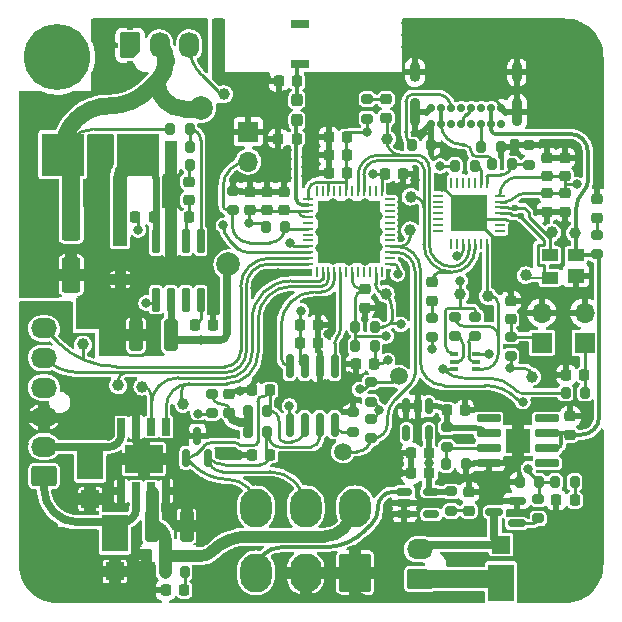
<source format=gtl>
G04 #@! TF.GenerationSoftware,KiCad,Pcbnew,(6.0.2)*
G04 #@! TF.CreationDate,2022-07-14T22:41:19+01:00*
G04 #@! TF.ProjectId,Actuators Board,41637475-6174-46f7-9273-20426f617264,rev?*
G04 #@! TF.SameCoordinates,Original*
G04 #@! TF.FileFunction,Copper,L1,Top*
G04 #@! TF.FilePolarity,Positive*
%FSLAX46Y46*%
G04 Gerber Fmt 4.6, Leading zero omitted, Abs format (unit mm)*
G04 Created by KiCad (PCBNEW (6.0.2)) date 2022-07-14 22:41:19*
%MOMM*%
%LPD*%
G01*
G04 APERTURE LIST*
G04 Aperture macros list*
%AMRoundRect*
0 Rectangle with rounded corners*
0 $1 Rounding radius*
0 $2 $3 $4 $5 $6 $7 $8 $9 X,Y pos of 4 corners*
0 Add a 4 corners polygon primitive as box body*
4,1,4,$2,$3,$4,$5,$6,$7,$8,$9,$2,$3,0*
0 Add four circle primitives for the rounded corners*
1,1,$1+$1,$2,$3*
1,1,$1+$1,$4,$5*
1,1,$1+$1,$6,$7*
1,1,$1+$1,$8,$9*
0 Add four rect primitives between the rounded corners*
20,1,$1+$1,$2,$3,$4,$5,0*
20,1,$1+$1,$4,$5,$6,$7,0*
20,1,$1+$1,$6,$7,$8,$9,0*
20,1,$1+$1,$8,$9,$2,$3,0*%
%AMFreePoly0*
4,1,23,0.945671,0.830970,1.026777,0.776777,1.080970,0.695671,1.100000,0.600000,1.100000,-0.600000,1.080970,-0.695671,1.026777,-0.776777,0.945671,-0.830970,0.850000,-0.850000,-0.450000,-0.850000,-0.545671,-0.830970,-0.626777,-0.776777,-0.626779,-0.776774,-1.026777,-0.376777,-1.080970,-0.295671,-1.100000,-0.200000,-1.100000,0.600000,-1.080970,0.695671,-1.026777,0.776777,-0.945671,0.830970,
-0.850000,0.850000,0.850000,0.850000,0.945671,0.830970,0.945671,0.830970,$1*%
G04 Aperture macros list end*
G04 #@! TA.AperFunction,ComponentPad*
%ADD10R,1.700000X1.700000*%
G04 #@! TD*
G04 #@! TA.AperFunction,ComponentPad*
%ADD11O,1.700000X1.700000*%
G04 #@! TD*
G04 #@! TA.AperFunction,SMDPad,CuDef*
%ADD12C,2.000000*%
G04 #@! TD*
G04 #@! TA.AperFunction,SMDPad,CuDef*
%ADD13RoundRect,0.200000X0.200000X0.275000X-0.200000X0.275000X-0.200000X-0.275000X0.200000X-0.275000X0*%
G04 #@! TD*
G04 #@! TA.AperFunction,SMDPad,CuDef*
%ADD14RoundRect,0.200000X-0.200000X-0.275000X0.200000X-0.275000X0.200000X0.275000X-0.200000X0.275000X0*%
G04 #@! TD*
G04 #@! TA.AperFunction,SMDPad,CuDef*
%ADD15C,1.000000*%
G04 #@! TD*
G04 #@! TA.AperFunction,ComponentPad*
%ADD16C,5.600000*%
G04 #@! TD*
G04 #@! TA.AperFunction,SMDPad,CuDef*
%ADD17R,1.520000X1.500000*%
G04 #@! TD*
G04 #@! TA.AperFunction,SMDPad,CuDef*
%ADD18R,2.200000X3.100000*%
G04 #@! TD*
G04 #@! TA.AperFunction,SMDPad,CuDef*
%ADD19RoundRect,0.237500X0.237500X-0.287500X0.237500X0.287500X-0.237500X0.287500X-0.237500X-0.287500X0*%
G04 #@! TD*
G04 #@! TA.AperFunction,SMDPad,CuDef*
%ADD20RoundRect,0.250000X-0.325000X-1.100000X0.325000X-1.100000X0.325000X1.100000X-0.325000X1.100000X0*%
G04 #@! TD*
G04 #@! TA.AperFunction,SMDPad,CuDef*
%ADD21RoundRect,0.225000X0.225000X0.250000X-0.225000X0.250000X-0.225000X-0.250000X0.225000X-0.250000X0*%
G04 #@! TD*
G04 #@! TA.AperFunction,SMDPad,CuDef*
%ADD22RoundRect,0.200000X-0.275000X0.200000X-0.275000X-0.200000X0.275000X-0.200000X0.275000X0.200000X0*%
G04 #@! TD*
G04 #@! TA.AperFunction,SMDPad,CuDef*
%ADD23RoundRect,0.200000X0.275000X-0.200000X0.275000X0.200000X-0.275000X0.200000X-0.275000X-0.200000X0*%
G04 #@! TD*
G04 #@! TA.AperFunction,SMDPad,CuDef*
%ADD24RoundRect,0.225000X-0.225000X-0.250000X0.225000X-0.250000X0.225000X0.250000X-0.225000X0.250000X0*%
G04 #@! TD*
G04 #@! TA.AperFunction,SMDPad,CuDef*
%ADD25R,0.700000X1.525000*%
G04 #@! TD*
G04 #@! TA.AperFunction,SMDPad,CuDef*
%ADD26R,3.200000X2.400000*%
G04 #@! TD*
G04 #@! TA.AperFunction,ComponentPad*
%ADD27RoundRect,0.250000X0.850000X0.600000X-0.850000X0.600000X-0.850000X-0.600000X0.850000X-0.600000X0*%
G04 #@! TD*
G04 #@! TA.AperFunction,ComponentPad*
%ADD28O,2.200000X1.700000*%
G04 #@! TD*
G04 #@! TA.AperFunction,SMDPad,CuDef*
%ADD29RoundRect,0.250000X-0.550000X1.250000X-0.550000X-1.250000X0.550000X-1.250000X0.550000X1.250000X0*%
G04 #@! TD*
G04 #@! TA.AperFunction,ComponentPad*
%ADD30RoundRect,0.250001X1.099999X1.399999X-1.099999X1.399999X-1.099999X-1.399999X1.099999X-1.399999X0*%
G04 #@! TD*
G04 #@! TA.AperFunction,ComponentPad*
%ADD31O,2.700000X3.300000*%
G04 #@! TD*
G04 #@! TA.AperFunction,SMDPad,CuDef*
%ADD32RoundRect,0.225000X-0.250000X0.225000X-0.250000X-0.225000X0.250000X-0.225000X0.250000X0.225000X0*%
G04 #@! TD*
G04 #@! TA.AperFunction,SMDPad,CuDef*
%ADD33RoundRect,0.150000X0.587500X0.150000X-0.587500X0.150000X-0.587500X-0.150000X0.587500X-0.150000X0*%
G04 #@! TD*
G04 #@! TA.AperFunction,SMDPad,CuDef*
%ADD34RoundRect,0.218750X-0.218750X-0.256250X0.218750X-0.256250X0.218750X0.256250X-0.218750X0.256250X0*%
G04 #@! TD*
G04 #@! TA.AperFunction,SMDPad,CuDef*
%ADD35RoundRect,0.218750X-0.256250X0.218750X-0.256250X-0.218750X0.256250X-0.218750X0.256250X0.218750X0*%
G04 #@! TD*
G04 #@! TA.AperFunction,SMDPad,CuDef*
%ADD36RoundRect,0.150000X-0.512500X-0.150000X0.512500X-0.150000X0.512500X0.150000X-0.512500X0.150000X0*%
G04 #@! TD*
G04 #@! TA.AperFunction,ComponentPad*
%ADD37C,0.700000*%
G04 #@! TD*
G04 #@! TA.AperFunction,ComponentPad*
%ADD38O,0.900000X1.700000*%
G04 #@! TD*
G04 #@! TA.AperFunction,ComponentPad*
%ADD39O,0.900000X2.400000*%
G04 #@! TD*
G04 #@! TA.AperFunction,SMDPad,CuDef*
%ADD40RoundRect,0.225000X0.250000X-0.225000X0.250000X0.225000X-0.250000X0.225000X-0.250000X-0.225000X0*%
G04 #@! TD*
G04 #@! TA.AperFunction,SMDPad,CuDef*
%ADD41RoundRect,0.218750X0.256250X-0.218750X0.256250X0.218750X-0.256250X0.218750X-0.256250X-0.218750X0*%
G04 #@! TD*
G04 #@! TA.AperFunction,SMDPad,CuDef*
%ADD42C,1.500000*%
G04 #@! TD*
G04 #@! TA.AperFunction,SMDPad,CuDef*
%ADD43RoundRect,0.042000X0.258000X-0.943000X0.258000X0.943000X-0.258000X0.943000X-0.258000X-0.943000X0*%
G04 #@! TD*
G04 #@! TA.AperFunction,SMDPad,CuDef*
%ADD44R,1.200000X0.900000*%
G04 #@! TD*
G04 #@! TA.AperFunction,SMDPad,CuDef*
%ADD45RoundRect,0.042000X0.943000X0.258000X-0.943000X0.258000X-0.943000X-0.258000X0.943000X-0.258000X0*%
G04 #@! TD*
G04 #@! TA.AperFunction,SMDPad,CuDef*
%ADD46R,2.150000X2.150000*%
G04 #@! TD*
G04 #@! TA.AperFunction,SMDPad,CuDef*
%ADD47RoundRect,0.250000X0.325000X1.100000X-0.325000X1.100000X-0.325000X-1.100000X0.325000X-1.100000X0*%
G04 #@! TD*
G04 #@! TA.AperFunction,SMDPad,CuDef*
%ADD48RoundRect,0.150000X-0.150000X0.825000X-0.150000X-0.825000X0.150000X-0.825000X0.150000X0.825000X0*%
G04 #@! TD*
G04 #@! TA.AperFunction,ComponentPad*
%ADD49FreePoly0,90.000000*%
G04 #@! TD*
G04 #@! TA.AperFunction,ComponentPad*
%ADD50O,1.700000X2.200000*%
G04 #@! TD*
G04 #@! TA.AperFunction,SMDPad,CuDef*
%ADD51R,0.650000X0.400000*%
G04 #@! TD*
G04 #@! TA.AperFunction,SMDPad,CuDef*
%ADD52RoundRect,0.150000X-0.150000X0.512500X-0.150000X-0.512500X0.150000X-0.512500X0.150000X0.512500X0*%
G04 #@! TD*
G04 #@! TA.AperFunction,SMDPad,CuDef*
%ADD53R,0.900000X0.254000*%
G04 #@! TD*
G04 #@! TA.AperFunction,SMDPad,CuDef*
%ADD54R,0.254000X0.900000*%
G04 #@! TD*
G04 #@! TA.AperFunction,SMDPad,CuDef*
%ADD55R,3.100000X3.100000*%
G04 #@! TD*
G04 #@! TA.AperFunction,SMDPad,CuDef*
%ADD56RoundRect,0.062500X-0.337500X-0.062500X0.337500X-0.062500X0.337500X0.062500X-0.337500X0.062500X0*%
G04 #@! TD*
G04 #@! TA.AperFunction,SMDPad,CuDef*
%ADD57RoundRect,0.062500X-0.062500X-0.337500X0.062500X-0.337500X0.062500X0.337500X-0.062500X0.337500X0*%
G04 #@! TD*
G04 #@! TA.AperFunction,SMDPad,CuDef*
%ADD58R,5.300000X5.300000*%
G04 #@! TD*
G04 #@! TA.AperFunction,SMDPad,CuDef*
%ADD59R,1.600000X0.800000*%
G04 #@! TD*
G04 #@! TA.AperFunction,SMDPad,CuDef*
%ADD60R,3.600000X3.600000*%
G04 #@! TD*
G04 #@! TA.AperFunction,SMDPad,CuDef*
%ADD61RoundRect,0.150000X0.150000X-0.587500X0.150000X0.587500X-0.150000X0.587500X-0.150000X-0.587500X0*%
G04 #@! TD*
G04 #@! TA.AperFunction,SMDPad,CuDef*
%ADD62R,1.400000X1.200000*%
G04 #@! TD*
G04 #@! TA.AperFunction,SMDPad,CuDef*
%ADD63R,1.400000X1.000000*%
G04 #@! TD*
G04 #@! TA.AperFunction,ComponentPad*
%ADD64FreePoly0,180.000000*%
G04 #@! TD*
G04 #@! TA.AperFunction,ViaPad*
%ADD65C,0.800000*%
G04 #@! TD*
G04 #@! TA.AperFunction,ViaPad*
%ADD66C,0.600000*%
G04 #@! TD*
G04 #@! TA.AperFunction,Conductor*
%ADD67C,0.250000*%
G04 #@! TD*
G04 #@! TA.AperFunction,Conductor*
%ADD68C,0.700000*%
G04 #@! TD*
G04 #@! TA.AperFunction,Conductor*
%ADD69C,0.500000*%
G04 #@! TD*
G04 #@! TA.AperFunction,Conductor*
%ADD70C,0.300000*%
G04 #@! TD*
G04 #@! TA.AperFunction,Conductor*
%ADD71C,0.350000*%
G04 #@! TD*
G04 #@! TA.AperFunction,Conductor*
%ADD72C,0.800000*%
G04 #@! TD*
G04 #@! TA.AperFunction,Conductor*
%ADD73C,0.550000*%
G04 #@! TD*
G04 #@! TA.AperFunction,Conductor*
%ADD74C,1.200000*%
G04 #@! TD*
G04 #@! TA.AperFunction,Conductor*
%ADD75C,0.600000*%
G04 #@! TD*
G04 #@! TA.AperFunction,Conductor*
%ADD76C,0.359653*%
G04 #@! TD*
G04 #@! TA.AperFunction,Conductor*
%ADD77C,0.261112*%
G04 #@! TD*
G04 #@! TA.AperFunction,Conductor*
%ADD78C,0.200000*%
G04 #@! TD*
G04 #@! TA.AperFunction,Conductor*
%ADD79C,1.400000*%
G04 #@! TD*
G04 #@! TA.AperFunction,Conductor*
%ADD80C,1.500000*%
G04 #@! TD*
G04 #@! TA.AperFunction,Conductor*
%ADD81C,1.100000*%
G04 #@! TD*
G04 #@! TA.AperFunction,Conductor*
%ADD82C,1.000000*%
G04 #@! TD*
G04 APERTURE END LIST*
D10*
X74670000Y-39830000D03*
D11*
X74670000Y-42370000D03*
D12*
X72980000Y-51060000D03*
D13*
X102300000Y-69500000D03*
X100650000Y-69500000D03*
D14*
X67625000Y-77150000D03*
X69275000Y-77150000D03*
D15*
X69120000Y-62910000D03*
D16*
X58500000Y-76500000D03*
D17*
X63360000Y-77070000D03*
D18*
X63360000Y-73850000D03*
D19*
X78775000Y-38875000D03*
X78775000Y-37125000D03*
D20*
X66500000Y-73237500D03*
X69450000Y-73237500D03*
D14*
X95325000Y-42590000D03*
X96975000Y-42590000D03*
D21*
X83025000Y-41800000D03*
X81475000Y-41800000D03*
D22*
X85040000Y-64135000D03*
X85040000Y-65785000D03*
D23*
X83550000Y-65225000D03*
X83550000Y-63575000D03*
D24*
X74950000Y-67200000D03*
X76500000Y-67200000D03*
D25*
X63920000Y-70262000D03*
X65190000Y-70262000D03*
X66460000Y-70262000D03*
X67730000Y-70262000D03*
X67730000Y-64838000D03*
X66460000Y-64838000D03*
X65190000Y-64838000D03*
X63920000Y-64838000D03*
D26*
X65825000Y-67550000D03*
D27*
X57370000Y-69000000D03*
D28*
X57370000Y-66500000D03*
X57370000Y-64000000D03*
X57370000Y-61500000D03*
X57370000Y-59000000D03*
X57370000Y-56500000D03*
D15*
X65700000Y-61425000D03*
D14*
X74615000Y-63520000D03*
X76265000Y-63520000D03*
D15*
X94970000Y-53760229D03*
D29*
X59675000Y-47575000D03*
X59675000Y-51975000D03*
D23*
X73340000Y-46505000D03*
X73340000Y-44855000D03*
X84750000Y-38725000D03*
X84750000Y-37075000D03*
D30*
X83725000Y-77190000D03*
D31*
X79525000Y-77190000D03*
X75325000Y-77190000D03*
X83725000Y-71690000D03*
X79525000Y-71690000D03*
X75325000Y-71690000D03*
D32*
X99980000Y-42045000D03*
X99980000Y-43595000D03*
D33*
X97387500Y-72987500D03*
X97387500Y-71087500D03*
X95512500Y-72037500D03*
D21*
X78775000Y-40425000D03*
X77225000Y-40425000D03*
D24*
X70167039Y-56172038D03*
X71717039Y-56172038D03*
D34*
X67662500Y-78650000D03*
X69237500Y-78650000D03*
D35*
X93362500Y-70337500D03*
X93362500Y-71912500D03*
D36*
X87887500Y-70325000D03*
X87887500Y-71275000D03*
X87887500Y-72225000D03*
X90162500Y-72225000D03*
X90162500Y-70325000D03*
D24*
X79015000Y-57700000D03*
X80565000Y-57700000D03*
D35*
X90205000Y-52585000D03*
X90205000Y-54160000D03*
D14*
X83725000Y-57970000D03*
X85375000Y-57970000D03*
D17*
X96075000Y-74790000D03*
D18*
X96075000Y-78010000D03*
D37*
X96085000Y-39165000D03*
X95235000Y-39165000D03*
X94385000Y-39165000D03*
X93535000Y-39165000D03*
X92685000Y-39165000D03*
X91835000Y-39165000D03*
X90985000Y-39165000D03*
X90135000Y-39165000D03*
X90135000Y-37815000D03*
X90985000Y-37815000D03*
X91835000Y-37815000D03*
X92685000Y-37815000D03*
X93535000Y-37815000D03*
X94385000Y-37815000D03*
X95235000Y-37815000D03*
X96085000Y-37815000D03*
D38*
X97435000Y-34805000D03*
D39*
X97435000Y-38185000D03*
X88785000Y-38185000D03*
D38*
X88785000Y-34805000D03*
D22*
X91500000Y-64875000D03*
X91500000Y-66525000D03*
D40*
X96890855Y-55730000D03*
X96890855Y-54180000D03*
D13*
X90143540Y-41007319D03*
X88493540Y-41007319D03*
D23*
X85040000Y-62705000D03*
X85040000Y-61055000D03*
D41*
X86350000Y-38662500D03*
X86350000Y-37087500D03*
D13*
X69712039Y-42628088D03*
X68062039Y-42628088D03*
D17*
X61300000Y-70960000D03*
D18*
X61300000Y-67740000D03*
D23*
X91862500Y-71950000D03*
X91862500Y-70300000D03*
D14*
X68062039Y-39627038D03*
X69712039Y-39627038D03*
D23*
X99231049Y-72585418D03*
X99231049Y-70935418D03*
D16*
X101500000Y-33500000D03*
D23*
X93890000Y-57150229D03*
X93890000Y-55500229D03*
D22*
X98440000Y-41005000D03*
X98440000Y-42655000D03*
D42*
X87400000Y-60560000D03*
D35*
X104170000Y-45535000D03*
X104170000Y-47110000D03*
D15*
X88410000Y-45340000D03*
D21*
X67625000Y-75637500D03*
X66075000Y-75637500D03*
X90012500Y-68775000D03*
X88462500Y-68775000D03*
D43*
X66835000Y-54055019D03*
X68105000Y-54055019D03*
X69375000Y-54055019D03*
X70645000Y-54055019D03*
X70645000Y-49115019D03*
X69375000Y-49115019D03*
X68105000Y-49115019D03*
X66835000Y-49115019D03*
D44*
X63837039Y-49077038D03*
X63837039Y-52377038D03*
D24*
X74950000Y-61750000D03*
X76500000Y-61750000D03*
D15*
X92630000Y-53610229D03*
X63625000Y-61325000D03*
D45*
X99960000Y-67905000D03*
X99960000Y-66635000D03*
X99960000Y-65365000D03*
X99960000Y-64095000D03*
X95020000Y-64095000D03*
X95020000Y-65365000D03*
X95020000Y-66635000D03*
X95020000Y-67905000D03*
D46*
X97490000Y-66000000D03*
D21*
X90000000Y-67075000D03*
X88450000Y-67075000D03*
D15*
X98150000Y-52000000D03*
D10*
X103150000Y-57700000D03*
D11*
X103150000Y-55160000D03*
D47*
X68100000Y-57042519D03*
X65150000Y-57042519D03*
D15*
X98715855Y-60580000D03*
D48*
X81980000Y-59700000D03*
X80710000Y-59700000D03*
X79440000Y-59700000D03*
X78170000Y-59700000D03*
X78170000Y-64650000D03*
X79440000Y-64650000D03*
X80710000Y-64650000D03*
X81980000Y-64650000D03*
D10*
X99530855Y-57700000D03*
D11*
X99530855Y-55160000D03*
D15*
X88370000Y-48190000D03*
D23*
X71575000Y-63675000D03*
X71575000Y-62025000D03*
D24*
X79015000Y-56200000D03*
X80565000Y-56200000D03*
D14*
X76135000Y-47920000D03*
X77785000Y-47920000D03*
X94384388Y-41097834D03*
X96034388Y-41097834D03*
D49*
X64675000Y-32525000D03*
D50*
X67175000Y-32525000D03*
X69675000Y-32525000D03*
D23*
X96890855Y-58840000D03*
X96890855Y-57190000D03*
D14*
X101530855Y-61950000D03*
X103180855Y-61950000D03*
D51*
X92090000Y-58650229D03*
X92090000Y-59300229D03*
X92090000Y-59950229D03*
X93990000Y-59950229D03*
X93990000Y-59300229D03*
X93990000Y-58650229D03*
D21*
X83025000Y-40300000D03*
X81475000Y-40300000D03*
D52*
X89950000Y-63087500D03*
X89000000Y-63087500D03*
X88050000Y-63087500D03*
X88050000Y-65362500D03*
X89950000Y-65362500D03*
D13*
X99300000Y-69500000D03*
X97650000Y-69500000D03*
D32*
X84510000Y-53175000D03*
X84510000Y-54725000D03*
D16*
X101500000Y-76500000D03*
D53*
X95953250Y-48250000D03*
X95953250Y-47750000D03*
X95953250Y-47250000D03*
X95953250Y-46750000D03*
X95953250Y-46250000D03*
X95953250Y-45750000D03*
X95953250Y-45250000D03*
D54*
X94863250Y-44160000D03*
X94363250Y-44160000D03*
X93863250Y-44160000D03*
X93363250Y-44160000D03*
X92863250Y-44160000D03*
X92363250Y-44160000D03*
X91863250Y-44160000D03*
D53*
X90773250Y-45250000D03*
X90773250Y-45750000D03*
X90773250Y-46250000D03*
X90773250Y-46750000D03*
X90773250Y-47250000D03*
X90773250Y-47750000D03*
X90773250Y-48250000D03*
D54*
X91863250Y-49340000D03*
X92363250Y-49340000D03*
X92863250Y-49340000D03*
X93363250Y-49340000D03*
X93863250Y-49340000D03*
X94363250Y-49340000D03*
X94863250Y-49340000D03*
D55*
X93363250Y-46750000D03*
D15*
X100370000Y-48360000D03*
D21*
X103130855Y-60425000D03*
X101580855Y-60425000D03*
D23*
X90200000Y-57225000D03*
X90200000Y-55575000D03*
D56*
X79760000Y-45550000D03*
X79760000Y-46050000D03*
X79760000Y-46550000D03*
X79760000Y-47050000D03*
X79760000Y-47550000D03*
X79760000Y-48050000D03*
X79760000Y-48550000D03*
X79760000Y-49050000D03*
X79760000Y-49550000D03*
X79760000Y-50050000D03*
X79760000Y-50550000D03*
X79760000Y-51050000D03*
D57*
X80460000Y-51750000D03*
X80960000Y-51750000D03*
X81460000Y-51750000D03*
X81960000Y-51750000D03*
X82460000Y-51750000D03*
X82960000Y-51750000D03*
X83460000Y-51750000D03*
X83960000Y-51750000D03*
X84460000Y-51750000D03*
X84960000Y-51750000D03*
X85460000Y-51750000D03*
X85960000Y-51750000D03*
D56*
X86660000Y-51050000D03*
X86660000Y-50550000D03*
X86660000Y-50050000D03*
X86660000Y-49550000D03*
X86660000Y-49050000D03*
X86660000Y-48550000D03*
X86660000Y-48050000D03*
X86660000Y-47550000D03*
X86660000Y-47050000D03*
X86660000Y-46550000D03*
X86660000Y-46050000D03*
X86660000Y-45550000D03*
D57*
X85960000Y-44850000D03*
X85460000Y-44850000D03*
X84960000Y-44850000D03*
X84460000Y-44850000D03*
X83960000Y-44850000D03*
X83460000Y-44850000D03*
X82960000Y-44850000D03*
X82460000Y-44850000D03*
X81960000Y-44850000D03*
X81460000Y-44850000D03*
X80960000Y-44850000D03*
X80460000Y-44850000D03*
D58*
X83210000Y-48300000D03*
D15*
X102330000Y-48390000D03*
D40*
X69637039Y-45627038D03*
X69637039Y-44077038D03*
D59*
X79086934Y-34147578D03*
X79086934Y-30747578D03*
D15*
X60675000Y-57850000D03*
D42*
X82680000Y-66920000D03*
D21*
X85325000Y-59520000D03*
X83775000Y-59520000D03*
D34*
X100737500Y-71025000D03*
X102312500Y-71025000D03*
D15*
X72630000Y-36670000D03*
X86400000Y-40450000D03*
D12*
X70675000Y-37844000D03*
D14*
X85375000Y-56350000D03*
X83725000Y-56350000D03*
X91425000Y-67975000D03*
X93075000Y-67975000D03*
D21*
X69682563Y-47087409D03*
X68132563Y-47087409D03*
D23*
X104170000Y-50215000D03*
X104170000Y-48565000D03*
D16*
X58500000Y-33500000D03*
D24*
X86250000Y-43420000D03*
X87800000Y-43420000D03*
D60*
X65350000Y-41775000D03*
X58950000Y-41775000D03*
D40*
X76260000Y-46455000D03*
X76260000Y-44905000D03*
D21*
X78800000Y-35575000D03*
X77250000Y-35575000D03*
D15*
X86300000Y-53555000D03*
D40*
X101490000Y-46605000D03*
X101490000Y-45055000D03*
X74800000Y-46455000D03*
X74800000Y-44905000D03*
D61*
X69400000Y-67462500D03*
X71300000Y-67462500D03*
X70350000Y-65587500D03*
D62*
X102400000Y-52020000D03*
D63*
X102400000Y-50300000D03*
X100200000Y-50300000D03*
X100200000Y-52200000D03*
D23*
X92170000Y-57140229D03*
X92170000Y-55490229D03*
D13*
X76265000Y-65300000D03*
X74615000Y-65300000D03*
D21*
X83025000Y-43300000D03*
X81475000Y-43300000D03*
D13*
X69712662Y-41128088D03*
X68062662Y-41128088D03*
D40*
X99980000Y-46605000D03*
X99980000Y-45055000D03*
D64*
X89200000Y-77700000D03*
D28*
X89200000Y-75200000D03*
D40*
X73075000Y-63625000D03*
X73075000Y-62075000D03*
D14*
X92188828Y-42745110D03*
X93838828Y-42745110D03*
D21*
X93025000Y-63425000D03*
X91475000Y-63425000D03*
D32*
X101490000Y-42045000D03*
X101490000Y-43595000D03*
D40*
X77720000Y-46455000D03*
X77720000Y-44905000D03*
D24*
X65117110Y-47084757D03*
X66667110Y-47084757D03*
D32*
X101930000Y-63945000D03*
X101930000Y-65495000D03*
D65*
X79910000Y-36230000D03*
X70550000Y-52125000D03*
X79890000Y-37200000D03*
X83230000Y-60530000D03*
X76321000Y-79342000D03*
X75620000Y-60550000D03*
X73390000Y-70240000D03*
X98048000Y-79351000D03*
X84525000Y-50750000D03*
X102400000Y-53350000D03*
X104349000Y-42366000D03*
X55651000Y-66263000D03*
X100700000Y-72400000D03*
X81875000Y-50725000D03*
X79790000Y-39630000D03*
X84550000Y-45850000D03*
X100530000Y-60430000D03*
X69700000Y-68860000D03*
X81900000Y-48325000D03*
X93075000Y-69075000D03*
X77915806Y-42159681D03*
X81875000Y-45850000D03*
X74000000Y-61760000D03*
X62970000Y-70250000D03*
X87810000Y-57590000D03*
X81275000Y-35200000D03*
X96650000Y-53050000D03*
X79583205Y-43591624D03*
X63580000Y-67540000D03*
X94150000Y-62880000D03*
X88790000Y-43970000D03*
X104353000Y-70233000D03*
X79880000Y-40430000D03*
X93184000Y-30652000D03*
X88060000Y-31650000D03*
X80000000Y-67300000D03*
X95175000Y-30655000D03*
X82890000Y-62670000D03*
X84500000Y-48325000D03*
X81600000Y-72870000D03*
X59900000Y-70980000D03*
X99980000Y-40850000D03*
X77915806Y-41360178D03*
X70550000Y-50925000D03*
X65200000Y-63450000D03*
X81300000Y-66490000D03*
X55654000Y-62281000D03*
X81140000Y-61220000D03*
X94875000Y-68825000D03*
X70361000Y-79346000D03*
X97130000Y-48580000D03*
X84525000Y-49625000D03*
X83225000Y-50750000D03*
X62702000Y-79344000D03*
X69330000Y-52100000D03*
X104347000Y-41377000D03*
X75150000Y-35250000D03*
X73480000Y-43840000D03*
X104358000Y-72220000D03*
X79890000Y-38000000D03*
X80625000Y-55075000D03*
X77600000Y-67300000D03*
X81900000Y-49650000D03*
X66550000Y-50975000D03*
X67750000Y-72050000D03*
X87325000Y-35200000D03*
X68990000Y-70270000D03*
X65685000Y-79343000D03*
X79583205Y-42791538D03*
X80750000Y-48325000D03*
X72300000Y-64620000D03*
X85650000Y-49625000D03*
X95030000Y-55530000D03*
X84475000Y-47000000D03*
X93256000Y-79343000D03*
X82275000Y-35175000D03*
X65669000Y-76831000D03*
X91325000Y-41375000D03*
X84293000Y-79342000D03*
X74100000Y-35225000D03*
X75278000Y-53043000D03*
X75384000Y-69404000D03*
X89300000Y-71300000D03*
X55653000Y-64278000D03*
X71440000Y-69820000D03*
X55650000Y-58300000D03*
X96425000Y-69850000D03*
X90267000Y-79343000D03*
X72250000Y-35250000D03*
X85300000Y-35200000D03*
X87420000Y-67470000D03*
X83200000Y-47000000D03*
X83275000Y-35200000D03*
X79590000Y-41989076D03*
X86300000Y-35200000D03*
X77920000Y-42960000D03*
X81875000Y-47000000D03*
X89197000Y-30654000D03*
X73050000Y-35225000D03*
X104344000Y-40379000D03*
X86279000Y-79347000D03*
X76150000Y-35225000D03*
X97400000Y-72000000D03*
X101590000Y-59340000D03*
X72260000Y-67170000D03*
X67910000Y-52150000D03*
X88060000Y-30650000D03*
X78321000Y-79342000D03*
X88280000Y-79348000D03*
X103475000Y-63100000D03*
X97172000Y-30655000D03*
X72280000Y-33250000D03*
X84250000Y-35200000D03*
X77635000Y-38025000D03*
X81460000Y-56970000D03*
X55649000Y-60294000D03*
X80775000Y-46975000D03*
X66550000Y-52150000D03*
X87680000Y-53030000D03*
X76370000Y-55220000D03*
X55656000Y-70251000D03*
X55651000Y-55315000D03*
X68250000Y-67610000D03*
X80775000Y-49650000D03*
X79900000Y-38810000D03*
X77920000Y-43760000D03*
X77660000Y-36750000D03*
X85780000Y-55060000D03*
X63920000Y-71630000D03*
X91188000Y-30657000D03*
X83225000Y-45875000D03*
X79640000Y-41190000D03*
X89000000Y-64400000D03*
X76200000Y-59220000D03*
X77452000Y-72944000D03*
X77227000Y-51797000D03*
X80225000Y-35225000D03*
X86675000Y-72275000D03*
X73380000Y-73150000D03*
X87475000Y-68775000D03*
X55654000Y-72236000D03*
X69375000Y-65400000D03*
X72280000Y-34250000D03*
X104344000Y-43368000D03*
X88060000Y-32650000D03*
X104350000Y-38374000D03*
X72850000Y-42190000D03*
X101450000Y-47650000D03*
X85675000Y-48325000D03*
X69310000Y-50910000D03*
X72280000Y-32230000D03*
X74333000Y-79338000D03*
X73530000Y-67150000D03*
X93260000Y-62170000D03*
X72280000Y-31230000D03*
X87420000Y-44480000D03*
X86640000Y-61840000D03*
X80308000Y-79337000D03*
X89000000Y-61800000D03*
X102580000Y-42030000D03*
X91170000Y-62120000D03*
X67900000Y-50970000D03*
X85650000Y-47000000D03*
X80220000Y-69460000D03*
X91110000Y-44500000D03*
X70810000Y-73260000D03*
X82306000Y-79347000D03*
X83200000Y-48325000D03*
X72348000Y-79341000D03*
X59570000Y-57530000D03*
X77660000Y-39300000D03*
X83225000Y-49650000D03*
X55656000Y-68250000D03*
X65352039Y-48144518D03*
X66015000Y-54342519D03*
D66*
X97280000Y-46300000D03*
X97780000Y-46940000D03*
D65*
X98390000Y-68380000D03*
X97920000Y-62700000D03*
X87310000Y-51890000D03*
X92350000Y-50400000D03*
X92625000Y-52445229D03*
X84090000Y-61660000D03*
X72560000Y-47760000D03*
X78225000Y-49225000D03*
X96810855Y-59860000D03*
X95090000Y-58675229D03*
X86475000Y-59200000D03*
X70425000Y-63700000D03*
X78150000Y-63050000D03*
X87590000Y-56160000D03*
X91150000Y-59969742D03*
X74720000Y-47590000D03*
X79150000Y-55000000D03*
X89950000Y-67900000D03*
X85720000Y-63410000D03*
X85225000Y-43450000D03*
X90200000Y-58250000D03*
X90900000Y-42750000D03*
X102475000Y-44300000D03*
X86350000Y-57140000D03*
X84750000Y-39875000D03*
X70668226Y-57499904D03*
D67*
X93374773Y-46754773D02*
X95460000Y-48840000D01*
X97130000Y-47962842D02*
X97130000Y-48580000D01*
D68*
X65190000Y-64838000D02*
X65190000Y-66016975D01*
D67*
X88320000Y-36160000D02*
X89163432Y-36160000D01*
X95460000Y-48840000D02*
X96502305Y-48840000D01*
D69*
X74020000Y-61750000D02*
X74950000Y-61750000D01*
X90135000Y-39165000D02*
X90135000Y-40998779D01*
D67*
X88785000Y-38185000D02*
X89241741Y-38185000D01*
X95953250Y-47250000D02*
X94570356Y-47250000D01*
X93363250Y-46750000D02*
X93360000Y-46750000D01*
X93360000Y-46750000D02*
X91110000Y-44500000D01*
D70*
X70955000Y-64460000D02*
X69825000Y-64460000D01*
D67*
X95953250Y-47250000D02*
X96374731Y-47250000D01*
X73859619Y-61750000D02*
X74020000Y-61750000D01*
D69*
X75324767Y-60845234D02*
X75620000Y-60550000D01*
D67*
X64610000Y-58720000D02*
X65780000Y-58720000D01*
X93363250Y-46750000D02*
G75*
G03*
X94570356Y-47250000I1207107J1207108D01*
G01*
D69*
X73859619Y-61750000D02*
G75*
G03*
X73075000Y-62075000I-1J-1109616D01*
G01*
D67*
X90135000Y-37815000D02*
G75*
G02*
X89241741Y-38185000I-893256J893251D01*
G01*
X96930000Y-47480000D02*
G75*
G03*
X96374731Y-47250000I-555270J-555270D01*
G01*
D69*
X75324767Y-60845234D02*
G75*
G03*
X74950000Y-61750000I904766J-904767D01*
G01*
D67*
X97130000Y-47962842D02*
G75*
G03*
X96930000Y-47480000I-682850J-4D01*
G01*
X97130000Y-48580000D02*
G75*
G02*
X96502305Y-48840000I-627696J627697D01*
G01*
D68*
X65825000Y-67550000D02*
G75*
G02*
X65190000Y-66016975I1533024J1533025D01*
G01*
D67*
X93374773Y-46754773D02*
G75*
G03*
X93363250Y-46750000I-11521J-11519D01*
G01*
D71*
X102400000Y-50300000D02*
X102400000Y-46529110D01*
X101185000Y-65365000D02*
X101185000Y-65410000D01*
X103400000Y-44114896D02*
X103400000Y-41450000D01*
X102855000Y-65495000D02*
X101930000Y-65495000D01*
X99960000Y-66635000D02*
X100731549Y-66635001D01*
X95235000Y-39165000D02*
X95235000Y-39659974D01*
D67*
X93925000Y-41925000D02*
X94875000Y-41925000D01*
D71*
X101185000Y-65365000D02*
X101535000Y-65365000D01*
X100115000Y-65365000D02*
X101185000Y-65365000D01*
X101185000Y-65410000D02*
X101185001Y-66181549D01*
X95625026Y-40050000D02*
X102000000Y-40050000D01*
X104374511Y-63975489D02*
X104374511Y-50419511D01*
D67*
X92757834Y-40937834D02*
X92937834Y-40937834D01*
D71*
X95235000Y-39165000D02*
X95235000Y-37815000D01*
X102400000Y-50300000D02*
X104085000Y-50300000D01*
X90985000Y-37815000D02*
X90985000Y-39165000D01*
D67*
X94875000Y-41925000D02*
G75*
G02*
X95325000Y-42375000I0J-450000D01*
G01*
D71*
X103127690Y-44772310D02*
G75*
G03*
X102400000Y-46529110I1756808J-1756803D01*
G01*
X102855000Y-65495000D02*
G75*
G03*
X104374511Y-63975489I2J1519509D01*
G01*
D67*
X93575000Y-41575000D02*
G75*
G03*
X92937834Y-40937834I-637167J-1D01*
G01*
D71*
X100731549Y-66635001D02*
G75*
G03*
X101185001Y-66181549I0J453452D01*
G01*
D67*
X93925000Y-41925000D02*
G75*
G02*
X93575000Y-41575000I1J350001D01*
G01*
D71*
X103400000Y-44114896D02*
G75*
G02*
X103127690Y-44772310I-929718J-2D01*
G01*
D67*
X92757834Y-40937834D02*
G75*
G02*
X90985000Y-39165000I0J1772834D01*
G01*
D71*
X102000000Y-40050000D02*
G75*
G02*
X103400000Y-41450000I-2J-1400002D01*
G01*
X95625026Y-40050000D02*
G75*
G02*
X95235000Y-39659974I0J390026D01*
G01*
D67*
X95000000Y-43490000D02*
X96075000Y-43490000D01*
X94863250Y-44160000D02*
X94863250Y-43626750D01*
X96975000Y-42590000D02*
X98375000Y-42590000D01*
X95000000Y-43490000D02*
G75*
G03*
X94863250Y-43626750I-1J-136749D01*
G01*
X96975000Y-42590000D02*
G75*
G02*
X96075000Y-43490000I-900000J0D01*
G01*
X82555000Y-65225000D02*
X83550000Y-65225000D01*
X82555000Y-65225000D02*
G75*
G02*
X81980000Y-64650000I1J575001D01*
G01*
X91425000Y-67975000D02*
X91425000Y-66600000D01*
X94865000Y-66635000D02*
X93055000Y-66635000D01*
X93055000Y-66635000D02*
X91610000Y-66635000D01*
X104170000Y-48565000D02*
X104170000Y-47110000D01*
X94361466Y-44297944D02*
X94361466Y-43117376D01*
X93972032Y-42727944D02*
G75*
G02*
X94361466Y-43117376I2J-389432D01*
G01*
X102312500Y-69530177D02*
X102312500Y-71025000D01*
X90205000Y-54160000D02*
X90205000Y-55570000D01*
X86350000Y-37087500D02*
X84762500Y-37087500D01*
X97387500Y-72987500D02*
X98828967Y-72987500D01*
X99231049Y-72585418D02*
G75*
G02*
X98828967Y-72987500I-402082J0D01*
G01*
X93325229Y-58870718D02*
X93325229Y-57675000D01*
X93974740Y-59300229D02*
X93754740Y-59300229D01*
X93325229Y-58870718D02*
G75*
G03*
X93754740Y-59300229I429511J0D01*
G01*
X93850000Y-57150229D02*
G75*
G03*
X93325229Y-57675000I0J-524771D01*
G01*
X92430229Y-59300229D02*
X92074740Y-59300229D01*
X92850000Y-57819742D02*
X92850000Y-58880458D01*
X92430229Y-59300229D02*
G75*
G03*
X92850000Y-58880458I0J419771D01*
G01*
X92850000Y-57819742D02*
G75*
G03*
X92170487Y-57140229I-679514J-1D01*
G01*
X88640801Y-36660000D02*
X90669053Y-36660000D01*
X88010480Y-39841109D02*
X88010480Y-37281798D01*
X91834053Y-37825000D02*
G75*
G03*
X90669053Y-36660000I-1165001J-1D01*
G01*
X88010480Y-39841109D02*
G75*
G03*
X88493540Y-41007319I1649269J0D01*
G01*
X88010855Y-37280893D02*
G75*
G03*
X88010480Y-37281798I903J-904D01*
G01*
X88640801Y-36660000D02*
G75*
G03*
X88009908Y-37290893I-1J-630892D01*
G01*
X94385000Y-39165000D02*
X94385000Y-41097222D01*
D71*
X86944299Y-70325000D02*
X87887500Y-70325000D01*
X85130000Y-73040000D02*
X84567871Y-73602129D01*
X77450000Y-75025000D02*
X81132756Y-75025000D01*
X85650000Y-71784609D02*
X85650000Y-71619299D01*
X85650000Y-71784609D02*
G75*
G02*
X85130000Y-73040000I-1775383J-3D01*
G01*
X86944299Y-70325000D02*
G75*
G03*
X85650000Y-71619299I-1J-1294298D01*
G01*
X84567871Y-73602129D02*
G75*
G02*
X81132756Y-75025000I-3435114J3435113D01*
G01*
X77450000Y-75025000D02*
G75*
G03*
X75325000Y-77150000I0J-2125000D01*
G01*
D67*
X70645000Y-55694077D02*
X70645000Y-54060019D01*
X70645000Y-55694077D02*
G75*
G02*
X70167039Y-56172038I-477963J2D01*
G01*
D72*
X74612500Y-65375000D02*
X74612500Y-64337500D01*
D67*
X72475000Y-62925000D02*
X72600000Y-62925000D01*
D72*
X73875000Y-64425000D02*
X74525000Y-64425000D01*
X74612500Y-64337500D02*
X74612500Y-63475000D01*
D67*
X72475000Y-62925000D02*
G75*
G02*
X71575000Y-62025000I0J900000D01*
G01*
X73075000Y-63400000D02*
G75*
G03*
X72600000Y-62925000I-474999J1D01*
G01*
D72*
X73075000Y-63625000D02*
G75*
G03*
X73875000Y-64425000I800001J1D01*
G01*
X74612500Y-64337500D02*
G75*
G02*
X74525000Y-64425000I-87499J-1D01*
G01*
D73*
X91500000Y-63950000D02*
X91500000Y-63485355D01*
X90637500Y-63087500D02*
X89950000Y-63087500D01*
X93000000Y-64925000D02*
X91620710Y-64925000D01*
X93000000Y-64925000D02*
X93802747Y-64925000D01*
X91500000Y-64875000D02*
X91500000Y-63950000D01*
X94865000Y-65365000D02*
G75*
G03*
X93802747Y-64925000I-1062252J-1062250D01*
G01*
X90637500Y-63087500D02*
G75*
G02*
X91500000Y-63950000I1J-862499D01*
G01*
D74*
X63837039Y-48902038D02*
X63837039Y-43777038D01*
D75*
X66835000Y-49110019D02*
X66835000Y-43774999D01*
D74*
X65337039Y-42277038D02*
G75*
G03*
X63837039Y-43777038I1J-1500001D01*
G01*
D75*
X65337039Y-42277038D02*
G75*
G02*
X66835000Y-43774999I-1J-1497962D01*
G01*
D67*
X65352039Y-48144518D02*
X65352039Y-47342038D01*
X66015000Y-54342519D02*
X66547500Y-54342519D01*
X66835000Y-54055019D02*
G75*
G02*
X66547500Y-54342519I-287501J1D01*
G01*
X69627039Y-44078088D02*
X69627039Y-42713088D01*
X69682563Y-47087409D02*
X69682563Y-45683612D01*
X69375000Y-49161069D02*
X69375000Y-47363108D01*
X96890855Y-57190000D02*
X99020855Y-57190000D01*
X96890855Y-57190000D02*
X96890855Y-55730000D01*
X103180855Y-61950000D02*
X103180855Y-60475000D01*
X103150000Y-60405855D02*
X103150000Y-57725000D01*
D76*
X78775000Y-37125000D02*
X78775000Y-34459512D01*
D71*
X79086934Y-34147578D02*
G75*
G03*
X78775000Y-34459512I-1J-311933D01*
G01*
D67*
X91862500Y-71900000D02*
X93325000Y-71900000D01*
X69275000Y-77150000D02*
X69275000Y-78559467D01*
X70645000Y-49110019D02*
X70645000Y-40559999D01*
X69712039Y-39627038D02*
X69712039Y-41127465D01*
X69712039Y-39627038D02*
G75*
G02*
X70645000Y-40559999I0J-932961D01*
G01*
D77*
X97998894Y-46267844D02*
X98410067Y-46679017D01*
D78*
X100200000Y-48460000D02*
X100200000Y-50300000D01*
D67*
X93370000Y-38130000D02*
X93428934Y-38071066D01*
D77*
X95953250Y-46250000D02*
X96628251Y-46250000D01*
X98410067Y-47038657D02*
X100200000Y-48828590D01*
X96646095Y-46267844D02*
X97998894Y-46267844D01*
X96628251Y-46250000D02*
X96646095Y-46267844D01*
X100200000Y-48530000D02*
X100370000Y-48360000D01*
D67*
X93102554Y-38397445D02*
X93370000Y-38130000D01*
D77*
X100200000Y-48828590D02*
X100200000Y-50300000D01*
X100200000Y-48828590D02*
X100200000Y-48530000D01*
X92685000Y-39165000D02*
X92855067Y-38994933D01*
X98410067Y-46679017D02*
X98410067Y-47038657D01*
D67*
X93102554Y-38397445D02*
G75*
G03*
X92855067Y-38994933I597493J-597489D01*
G01*
X93534999Y-37815000D02*
G75*
G02*
X93428934Y-38071066I-362135J1D01*
G01*
D77*
X95953250Y-46750000D02*
X96628251Y-46750000D01*
X97019017Y-46930067D02*
X97540983Y-46930067D01*
X99735688Y-49469933D02*
X99169933Y-49469933D01*
X97592910Y-46878140D02*
X99439933Y-48725163D01*
X96646095Y-46732156D02*
X96821106Y-46732156D01*
X97540983Y-46930067D02*
X97592910Y-46878140D01*
X99735688Y-51130067D02*
X99735688Y-51735688D01*
X99735688Y-49029581D02*
X99735688Y-49469933D01*
X99735688Y-51735688D02*
X100200000Y-52200000D01*
X99169933Y-49469933D02*
X99169933Y-51130067D01*
D78*
X98350000Y-52200000D02*
X100200000Y-52200000D01*
D77*
X99169933Y-51130067D02*
X99735688Y-51130067D01*
X96821106Y-46732156D02*
X97019017Y-46930067D01*
X96628251Y-46750000D02*
X96646095Y-46732156D01*
X99439933Y-48725163D02*
X99439933Y-48733826D01*
X99439933Y-48733826D02*
X99735688Y-49029581D01*
D67*
X89525480Y-46255480D02*
X89525480Y-46454520D01*
X91892315Y-51725000D02*
X91065000Y-51725000D01*
X84460000Y-44850000D02*
X84460000Y-43490000D01*
X85675000Y-42275000D02*
X88825000Y-42275000D01*
X89525480Y-42975480D02*
X89525480Y-46255480D01*
X88410000Y-45340000D02*
X88610000Y-45340000D01*
X89525480Y-46454520D02*
X89525480Y-49358165D01*
X93863250Y-49340000D02*
X93863250Y-49791073D01*
X91892315Y-51725000D02*
G75*
G02*
X89525480Y-49358165I0J2366835D01*
G01*
X89525480Y-46255480D02*
G75*
G03*
X88610000Y-45340000I-915480J0D01*
G01*
X85675000Y-42275000D02*
G75*
G03*
X84460000Y-43490000I-1J-1214999D01*
G01*
X91929323Y-51725000D02*
G75*
G03*
X93863250Y-49791073I0J1933927D01*
G01*
X89525480Y-42975480D02*
G75*
G03*
X88825000Y-42275000I-700481J-1D01*
G01*
X90205000Y-52585000D02*
G75*
G02*
X91065000Y-51725000I859999J1D01*
G01*
D68*
X95512500Y-72037500D02*
X95512500Y-74227500D01*
X96075000Y-74790000D02*
X89610000Y-74790000D01*
X96075000Y-74790000D02*
G75*
G02*
X95512500Y-74227500I-1J562499D01*
G01*
D67*
X87268039Y-49550000D02*
X87550000Y-49550000D01*
X94731437Y-61330000D02*
X91256846Y-61330000D01*
X87268039Y-49550000D02*
X86660000Y-49550000D01*
X88370000Y-48190000D02*
X88370000Y-48730000D01*
X99300000Y-69500000D02*
X100650000Y-69500000D01*
X98390000Y-68590000D02*
X99300000Y-69500000D01*
X89230000Y-59303154D02*
X89230000Y-51511961D01*
X98390000Y-68380000D02*
X98390000Y-68590000D01*
X99325000Y-69525000D02*
X99325000Y-70850000D01*
X97375000Y-62425000D02*
X97459081Y-62509081D01*
X87268039Y-49550000D02*
G75*
G02*
X89230000Y-51511961I0J-1961961D01*
G01*
X97920000Y-62699999D02*
G75*
G02*
X97459082Y-62509080I-2J651832D01*
G01*
X89230000Y-59303154D02*
G75*
G03*
X91256846Y-61330000I2026844J-2D01*
G01*
X88360000Y-48740000D02*
G75*
G02*
X87550000Y-49550000I-810002J2D01*
G01*
X88360000Y-48740000D02*
G75*
G03*
X88370000Y-48730000I0J10000D01*
G01*
X94731437Y-61330000D02*
G75*
G02*
X97375000Y-62425000I1J-3738559D01*
G01*
X72230000Y-36550000D02*
X72015424Y-36335424D01*
X86660000Y-51050000D02*
X86996089Y-51050000D01*
X87310000Y-51890000D02*
X87310000Y-51363911D01*
X72015424Y-36335424D02*
X72010423Y-36335424D01*
X72630000Y-36670000D02*
X72519705Y-36670000D01*
X72010423Y-36335424D02*
X70717983Y-35042983D01*
X86996089Y-51050000D02*
G75*
G02*
X87310000Y-51363911I1J-313910D01*
G01*
X69675000Y-32525000D02*
G75*
G03*
X70717983Y-35042983I3560969J2D01*
G01*
X72230000Y-36550000D02*
G75*
G03*
X72519705Y-36670000I289706J289705D01*
G01*
X72520000Y-46047722D02*
X72520000Y-44540000D01*
X76510000Y-49230000D02*
X74771654Y-49230000D01*
X73310000Y-46505000D02*
X73310000Y-47768346D01*
X73310000Y-46505000D02*
X72947278Y-46505000D01*
X79760000Y-48050000D02*
X77915000Y-48050000D01*
X74690000Y-42370000D02*
G75*
G03*
X72520000Y-44540000I-1J-2169999D01*
G01*
X72520000Y-46047722D02*
G75*
G03*
X72977278Y-46505000I457279J1D01*
G01*
X76510000Y-49230000D02*
G75*
G03*
X77785000Y-47955000I0J1275000D01*
G01*
X73310000Y-47768346D02*
G75*
G03*
X74771654Y-49230000I1461656J2D01*
G01*
X93363250Y-49340000D02*
X93363250Y-49836750D01*
X89975000Y-49325000D02*
X89975000Y-42871036D01*
X88372176Y-41822176D02*
X87597176Y-41822176D01*
X85677824Y-41822176D02*
X87597176Y-41822176D01*
X83960000Y-43539916D02*
X83960000Y-44850000D01*
X86400000Y-40450000D02*
X86400000Y-38712500D01*
X88375000Y-41825000D02*
X88372176Y-41822176D01*
X88928964Y-41825000D02*
X88375000Y-41825000D01*
X88928964Y-41825000D02*
G75*
G02*
X89975000Y-42871036I-1J-1046037D01*
G01*
X85677781Y-41822133D02*
G75*
G03*
X83960000Y-43539916I2J-1717783D01*
G01*
X89975000Y-49325000D02*
G75*
G03*
X91925000Y-51275000I1950001J1D01*
G01*
X91925000Y-51275000D02*
G75*
G03*
X93363250Y-49836750I-1J1438251D01*
G01*
X87597176Y-41822176D02*
G75*
G02*
X86400000Y-40625000I1J1197177D01*
G01*
X85677824Y-41822176D02*
G75*
G03*
X85677781Y-41822133I-44J-1D01*
G01*
X91662477Y-54765709D02*
X92545480Y-54765709D01*
X92625000Y-52445229D02*
X92625000Y-53605229D01*
X91355220Y-57930706D02*
X91355220Y-55072966D01*
X92545480Y-54765709D02*
X93641321Y-54765709D01*
X92863250Y-49886750D02*
X92863250Y-49340000D01*
X93874740Y-55500229D02*
X93874740Y-54999128D01*
X92630000Y-53610229D02*
X92630000Y-54681189D01*
X91355220Y-57930706D02*
G75*
G03*
X92074740Y-58650229I719522J-1D01*
G01*
X92545480Y-54765709D02*
G75*
G03*
X92630000Y-54681189I1J84519D01*
G01*
X93874740Y-54999128D02*
G75*
G03*
X93641321Y-54765709I-233420J-1D01*
G01*
X91662477Y-54765709D02*
G75*
G03*
X91355220Y-55072966I-2J-307255D01*
G01*
X92863250Y-49886750D02*
G75*
G02*
X92350000Y-50400000I-513248J-2D01*
G01*
D68*
X57306000Y-66550000D02*
X61200000Y-66550000D01*
X61200000Y-66550000D02*
X62792370Y-66550000D01*
X63920000Y-64838000D02*
X63920000Y-65422368D01*
X63920000Y-65422368D02*
G75*
G02*
X62792370Y-66550000I-1127629J-3D01*
G01*
X65190000Y-70262000D02*
X65190000Y-71724500D01*
X57370000Y-70045000D02*
X57370000Y-69000000D01*
X62650000Y-72900000D02*
X60225000Y-72900000D01*
X64014500Y-72900000D02*
G75*
G03*
X65190000Y-71724500I0J1175500D01*
G01*
X57370000Y-70045000D02*
G75*
G03*
X60225000Y-72900000I2855000J0D01*
G01*
D76*
X79760000Y-46050000D02*
X79241961Y-46050000D01*
X78750489Y-45558528D02*
X78750489Y-38899511D01*
X78750489Y-45558528D02*
G75*
G03*
X79241961Y-46050000I491473J1D01*
G01*
D67*
X72700000Y-59725000D02*
X63500000Y-59725000D01*
X74025000Y-52950000D02*
X74025000Y-58400000D01*
X60675000Y-57850000D02*
X60675000Y-59000000D01*
X58540855Y-57670855D02*
X57370000Y-56500000D01*
X79760000Y-50550000D02*
X76425000Y-50550000D01*
X74025000Y-52950000D02*
G75*
G02*
X76425000Y-50550000I2400001J-1D01*
G01*
X72700000Y-59725000D02*
G75*
G03*
X74025000Y-58400000I-2J1325002D01*
G01*
X58540855Y-57670855D02*
G75*
G03*
X63500000Y-59725000I4959145J4959146D01*
G01*
X63625000Y-61325000D02*
X63625000Y-60950000D01*
X72725000Y-60225000D02*
X64350000Y-60225000D01*
X64350000Y-60225000D02*
X60327411Y-60225000D01*
X79760000Y-51050000D02*
X76385612Y-51050000D01*
X74500000Y-52935612D02*
X74500000Y-58450000D01*
X74500000Y-52935612D02*
G75*
G02*
X76385612Y-51050000I1885612J0D01*
G01*
X64350000Y-60225000D02*
G75*
G03*
X63625000Y-60950000I1J-725001D01*
G01*
X57370000Y-59000000D02*
G75*
G03*
X60327411Y-60225000I2957411J2957410D01*
G01*
X72725000Y-60225000D02*
G75*
G03*
X74500000Y-58450000I2J1774998D01*
G01*
X70375000Y-60700000D02*
X70375000Y-60674550D01*
X78275000Y-52475000D02*
X80783288Y-52475000D01*
X68750480Y-60674520D02*
X68730200Y-60674520D01*
X80960000Y-52298288D02*
X80960000Y-51750000D01*
X70375000Y-60674550D02*
X70374970Y-60674520D01*
X75000000Y-58464313D02*
X75000000Y-55750000D01*
X70375000Y-60700000D02*
X72764313Y-60700000D01*
X70374970Y-60674520D02*
X68750480Y-60674520D01*
X66460000Y-62944720D02*
X66460000Y-64838000D01*
X66460000Y-62944720D02*
X66460000Y-62185000D01*
X75000000Y-58464313D02*
G75*
G02*
X72764313Y-60700000I-2235688J1D01*
G01*
X80960000Y-52298288D02*
G75*
G02*
X80783288Y-52475000I-176713J1D01*
G01*
X78275000Y-52475000D02*
G75*
G03*
X75000000Y-55750000I-1J-3274999D01*
G01*
X66460000Y-62944720D02*
G75*
G02*
X68730200Y-60674520I2270199J1D01*
G01*
X65700000Y-61425000D02*
G75*
G02*
X66460000Y-62185000I-1J-760001D01*
G01*
X75500000Y-55773444D02*
X75500000Y-58532870D01*
X67730000Y-63120000D02*
X67730000Y-64838000D01*
X68975000Y-61875000D02*
X68975000Y-62559940D01*
X69675000Y-61175000D02*
X72857870Y-61175000D01*
X81460000Y-51750000D02*
X81460000Y-52340000D01*
X80875000Y-52925000D02*
X78348444Y-52925000D01*
X67730000Y-63120000D02*
G75*
G02*
X69675000Y-61175000I1944999J1D01*
G01*
X69120000Y-62910000D02*
G75*
G02*
X68975000Y-62559940I350056J350059D01*
G01*
X72857870Y-61175000D02*
G75*
G03*
X75500000Y-58532870I0J2642130D01*
G01*
X68975000Y-61875000D02*
G75*
G02*
X69675000Y-61175000I699999J1D01*
G01*
X75500000Y-55773444D02*
G75*
G02*
X78348444Y-52925000I2848444J0D01*
G01*
X80875000Y-52925000D02*
G75*
G03*
X81460000Y-52340000I-2J585002D01*
G01*
X82680000Y-66920000D02*
X83905000Y-66920000D01*
X86440000Y-64610000D02*
X86440000Y-64114594D01*
X87209022Y-50050000D02*
X86660000Y-50050000D01*
X87115000Y-62485000D02*
X88446118Y-61153882D01*
X88770000Y-60371961D02*
X88770000Y-51610978D01*
X86440000Y-64610000D02*
G75*
G02*
X85265000Y-65785000I-1175002J2D01*
G01*
X87115000Y-62485000D02*
G75*
G03*
X86440000Y-64114594I1629601J-1629597D01*
G01*
X88769999Y-60371961D02*
G75*
G02*
X88446117Y-61153881I-1105799J-2D01*
G01*
X85040000Y-65785000D02*
G75*
G02*
X83905000Y-66920000I-1135001J1D01*
G01*
X87209022Y-50050000D02*
G75*
G02*
X88770000Y-51610978I0J-1560978D01*
G01*
X79910403Y-50050000D02*
X74590000Y-50050000D01*
X84090000Y-61660000D02*
X84435000Y-61660000D01*
X84435000Y-61660000D02*
X85040000Y-61055000D01*
X85040000Y-61055000D02*
X86905000Y-61055000D01*
X73821801Y-49731801D02*
X73062046Y-48972046D01*
X87400000Y-60560000D02*
G75*
G02*
X86905000Y-61055000I-495000J0D01*
G01*
X73821801Y-49731801D02*
G75*
G03*
X74590000Y-50050000I768203J768208D01*
G01*
X72560000Y-47760000D02*
G75*
G03*
X73062046Y-48972046I1714084J-3D01*
G01*
X87400000Y-60560000D02*
G75*
G02*
X87380000Y-60540000I0J20000D01*
G01*
X85325000Y-59520000D02*
X85702452Y-59520000D01*
X97995855Y-59860000D02*
X96810855Y-59860000D01*
X93990000Y-58650229D02*
X95065000Y-58650229D01*
X96890855Y-58840000D02*
X96890855Y-59780000D01*
X85375000Y-57970000D02*
X85375000Y-59399290D01*
X79760000Y-49550000D02*
X78550000Y-49550000D01*
X95090000Y-58675229D02*
G75*
G03*
X95065000Y-58650229I-24999J1D01*
G01*
X96810855Y-59860000D02*
G75*
G03*
X96890855Y-59780000I2J79998D01*
G01*
X78225000Y-49225000D02*
G75*
G03*
X78550000Y-49550000I324999J-1D01*
G01*
X86475000Y-59200000D02*
G75*
G02*
X85702452Y-59520000I-772544J772538D01*
G01*
X97995855Y-59860000D02*
G75*
G02*
X98715855Y-60580000I0J-720000D01*
G01*
X95814511Y-58695718D02*
X95814511Y-54344740D01*
X92989740Y-56325229D02*
X94979145Y-56325229D01*
X94000000Y-59940229D02*
X94570000Y-59940229D01*
X94863250Y-49340000D02*
X94863250Y-53653479D01*
X92154740Y-55490229D02*
G75*
G03*
X92989740Y-56325229I835001J1D01*
G01*
X94979145Y-56325229D02*
G75*
G02*
X95814511Y-57160595I0J-835366D01*
G01*
X95799251Y-54329480D02*
G75*
G02*
X95814511Y-54344740I-2J-15262D01*
G01*
X95230000Y-53760229D02*
G75*
G02*
X95799251Y-54329480I-1J-569252D01*
G01*
X95814511Y-58695718D02*
G75*
G02*
X94570000Y-59940229I-1244512J1D01*
G01*
X82460000Y-56586448D02*
X82460000Y-51750000D01*
X81980000Y-59700000D02*
X81980000Y-57745269D01*
X82460000Y-56586448D02*
G75*
G02*
X82188787Y-57241214I-925978J0D01*
G01*
X82188787Y-57241214D02*
G75*
G03*
X81980000Y-57745269I504052J-504055D01*
G01*
X80868360Y-53400000D02*
X80310000Y-53400000D01*
X81962635Y-52320047D02*
X81962635Y-51752635D01*
X77450000Y-58980000D02*
X77450000Y-56260000D01*
X81962635Y-52320047D02*
G75*
G02*
X80880995Y-53401687I-1081640J0D01*
G01*
X80310000Y-53400000D02*
G75*
G03*
X77450000Y-56260000I1J-2860001D01*
G01*
X77450000Y-58980000D02*
G75*
G03*
X78170000Y-59700000I720000J0D01*
G01*
X81960000Y-51750000D02*
G75*
G02*
X81962635Y-51752635I-1J-2636D01*
G01*
X77274520Y-65680644D02*
X77274520Y-64312020D01*
X71635712Y-66150000D02*
X73394808Y-66150000D01*
X76500000Y-61750000D02*
X76500000Y-63120000D01*
X75473869Y-66094653D02*
X75473869Y-62651131D01*
X75875000Y-62250000D02*
X76000000Y-62250000D01*
X76265000Y-63355000D02*
X76500000Y-63120000D01*
X78391072Y-66075000D02*
X77668876Y-66075000D01*
X76265000Y-63520000D02*
X76265000Y-63355000D01*
X69983902Y-68046402D02*
X69400000Y-67462500D01*
X70232214Y-67117785D02*
X70891904Y-66458096D01*
X73999520Y-66400480D02*
X75166685Y-66400480D01*
X77274520Y-65680644D02*
G75*
G03*
X77668876Y-66075000I394355J-1D01*
G01*
X75169002Y-66399520D02*
G75*
G02*
X75166685Y-66400480I-2315J2310D01*
G01*
X73999520Y-66400480D02*
G75*
G03*
X73394808Y-66150000I-604711J-604708D01*
G01*
X71635712Y-66150001D02*
G75*
G03*
X70891905Y-66458097I2J-1051906D01*
G01*
X75875000Y-62250000D02*
G75*
G03*
X75473869Y-62651131I2J-401133D01*
G01*
X76500000Y-61750000D02*
G75*
G02*
X76000000Y-62250000I-500001J1D01*
G01*
X76437500Y-63475000D02*
G75*
G02*
X77274520Y-64312020I2J-837018D01*
G01*
X70232214Y-67117785D02*
G75*
G02*
X69400000Y-67462500I-832212J832206D01*
G01*
X75473869Y-66094653D02*
G75*
G02*
X75169002Y-66399520I-304865J-2D01*
G01*
X78391072Y-66075000D02*
G75*
G03*
X79440000Y-65026072I0J1048928D01*
G01*
X72950000Y-69275000D02*
G75*
G02*
X75325000Y-71650000I1J-2374999D01*
G01*
X69983902Y-68046402D02*
G75*
G03*
X72950000Y-69275000I2966096J2966094D01*
G01*
X76265000Y-65486893D02*
X76437500Y-65659393D01*
X76265000Y-65300000D02*
X76265000Y-65486893D01*
X76175000Y-66775000D02*
X76175000Y-65637500D01*
X72675000Y-68025000D02*
X72657995Y-68025000D01*
X80675000Y-65825000D02*
X80675000Y-64685000D01*
X76265000Y-65547500D02*
X76175000Y-65637500D01*
X76265000Y-65300000D02*
X76265000Y-65547500D01*
X72462500Y-68625000D02*
X76500000Y-68625000D01*
X75675000Y-68025000D02*
X72675000Y-68025000D01*
X77303107Y-66525000D02*
X79975000Y-66525000D01*
X71300000Y-67462500D02*
G75*
G03*
X72657995Y-68025000I1357996J1357998D01*
G01*
X75675000Y-68025000D02*
G75*
G03*
X76500000Y-67200000I0J825000D01*
G01*
X79525000Y-71650000D02*
G75*
G03*
X76500000Y-68625000I-3025000J0D01*
G01*
X80675000Y-65825000D02*
G75*
G02*
X79975000Y-66525000I-699999J-1D01*
G01*
X72462500Y-68625000D02*
G75*
G02*
X71300000Y-67462500I-1J1162499D01*
G01*
X77303107Y-66525000D02*
G75*
G02*
X76437500Y-65659393I-1J865606D01*
G01*
X70425000Y-63700000D02*
X71550000Y-63700000D01*
X78150000Y-63050000D02*
X78150000Y-64630000D01*
X86710000Y-56070000D02*
X87372721Y-56070000D01*
X97200000Y-61590000D02*
X97422426Y-61812426D01*
X97754558Y-61950000D02*
X101530855Y-61950000D01*
X86830000Y-55780295D02*
X86830000Y-54834533D01*
X91150000Y-59969742D02*
X92070487Y-59969742D01*
X85375000Y-56350000D02*
X86034021Y-56350000D01*
X85450000Y-51845000D02*
X85450000Y-52705000D01*
X92912998Y-60700000D02*
X95051350Y-60700000D01*
X97754558Y-61950000D02*
G75*
G02*
X97422426Y-61812426I-2J469699D01*
G01*
X86830000Y-55780295D02*
G75*
G02*
X86710000Y-56070000I-409701J-1D01*
G01*
X97200000Y-61590000D02*
G75*
G03*
X95051350Y-60700000I-2148648J-2148645D01*
G01*
X86300000Y-53555000D02*
G75*
G02*
X85450000Y-52705000I-1J849999D01*
G01*
X92912998Y-60699999D02*
G75*
G02*
X91150001Y-59969741I0J2493254D01*
G01*
X87590000Y-56160000D02*
G75*
G03*
X87372721Y-56070000I-217279J-217279D01*
G01*
X86710000Y-56070000D02*
G75*
G02*
X86034021Y-56350000I-675977J675972D01*
G01*
X86300000Y-53555000D02*
G75*
G02*
X86830000Y-54834533I-1279528J-1279531D01*
G01*
X61587039Y-39627038D02*
X68062039Y-39627038D01*
D79*
X69270000Y-37910000D02*
X70609000Y-37910000D01*
X66940000Y-35580000D02*
X67035319Y-35484681D01*
X67700000Y-33880000D02*
X67700000Y-33792462D01*
D80*
X59687039Y-48102038D02*
X59687039Y-43027038D01*
D79*
X66263002Y-36256999D02*
X66940000Y-35580000D01*
X66940000Y-35580000D02*
G75*
G03*
X69270000Y-37910000I2329999J-1D01*
G01*
X62900000Y-37650000D02*
G75*
G03*
X58937039Y-41612961I-1J-3962960D01*
G01*
D67*
X61587039Y-39627038D02*
G75*
G03*
X58937039Y-42277038I0J-2650000D01*
G01*
D79*
X70675000Y-37844000D02*
G75*
G02*
X70609000Y-37910000I-66000J0D01*
G01*
X67699999Y-33880000D02*
G75*
G02*
X67035319Y-35484681I-2269361J0D01*
G01*
X66263001Y-36257000D02*
G75*
G02*
X62900000Y-37650000I-3363001J3363004D01*
G01*
X66263002Y-36256999D02*
G75*
G03*
X66263001Y-36257000I0J-1D01*
G01*
X67175000Y-32525000D02*
G75*
G02*
X67700000Y-33792462I-1267459J-1267461D01*
G01*
D73*
X90162500Y-70325000D02*
X91837500Y-70325000D01*
D67*
X99980000Y-43595000D02*
X101480000Y-43595000D01*
X82960000Y-44730000D02*
X82960000Y-44090000D01*
X85960000Y-44850000D02*
X85960000Y-43710000D01*
X90900000Y-42750000D02*
X92183938Y-42750000D01*
D73*
X89950000Y-65712500D02*
X89950000Y-68075000D01*
D67*
X83725000Y-57100000D02*
X83725000Y-56350000D01*
X97543250Y-43660000D02*
X99590000Y-43660000D01*
X76230000Y-46455000D02*
X74770000Y-46455000D01*
X85225000Y-43450000D02*
X86177574Y-43450000D01*
X74720000Y-47590000D02*
X75805000Y-47590000D01*
X101490000Y-44335000D02*
X101490000Y-43595000D01*
X78935000Y-46550000D02*
X77785000Y-46550000D01*
X84750000Y-39875000D02*
X83450000Y-39875000D01*
X77785000Y-46550000D02*
X76285000Y-46550000D01*
X79015000Y-55325918D02*
X79015000Y-56200000D01*
X101490000Y-45045000D02*
X99995000Y-45045000D01*
X82960000Y-44090000D02*
X82960000Y-40365000D01*
X81671044Y-44100000D02*
X82950000Y-44100000D01*
X90200000Y-58250000D02*
X90200000Y-57225000D01*
D77*
X95953250Y-45750000D02*
X96449879Y-45750000D01*
D67*
X74720000Y-47590000D02*
X74720000Y-46505000D01*
X80514554Y-44100000D02*
X81671044Y-44100000D01*
X102475000Y-44300000D02*
X101525000Y-44300000D01*
X81460000Y-44850000D02*
X81460000Y-44311044D01*
D77*
X98127756Y-45055000D02*
X99980000Y-45055000D01*
D67*
X83700480Y-56325480D02*
X83700480Y-54069520D01*
X83725000Y-57970000D02*
X83725000Y-57100000D01*
X84750000Y-39875000D02*
X84750000Y-38725000D01*
X83725000Y-57100000D02*
X83774520Y-57149520D01*
X101490000Y-44335000D02*
X101490000Y-45055000D01*
X78935000Y-46550000D02*
X79760000Y-46550000D01*
X83460000Y-52423306D02*
X83460000Y-51750000D01*
X79015000Y-56200000D02*
X79015000Y-59275000D01*
X85720000Y-63410000D02*
X85720000Y-63455000D01*
X79760000Y-45550000D02*
X79760000Y-44854554D01*
X83774520Y-57149520D02*
X85850480Y-57149520D01*
D73*
X89937500Y-67850000D02*
X89937500Y-70100000D01*
D67*
X85850480Y-57149520D02*
X86305449Y-57149520D01*
X85720000Y-63410000D02*
X85720000Y-63385000D01*
X85850480Y-57149520D02*
X86327017Y-57149520D01*
D73*
X90162500Y-70325000D02*
G75*
G02*
X89937500Y-70100000I0J225000D01*
G01*
D67*
X86350000Y-57140000D02*
G75*
G02*
X86327017Y-57149520I-22988J22993D01*
G01*
X83460000Y-52423306D02*
G75*
G03*
X84211694Y-53175000I751694J0D01*
G01*
X85040000Y-62705000D02*
G75*
G02*
X85720000Y-63385000I1J-679999D01*
G01*
X81671044Y-44100000D02*
G75*
G03*
X81460000Y-44311044I-1J-211043D01*
G01*
D77*
X97150000Y-45460000D02*
G75*
G02*
X96449879Y-45750000I-700120J700117D01*
G01*
D67*
X82960000Y-44090000D02*
G75*
G02*
X82950000Y-44100000I-10000J0D01*
G01*
X83025000Y-40300000D02*
G75*
G02*
X83450000Y-39875000I425001J-1D01*
G01*
X78935000Y-46550000D02*
G75*
G03*
X79435000Y-47050000I500001J1D01*
G01*
X80514554Y-44100000D02*
G75*
G03*
X79760000Y-44854554I1J-754555D01*
G01*
X101490000Y-44335000D02*
G75*
G02*
X101525000Y-44300000I34999J1D01*
G01*
D77*
X98127756Y-45055000D02*
G75*
G03*
X97150000Y-45460000I2J-1382760D01*
G01*
D67*
X97543250Y-43660000D02*
G75*
G03*
X95953250Y-45250000I-1J-1589999D01*
G01*
X85040000Y-64135000D02*
G75*
G03*
X85720000Y-63455000I1J679999D01*
G01*
X79440000Y-59700000D02*
G75*
G02*
X79015000Y-59275000I1J425001D01*
G01*
X84500000Y-53270000D02*
G75*
G03*
X83700480Y-54069520I0J-799520D01*
G01*
X86425000Y-57100000D02*
G75*
G02*
X86305449Y-57149520I-119548J119543D01*
G01*
X79015000Y-55325918D02*
G75*
G02*
X79150000Y-55000000I460911J2D01*
G01*
X76135000Y-47920000D02*
G75*
G03*
X75805000Y-47590000I-330001J-1D01*
G01*
D81*
X67625000Y-75637500D02*
X67625000Y-74362500D01*
D75*
X68100000Y-54060019D02*
X68100000Y-57042519D01*
D81*
X66490000Y-73249466D02*
X66490000Y-70370534D01*
X67625000Y-75637500D02*
X67625000Y-77150000D01*
D68*
X70666900Y-57498578D02*
X68497440Y-57498578D01*
X70668226Y-57499904D02*
X72275096Y-57499904D01*
D80*
X89200000Y-77700000D02*
X95765000Y-77700000D01*
D68*
X72875000Y-56900000D02*
X72875000Y-51165000D01*
D82*
X70673287Y-75757500D02*
X67623439Y-75757500D01*
D67*
X70668226Y-57499904D02*
X70666900Y-57498578D01*
D82*
X81073439Y-74120000D02*
X74626561Y-74120000D01*
X81073439Y-74120000D02*
G75*
G03*
X83423439Y-71770000I0J2350000D01*
G01*
D81*
X66500000Y-73237500D02*
G75*
G02*
X67625000Y-74362500I0J-1125000D01*
G01*
D82*
X71548439Y-75395000D02*
G75*
G02*
X74626561Y-74120000I3078120J-3078117D01*
G01*
X70673287Y-75757499D02*
G75*
G03*
X71548439Y-75395000I1J1237649D01*
G01*
D68*
X72875000Y-56900000D02*
G75*
G02*
X72275096Y-57499904I-599905J1D01*
G01*
G04 #@! TA.AperFunction,Conductor*
G36*
X62005501Y-75425066D02*
G01*
X62020266Y-75499301D01*
X62076516Y-75583484D01*
X62160699Y-75639734D01*
X62234933Y-75654500D01*
X63359818Y-75654500D01*
X64485066Y-75654499D01*
X64520818Y-75647388D01*
X64547126Y-75642156D01*
X64547128Y-75642155D01*
X64559301Y-75639734D01*
X64569621Y-75632839D01*
X64569622Y-75632838D01*
X64633168Y-75590377D01*
X64643484Y-75583484D01*
X64699734Y-75499301D01*
X64714500Y-75425067D01*
X64714500Y-74910000D01*
X65765260Y-74910000D01*
X65759542Y-74912678D01*
X65738681Y-74917638D01*
X65626012Y-74959875D01*
X65610425Y-74968408D01*
X65514990Y-75039934D01*
X65502434Y-75052490D01*
X65430906Y-75147928D01*
X65422377Y-75163507D01*
X65419742Y-75170537D01*
X65418712Y-75184601D01*
X65424001Y-75187500D01*
X66399000Y-75187500D01*
X66467121Y-75207502D01*
X66513614Y-75261158D01*
X66525000Y-75313500D01*
X66525000Y-76296630D01*
X66528973Y-76310161D01*
X66532206Y-76310626D01*
X66539575Y-76306591D01*
X66618934Y-76247114D01*
X66685440Y-76222266D01*
X66740000Y-76234102D01*
X66740000Y-78390000D01*
X61580000Y-78390000D01*
X61580000Y-77838828D01*
X62346001Y-77838828D01*
X62347209Y-77851088D01*
X62358315Y-77906931D01*
X62367633Y-77929427D01*
X62409983Y-77992808D01*
X62427192Y-78010017D01*
X62490575Y-78052368D01*
X62513066Y-78061684D01*
X62568915Y-78072793D01*
X62581170Y-78074000D01*
X62841885Y-78074000D01*
X62857124Y-78069525D01*
X62858329Y-78068135D01*
X62860000Y-78060452D01*
X62860000Y-78055884D01*
X63860000Y-78055884D01*
X63864475Y-78071123D01*
X63865865Y-78072328D01*
X63873548Y-78073999D01*
X64138828Y-78073999D01*
X64151088Y-78072791D01*
X64206931Y-78061685D01*
X64229427Y-78052367D01*
X64292808Y-78010017D01*
X64310017Y-77992808D01*
X64352368Y-77929425D01*
X64361684Y-77906934D01*
X64372793Y-77851085D01*
X64374000Y-77838830D01*
X64374000Y-77588115D01*
X64369525Y-77572876D01*
X64368135Y-77571671D01*
X64360452Y-77570000D01*
X63878115Y-77570000D01*
X63862876Y-77574475D01*
X63861671Y-77575865D01*
X63860000Y-77583548D01*
X63860000Y-78055884D01*
X62860000Y-78055884D01*
X62860000Y-77588115D01*
X62855525Y-77572876D01*
X62854135Y-77571671D01*
X62846452Y-77570000D01*
X62364116Y-77570000D01*
X62348877Y-77574475D01*
X62347672Y-77575865D01*
X62346001Y-77583548D01*
X62346001Y-77838828D01*
X61580000Y-77838828D01*
X61580000Y-76551885D01*
X62346000Y-76551885D01*
X62350475Y-76567124D01*
X62351865Y-76568329D01*
X62359548Y-76570000D01*
X62841885Y-76570000D01*
X62857124Y-76565525D01*
X62858329Y-76564135D01*
X62860000Y-76556452D01*
X62860000Y-76551885D01*
X63860000Y-76551885D01*
X63864475Y-76567124D01*
X63865865Y-76568329D01*
X63873548Y-76570000D01*
X64355884Y-76570000D01*
X64371123Y-76565525D01*
X64372328Y-76564135D01*
X64373999Y-76556452D01*
X64373999Y-76301172D01*
X64372791Y-76288912D01*
X64361685Y-76233069D01*
X64352367Y-76210573D01*
X64310017Y-76147192D01*
X64292808Y-76129983D01*
X64244104Y-76097440D01*
X65417109Y-76097440D01*
X65422377Y-76111493D01*
X65430906Y-76127072D01*
X65502434Y-76222510D01*
X65514990Y-76235066D01*
X65610425Y-76306591D01*
X65614580Y-76308866D01*
X65622101Y-76309416D01*
X65625000Y-76304126D01*
X65625000Y-76105615D01*
X65620525Y-76090376D01*
X65619135Y-76089171D01*
X65611452Y-76087500D01*
X65431498Y-76087500D01*
X65417967Y-76091473D01*
X65417109Y-76097440D01*
X64244104Y-76097440D01*
X64229425Y-76087632D01*
X64206934Y-76078316D01*
X64151085Y-76067207D01*
X64138830Y-76066000D01*
X63878115Y-76066000D01*
X63862876Y-76070475D01*
X63861671Y-76071865D01*
X63860000Y-76079548D01*
X63860000Y-76551885D01*
X62860000Y-76551885D01*
X62860000Y-76084116D01*
X62855525Y-76068877D01*
X62854135Y-76067672D01*
X62846452Y-76066001D01*
X62581172Y-76066001D01*
X62568912Y-76067209D01*
X62513069Y-76078315D01*
X62490573Y-76087633D01*
X62427192Y-76129983D01*
X62409983Y-76147192D01*
X62367632Y-76210575D01*
X62358316Y-76233066D01*
X62347207Y-76288915D01*
X62346000Y-76301170D01*
X62346000Y-76551885D01*
X61580000Y-76551885D01*
X61580000Y-74910000D01*
X62005501Y-74910000D01*
X62005501Y-75425066D01*
G37*
G04 #@! TD.AperFunction*
G04 #@! TA.AperFunction,Conductor*
G36*
X68432999Y-63071135D02*
G01*
X68491266Y-63230356D01*
X68495502Y-63236659D01*
X68495502Y-63236660D01*
X68510617Y-63259153D01*
X68585830Y-63371083D01*
X68591442Y-63376190D01*
X68591445Y-63376193D01*
X68600000Y-63383977D01*
X68600000Y-71540000D01*
X67240500Y-71540000D01*
X67240500Y-71404500D01*
X67260502Y-71336379D01*
X67314158Y-71289886D01*
X67348691Y-71282374D01*
X67377124Y-71274025D01*
X67378329Y-71272635D01*
X67380000Y-71264952D01*
X67380000Y-71260384D01*
X68080000Y-71260384D01*
X68084475Y-71275623D01*
X68085865Y-71276828D01*
X68093548Y-71278499D01*
X68098828Y-71278499D01*
X68111088Y-71277291D01*
X68166931Y-71266185D01*
X68189427Y-71256867D01*
X68252808Y-71214517D01*
X68270017Y-71197308D01*
X68312368Y-71133925D01*
X68321684Y-71111434D01*
X68332793Y-71055585D01*
X68334000Y-71043330D01*
X68334000Y-70630115D01*
X68329525Y-70614876D01*
X68328135Y-70613671D01*
X68320452Y-70612000D01*
X68098115Y-70612000D01*
X68082876Y-70616475D01*
X68081671Y-70617865D01*
X68080000Y-70625548D01*
X68080000Y-71260384D01*
X67380000Y-71260384D01*
X67380000Y-69893885D01*
X68080000Y-69893885D01*
X68084475Y-69909124D01*
X68085865Y-69910329D01*
X68093548Y-69912000D01*
X68315884Y-69912000D01*
X68331123Y-69907525D01*
X68332328Y-69906135D01*
X68333999Y-69898452D01*
X68333999Y-69480672D01*
X68332791Y-69468412D01*
X68321685Y-69412569D01*
X68312367Y-69390073D01*
X68270017Y-69326692D01*
X68252808Y-69309483D01*
X68189425Y-69267132D01*
X68166934Y-69257816D01*
X68111085Y-69246707D01*
X68098830Y-69245500D01*
X68098115Y-69245500D01*
X68082876Y-69249975D01*
X68081671Y-69251365D01*
X68080000Y-69259048D01*
X68080000Y-69893885D01*
X67380000Y-69893885D01*
X67380000Y-69263616D01*
X67375525Y-69248377D01*
X67355803Y-69231287D01*
X67325293Y-69250895D01*
X67314374Y-69253578D01*
X67293069Y-69257815D01*
X67270573Y-69267133D01*
X67207192Y-69309483D01*
X67189983Y-69326692D01*
X67167593Y-69360201D01*
X67113116Y-69405729D01*
X67042673Y-69414577D01*
X66978629Y-69383935D01*
X66968965Y-69372783D01*
X66961443Y-69365261D01*
X66954552Y-69354948D01*
X66888231Y-69310633D01*
X66876062Y-69308212D01*
X66876061Y-69308212D01*
X66835816Y-69300207D01*
X66829748Y-69299000D01*
X66090252Y-69299000D01*
X66084184Y-69300207D01*
X66043939Y-69308212D01*
X66043938Y-69308212D01*
X66031769Y-69310633D01*
X65965448Y-69354948D01*
X65958557Y-69365261D01*
X65958555Y-69365263D01*
X65929765Y-69408350D01*
X65875288Y-69453878D01*
X65804845Y-69462726D01*
X65740801Y-69432084D01*
X65720235Y-69408350D01*
X65691445Y-69365263D01*
X65691443Y-69365261D01*
X65684552Y-69354948D01*
X65618231Y-69310633D01*
X65606062Y-69308212D01*
X65606061Y-69308212D01*
X65565816Y-69300207D01*
X65559748Y-69299000D01*
X64820252Y-69299000D01*
X64814184Y-69300207D01*
X64773939Y-69308212D01*
X64773938Y-69308212D01*
X64761769Y-69310633D01*
X64695448Y-69354948D01*
X64688557Y-69365261D01*
X64679778Y-69374040D01*
X64677775Y-69372037D01*
X64637454Y-69405731D01*
X64567011Y-69414576D01*
X64502968Y-69383931D01*
X64482407Y-69360201D01*
X64460017Y-69326692D01*
X64442808Y-69309483D01*
X64379425Y-69267132D01*
X64356934Y-69257816D01*
X64335633Y-69253579D01*
X64297004Y-69233373D01*
X64275018Y-69247503D01*
X64271671Y-69251365D01*
X64270000Y-69259048D01*
X64270000Y-71260384D01*
X64274475Y-71275623D01*
X64275865Y-71276828D01*
X64283548Y-71278499D01*
X64288828Y-71278499D01*
X64301088Y-71277291D01*
X64356931Y-71266185D01*
X64379427Y-71256867D01*
X64443498Y-71214056D01*
X64511251Y-71192841D01*
X64579718Y-71211624D01*
X64627161Y-71264441D01*
X64639500Y-71318821D01*
X64639500Y-71540000D01*
X62690000Y-71540000D01*
X62690000Y-71043328D01*
X63316001Y-71043328D01*
X63317209Y-71055588D01*
X63328315Y-71111431D01*
X63337633Y-71133927D01*
X63379983Y-71197308D01*
X63397192Y-71214517D01*
X63460575Y-71256868D01*
X63483066Y-71266184D01*
X63538915Y-71277293D01*
X63551170Y-71278500D01*
X63551885Y-71278500D01*
X63567124Y-71274025D01*
X63568329Y-71272635D01*
X63570000Y-71264952D01*
X63570000Y-70630115D01*
X63565525Y-70614876D01*
X63564135Y-70613671D01*
X63556452Y-70612000D01*
X63334116Y-70612000D01*
X63318877Y-70616475D01*
X63317672Y-70617865D01*
X63316001Y-70625548D01*
X63316001Y-71043328D01*
X62690000Y-71043328D01*
X62690000Y-69893885D01*
X63316000Y-69893885D01*
X63320475Y-69909124D01*
X63321865Y-69910329D01*
X63329548Y-69912000D01*
X63551885Y-69912000D01*
X63567124Y-69907525D01*
X63568329Y-69906135D01*
X63570000Y-69898452D01*
X63570000Y-69263616D01*
X63565525Y-69248377D01*
X63564135Y-69247172D01*
X63556452Y-69245501D01*
X63551172Y-69245501D01*
X63538912Y-69246709D01*
X63483069Y-69257815D01*
X63460573Y-69267133D01*
X63397192Y-69309483D01*
X63379983Y-69326692D01*
X63337632Y-69390075D01*
X63328316Y-69412566D01*
X63317207Y-69468415D01*
X63316000Y-69480670D01*
X63316000Y-69893885D01*
X62690000Y-69893885D01*
X62690000Y-68768828D01*
X63971001Y-68768828D01*
X63972209Y-68781088D01*
X63983315Y-68836931D01*
X63992633Y-68859427D01*
X64034983Y-68922808D01*
X64052192Y-68940017D01*
X64115575Y-68982368D01*
X64138066Y-68991684D01*
X64193915Y-69002793D01*
X64206170Y-69004000D01*
X64234240Y-69004000D01*
X64300678Y-69023508D01*
X64348983Y-69004502D01*
X64360214Y-69004000D01*
X65306885Y-69004000D01*
X65322124Y-68999525D01*
X65323329Y-68998135D01*
X65325000Y-68990452D01*
X65325000Y-68985884D01*
X66325000Y-68985884D01*
X66329475Y-69001123D01*
X66330865Y-69002328D01*
X66338548Y-69003999D01*
X67289795Y-69003999D01*
X67357916Y-69024001D01*
X67360014Y-69026422D01*
X67419272Y-69004320D01*
X67428260Y-69003999D01*
X67443828Y-69003999D01*
X67456088Y-69002791D01*
X67511931Y-68991685D01*
X67534427Y-68982367D01*
X67597808Y-68940017D01*
X67615017Y-68922808D01*
X67657368Y-68859425D01*
X67666684Y-68836934D01*
X67677793Y-68781085D01*
X67679000Y-68768830D01*
X67679000Y-68068115D01*
X67674525Y-68052876D01*
X67673135Y-68051671D01*
X67665452Y-68050000D01*
X66343115Y-68050000D01*
X66327876Y-68054475D01*
X66326671Y-68055865D01*
X66325000Y-68063548D01*
X66325000Y-68985884D01*
X65325000Y-68985884D01*
X65325000Y-68068115D01*
X65320525Y-68052876D01*
X65319135Y-68051671D01*
X65311452Y-68050000D01*
X63989116Y-68050000D01*
X63973877Y-68054475D01*
X63972672Y-68055865D01*
X63971001Y-68063548D01*
X63971001Y-68768828D01*
X62690000Y-68768828D01*
X62690000Y-67108440D01*
X62726500Y-67100500D01*
X62748032Y-67100500D01*
X62764479Y-67101578D01*
X62784180Y-67104172D01*
X62784182Y-67104172D01*
X62792370Y-67105250D01*
X62800069Y-67104236D01*
X62800977Y-67104171D01*
X62801810Y-67104171D01*
X62803795Y-67103970D01*
X63031803Y-67087663D01*
X63067038Y-67079998D01*
X63261964Y-67037594D01*
X63261967Y-67037593D01*
X63266362Y-67036637D01*
X63491272Y-66952750D01*
X63701954Y-66837709D01*
X63769492Y-66787151D01*
X63836011Y-66762340D01*
X63905385Y-66777431D01*
X63955587Y-66827633D01*
X63971000Y-66888019D01*
X63971000Y-67031885D01*
X63975475Y-67047124D01*
X63976865Y-67048329D01*
X63984548Y-67050000D01*
X65306885Y-67050000D01*
X65322124Y-67045525D01*
X65323329Y-67044135D01*
X65325000Y-67036452D01*
X65325000Y-67031885D01*
X66325000Y-67031885D01*
X66329475Y-67047124D01*
X66330865Y-67048329D01*
X66338548Y-67050000D01*
X67660884Y-67050000D01*
X67676123Y-67045525D01*
X67677328Y-67044135D01*
X67678999Y-67036452D01*
X67678999Y-66331172D01*
X67677791Y-66318912D01*
X67666685Y-66263069D01*
X67657367Y-66240573D01*
X67615017Y-66177192D01*
X67597808Y-66159983D01*
X67534425Y-66117632D01*
X67511934Y-66108316D01*
X67456085Y-66097207D01*
X67443830Y-66096000D01*
X66343115Y-66096000D01*
X66327876Y-66100475D01*
X66326671Y-66101865D01*
X66325000Y-66109548D01*
X66325000Y-67031885D01*
X65325000Y-67031885D01*
X65325000Y-66114116D01*
X65320525Y-66098877D01*
X65294830Y-66076612D01*
X65295533Y-66075800D01*
X65284161Y-66069590D01*
X65250139Y-66007276D01*
X65255208Y-65936460D01*
X65297758Y-65879627D01*
X65364279Y-65854820D01*
X65373261Y-65854499D01*
X65558828Y-65854499D01*
X65571088Y-65853291D01*
X65626931Y-65842185D01*
X65649427Y-65832867D01*
X65712808Y-65790517D01*
X65730017Y-65773308D01*
X65752407Y-65739799D01*
X65806884Y-65694271D01*
X65877327Y-65685423D01*
X65941371Y-65716065D01*
X65951035Y-65727217D01*
X65958557Y-65734739D01*
X65965448Y-65745052D01*
X66031769Y-65789367D01*
X66043938Y-65791788D01*
X66043939Y-65791788D01*
X66084184Y-65799793D01*
X66090252Y-65801000D01*
X66829748Y-65801000D01*
X66835816Y-65799793D01*
X66876061Y-65791788D01*
X66876062Y-65791788D01*
X66888231Y-65789367D01*
X66954552Y-65745052D01*
X66961443Y-65734739D01*
X66961445Y-65734737D01*
X66990235Y-65691650D01*
X67044712Y-65646122D01*
X67115155Y-65637274D01*
X67179199Y-65667916D01*
X67199765Y-65691650D01*
X67228555Y-65734737D01*
X67228557Y-65734739D01*
X67235448Y-65745052D01*
X67301769Y-65789367D01*
X67313938Y-65791788D01*
X67313939Y-65791788D01*
X67354184Y-65799793D01*
X67360252Y-65801000D01*
X68099748Y-65801000D01*
X68105816Y-65799793D01*
X68146061Y-65791788D01*
X68146062Y-65791788D01*
X68158231Y-65789367D01*
X68224552Y-65745052D01*
X68268867Y-65678731D01*
X68272717Y-65659379D01*
X68279293Y-65626316D01*
X68280500Y-65620248D01*
X68280500Y-64055752D01*
X68268867Y-63997269D01*
X68224552Y-63930948D01*
X68158231Y-63886633D01*
X68146061Y-63884212D01*
X68134595Y-63879463D01*
X68136218Y-63875544D01*
X68094007Y-63853463D01*
X68058877Y-63791767D01*
X68055500Y-63762793D01*
X68055500Y-63159500D01*
X68057414Y-63137620D01*
X68058607Y-63130854D01*
X68060521Y-63120000D01*
X68058607Y-63109145D01*
X68058607Y-63098121D01*
X68058778Y-63098121D01*
X68058060Y-63084210D01*
X68065513Y-62980000D01*
X68422938Y-62980000D01*
X68432999Y-63071135D01*
G37*
G04 #@! TD.AperFunction*
G04 #@! TA.AperFunction,Conductor*
G36*
X64590689Y-65727407D02*
G01*
X64639616Y-65766121D01*
X64641206Y-65764531D01*
X64667192Y-65790517D01*
X64730575Y-65832868D01*
X64753066Y-65842184D01*
X64774372Y-65846422D01*
X64837282Y-65879329D01*
X64872414Y-65941024D01*
X64868614Y-66011919D01*
X64827089Y-66069505D01*
X64761022Y-66095499D01*
X64749791Y-66096001D01*
X64513650Y-66096001D01*
X64445529Y-66075999D01*
X64399036Y-66022343D01*
X64388932Y-65952069D01*
X64395593Y-65925973D01*
X64406638Y-65896359D01*
X64409949Y-65881142D01*
X64423536Y-65818680D01*
X64457562Y-65756368D01*
X64519874Y-65722343D01*
X64590689Y-65727407D01*
G37*
G04 #@! TD.AperFunction*
G04 #@! TA.AperFunction,Conductor*
G36*
X66134500Y-62984220D02*
G01*
X66134500Y-63762793D01*
X66114498Y-63830914D01*
X66060842Y-63877407D01*
X66055295Y-63879198D01*
X66055405Y-63879463D01*
X66043939Y-63884212D01*
X66031769Y-63886633D01*
X65965448Y-63930948D01*
X65958557Y-63941261D01*
X65949778Y-63950040D01*
X65947775Y-63948037D01*
X65907454Y-63981731D01*
X65837011Y-63990576D01*
X65772968Y-63959931D01*
X65752407Y-63936201D01*
X65730017Y-63902692D01*
X65712808Y-63885483D01*
X65649425Y-63843132D01*
X65626934Y-63833816D01*
X65571085Y-63822707D01*
X65558830Y-63821500D01*
X65558115Y-63821500D01*
X65542876Y-63825975D01*
X65541671Y-63827365D01*
X65540000Y-63835048D01*
X65540000Y-65062000D01*
X65519998Y-65130121D01*
X65466342Y-65176614D01*
X65414000Y-65188000D01*
X64966000Y-65188000D01*
X64897879Y-65167998D01*
X64851386Y-65114342D01*
X64840000Y-65062000D01*
X64840000Y-63839616D01*
X64835525Y-63824377D01*
X64834135Y-63823172D01*
X64826452Y-63821501D01*
X64821172Y-63821501D01*
X64808912Y-63822709D01*
X64753069Y-63833815D01*
X64730573Y-63843133D01*
X64667192Y-63885483D01*
X64649983Y-63902692D01*
X64627593Y-63936201D01*
X64573116Y-63981729D01*
X64502673Y-63990577D01*
X64438629Y-63959935D01*
X64428965Y-63948783D01*
X64421443Y-63941261D01*
X64414552Y-63930948D01*
X64348231Y-63886633D01*
X64336062Y-63884212D01*
X64336061Y-63884212D01*
X64295816Y-63876207D01*
X64289748Y-63875000D01*
X63550252Y-63875000D01*
X63544184Y-63876207D01*
X63503939Y-63884212D01*
X63503938Y-63884212D01*
X63491769Y-63886633D01*
X63425448Y-63930948D01*
X63381133Y-63997269D01*
X63369500Y-64055752D01*
X63369500Y-65378031D01*
X63368422Y-65394478D01*
X63364750Y-65422369D01*
X63365828Y-65430555D01*
X63365828Y-65438819D01*
X63365415Y-65438819D01*
X63365586Y-65457106D01*
X63356620Y-65536685D01*
X63350341Y-65564193D01*
X63317034Y-65659379D01*
X63304793Y-65684799D01*
X63253696Y-65766121D01*
X63251144Y-65770182D01*
X63233551Y-65792243D01*
X63162242Y-65863551D01*
X63140183Y-65881142D01*
X63054798Y-65934793D01*
X63029377Y-65947035D01*
X62934196Y-65980340D01*
X62906689Y-65986619D01*
X62827108Y-65995586D01*
X62808820Y-65995415D01*
X62808820Y-65995828D01*
X62800556Y-65995828D01*
X62792370Y-65994750D01*
X62784182Y-65995828D01*
X62764479Y-65998422D01*
X62748032Y-65999500D01*
X62690000Y-65999500D01*
X62690000Y-62980000D01*
X66134131Y-62980000D01*
X66134500Y-62984220D01*
G37*
G04 #@! TD.AperFunction*
G04 #@! TA.AperFunction,Conductor*
G36*
X98714756Y-64700228D02*
G01*
X98707380Y-64701423D01*
X98674866Y-64692814D01*
X98651936Y-64683316D01*
X98596085Y-64672207D01*
X98583830Y-64671000D01*
X98008115Y-64671000D01*
X97992876Y-64675475D01*
X97991671Y-64676865D01*
X97990000Y-64684548D01*
X97990000Y-67310884D01*
X97994475Y-67326123D01*
X97995865Y-67327328D01*
X98003548Y-67328999D01*
X98583828Y-67328999D01*
X98596088Y-67327791D01*
X98651931Y-67316685D01*
X98674865Y-67307185D01*
X98744715Y-67299676D01*
X98749651Y-67727923D01*
X96237794Y-67706906D01*
X96237849Y-67605000D01*
X96240884Y-67605000D01*
X96256123Y-67600525D01*
X96257328Y-67599135D01*
X96258109Y-67595544D01*
X96257046Y-67586609D01*
X96252089Y-67568570D01*
X96237885Y-67536593D01*
X96237974Y-67370633D01*
X96241463Y-67363199D01*
X96301585Y-67325438D01*
X96360405Y-67323117D01*
X96383913Y-67327793D01*
X96396170Y-67329000D01*
X96971885Y-67329000D01*
X96987124Y-67324525D01*
X96988329Y-67323135D01*
X96990000Y-67315452D01*
X96990000Y-64689116D01*
X96985525Y-64673877D01*
X96984135Y-64672672D01*
X96976452Y-64671001D01*
X96396172Y-64671001D01*
X96383912Y-64672209D01*
X96328069Y-64683315D01*
X96305135Y-64692815D01*
X96239405Y-64699881D01*
X96240000Y-63590000D01*
X98701857Y-63581017D01*
X98714756Y-64700228D01*
G37*
G04 #@! TD.AperFunction*
G04 #@! TA.AperFunction,Conductor*
G36*
X96365634Y-72588802D02*
G01*
X96406540Y-72646830D01*
X96409280Y-72710751D01*
X96410502Y-72710945D01*
X96409685Y-72716106D01*
X96395500Y-72805666D01*
X96395500Y-73169334D01*
X96410502Y-73264055D01*
X96468674Y-73378223D01*
X96559277Y-73468826D01*
X96673445Y-73526998D01*
X96683238Y-73528549D01*
X96724291Y-73535051D01*
X96788444Y-73565463D01*
X96812380Y-73603902D01*
X96837911Y-73568496D01*
X96903978Y-73542502D01*
X96915209Y-73542000D01*
X98006834Y-73542000D01*
X98050000Y-73535163D01*
X98050000Y-79746000D01*
X97551020Y-79746000D01*
X97482899Y-79725998D01*
X97436406Y-79672342D01*
X97427441Y-79595420D01*
X97428293Y-79591138D01*
X97428294Y-79591132D01*
X97429500Y-79585067D01*
X97429499Y-76434934D01*
X97418866Y-76381472D01*
X97417156Y-76372874D01*
X97417155Y-76372872D01*
X97414734Y-76360699D01*
X97377139Y-76304434D01*
X97365377Y-76286832D01*
X97358484Y-76276516D01*
X97274301Y-76220266D01*
X97200067Y-76205500D01*
X96075182Y-76205500D01*
X94949934Y-76205501D01*
X94922186Y-76211020D01*
X94887874Y-76217844D01*
X94887872Y-76217845D01*
X94875699Y-76220266D01*
X94865379Y-76227161D01*
X94865378Y-76227162D01*
X94813851Y-76261592D01*
X94791516Y-76276516D01*
X94735266Y-76360699D01*
X94720500Y-76434933D01*
X94720500Y-76569500D01*
X94700498Y-76637621D01*
X94646842Y-76684114D01*
X94594500Y-76695500D01*
X91567932Y-76695500D01*
X91499811Y-76675498D01*
X91453318Y-76621842D01*
X91442622Y-76556329D01*
X91443127Y-76551528D01*
X91444500Y-76545067D01*
X91444500Y-76354933D01*
X91440836Y-76337692D01*
X91417341Y-76227161D01*
X91404969Y-76168955D01*
X91400679Y-76159320D01*
X91330320Y-76001289D01*
X91330319Y-76001287D01*
X91327635Y-75995259D01*
X91316287Y-75979639D01*
X91279588Y-75929128D01*
X91215877Y-75841438D01*
X91210966Y-75837016D01*
X91079488Y-75718633D01*
X91079487Y-75718632D01*
X91074580Y-75714214D01*
X90928058Y-75629619D01*
X90879065Y-75578236D01*
X90865629Y-75508523D01*
X90892016Y-75442612D01*
X90949848Y-75401430D01*
X90991058Y-75394500D01*
X94934501Y-75394500D01*
X95002622Y-75414502D01*
X95049115Y-75468158D01*
X95060501Y-75520500D01*
X95060501Y-75565066D01*
X95065535Y-75590377D01*
X95069844Y-75612038D01*
X95075266Y-75639301D01*
X95082161Y-75649620D01*
X95082162Y-75649622D01*
X95103347Y-75681327D01*
X95131516Y-75723484D01*
X95215699Y-75779734D01*
X95289933Y-75794500D01*
X96074873Y-75794500D01*
X96860066Y-75794499D01*
X96900072Y-75786542D01*
X96922126Y-75782156D01*
X96922128Y-75782155D01*
X96934301Y-75779734D01*
X96944621Y-75772839D01*
X96944622Y-75772838D01*
X97008168Y-75730377D01*
X97018484Y-75723484D01*
X97074734Y-75639301D01*
X97089500Y-75565067D01*
X97089499Y-74014934D01*
X97074734Y-73940699D01*
X97061832Y-73921389D01*
X97025377Y-73866832D01*
X97018484Y-73856516D01*
X96934301Y-73800266D01*
X96890628Y-73791579D01*
X96827718Y-73758672D01*
X96807465Y-73723105D01*
X96785726Y-73755893D01*
X96720730Y-73784461D01*
X96704581Y-73785500D01*
X96243000Y-73785500D01*
X96174879Y-73765498D01*
X96128386Y-73711842D01*
X96117000Y-73659500D01*
X96117000Y-72701964D01*
X96137002Y-72633843D01*
X96190658Y-72587350D01*
X96207540Y-72582263D01*
X96207329Y-72581614D01*
X96216762Y-72578549D01*
X96226555Y-72576998D01*
X96235388Y-72572497D01*
X96244822Y-72569432D01*
X96245742Y-72572263D01*
X96299849Y-72562102D01*
X96365634Y-72588802D01*
G37*
G04 #@! TD.AperFunction*
G04 #@! TA.AperFunction,Conductor*
G36*
X66766508Y-76423300D02*
G01*
X66810978Y-76478644D01*
X66820500Y-76526696D01*
X66820500Y-77195387D01*
X66835528Y-77329364D01*
X66894885Y-77499813D01*
X66990529Y-77652876D01*
X66995492Y-77657874D01*
X66995493Y-77657875D01*
X67061023Y-77723864D01*
X67094830Y-77786295D01*
X67089518Y-77857092D01*
X67060712Y-77901743D01*
X66956562Y-78005893D01*
X66946922Y-78018320D01*
X66875411Y-78139239D01*
X66869164Y-78153675D01*
X66829557Y-78290003D01*
X66827255Y-78302606D01*
X66825193Y-78328799D01*
X66825000Y-78333729D01*
X66825000Y-78377885D01*
X66829475Y-78393124D01*
X66830865Y-78394329D01*
X66838548Y-78396000D01*
X67790500Y-78396000D01*
X67858621Y-78416002D01*
X67905114Y-78469658D01*
X67916500Y-78522000D01*
X67916500Y-78778000D01*
X67896498Y-78846121D01*
X67842842Y-78892614D01*
X67790500Y-78904000D01*
X66843115Y-78904000D01*
X66827876Y-78908475D01*
X66826671Y-78909865D01*
X66825000Y-78917548D01*
X66825000Y-78966271D01*
X66825193Y-78971201D01*
X66827255Y-78997394D01*
X66829557Y-79009997D01*
X66869164Y-79146325D01*
X66875411Y-79160761D01*
X66946922Y-79281680D01*
X66956562Y-79294107D01*
X67055893Y-79393438D01*
X67068320Y-79403078D01*
X67189239Y-79474589D01*
X67203675Y-79480836D01*
X67266206Y-79499003D01*
X67326042Y-79537216D01*
X67355719Y-79601713D01*
X67345815Y-79672015D01*
X67299476Y-79725803D01*
X67231053Y-79746000D01*
X61880000Y-79746000D01*
X61880000Y-78390000D01*
X66740000Y-78390000D01*
X66740000Y-76414435D01*
X66766508Y-76423300D01*
G37*
G04 #@! TD.AperFunction*
G04 #@! TA.AperFunction,Conductor*
G36*
X104704199Y-64975165D02*
G01*
X104741510Y-65035567D01*
X104746000Y-65068902D01*
X104746000Y-73300000D01*
X101601279Y-73300000D01*
X101525893Y-73295257D01*
X101518862Y-73295208D01*
X101420882Y-73300000D01*
X99150093Y-73300000D01*
X99234665Y-73254795D01*
X99294061Y-73239917D01*
X99560363Y-73239917D01*
X99563311Y-73239638D01*
X99563320Y-73239638D01*
X99584527Y-73237634D01*
X99584529Y-73237634D01*
X99592176Y-73236911D01*
X99721125Y-73191627D01*
X99831059Y-73110428D01*
X99912258Y-73000494D01*
X99957542Y-72871545D01*
X99960549Y-72839733D01*
X99960548Y-72331104D01*
X99958956Y-72314249D01*
X99958265Y-72306940D01*
X99958264Y-72306936D01*
X99957542Y-72299291D01*
X99912258Y-72170342D01*
X99831059Y-72060408D01*
X99721125Y-71979209D01*
X99592176Y-71933925D01*
X99584534Y-71933203D01*
X99584531Y-71933202D01*
X99569628Y-71931794D01*
X99560364Y-71930918D01*
X99231272Y-71930918D01*
X98901735Y-71930919D01*
X98898787Y-71931198D01*
X98898778Y-71931198D01*
X98877571Y-71933202D01*
X98877569Y-71933202D01*
X98869922Y-71933925D01*
X98740973Y-71979209D01*
X98631039Y-72060408D01*
X98549840Y-72170342D01*
X98504556Y-72299291D01*
X98503834Y-72306933D01*
X98503833Y-72306936D01*
X98503160Y-72314055D01*
X98501549Y-72331103D01*
X98501550Y-72469330D01*
X98501550Y-72481999D01*
X98481548Y-72550120D01*
X98427893Y-72596613D01*
X98375550Y-72608000D01*
X98369739Y-72608000D01*
X98301618Y-72587998D01*
X98280644Y-72571095D01*
X98215723Y-72506174D01*
X98101555Y-72448002D01*
X98006834Y-72433000D01*
X96768166Y-72433000D01*
X96673445Y-72448002D01*
X96664611Y-72452503D01*
X96655178Y-72455568D01*
X96654258Y-72452737D01*
X96600151Y-72462898D01*
X96534366Y-72436198D01*
X96493460Y-72378170D01*
X96490720Y-72314249D01*
X96489498Y-72314055D01*
X96490454Y-72308022D01*
X96490454Y-72308020D01*
X96504500Y-72219334D01*
X96504500Y-71896162D01*
X96524502Y-71828041D01*
X96578158Y-71781548D01*
X96648432Y-71771444D01*
X96661515Y-71774039D01*
X96675609Y-71777618D01*
X96753502Y-71787044D01*
X96761057Y-71787500D01*
X97115385Y-71787500D01*
X97130624Y-71783025D01*
X97131829Y-71781635D01*
X97133500Y-71773952D01*
X97133500Y-71359615D01*
X97129025Y-71344376D01*
X97127635Y-71343171D01*
X97119952Y-71341500D01*
X96275529Y-71341500D01*
X96261547Y-71345605D01*
X96256836Y-71375961D01*
X96251915Y-71375197D01*
X96245773Y-71411972D01*
X96198074Y-71464559D01*
X96131834Y-71480395D01*
X96131834Y-71483000D01*
X95778515Y-71483000D01*
X95730298Y-71473409D01*
X95677934Y-71451719D01*
X95677930Y-71451718D01*
X95670306Y-71448560D01*
X95512500Y-71427784D01*
X95354694Y-71448560D01*
X95347070Y-71451718D01*
X95347066Y-71451719D01*
X95294702Y-71473409D01*
X95246485Y-71483000D01*
X94893166Y-71483000D01*
X94798445Y-71498002D01*
X94684277Y-71556174D01*
X94593674Y-71646777D01*
X94535502Y-71760945D01*
X94520500Y-71855666D01*
X94520500Y-72219334D01*
X94535502Y-72314055D01*
X94593674Y-72428223D01*
X94684277Y-72518826D01*
X94798445Y-72576998D01*
X94808238Y-72578549D01*
X94817671Y-72581614D01*
X94816694Y-72584620D01*
X94865860Y-72607924D01*
X94903389Y-72668191D01*
X94908000Y-72701964D01*
X94908000Y-74059500D01*
X94887998Y-74127621D01*
X94834342Y-74174114D01*
X94782000Y-74185500D01*
X89911969Y-74185500D01*
X89864870Y-74176366D01*
X89770685Y-74138408D01*
X89765122Y-74136166D01*
X89630739Y-74109923D01*
X89562717Y-74096639D01*
X89562714Y-74096639D01*
X89558271Y-74095771D01*
X89552730Y-74095500D01*
X88897341Y-74095500D01*
X88740194Y-74110493D01*
X88734434Y-74112183D01*
X88734433Y-74112183D01*
X88681810Y-74127621D01*
X88537958Y-74169823D01*
X88500588Y-74189070D01*
X88355921Y-74263578D01*
X88355918Y-74263580D01*
X88350590Y-74266324D01*
X88345875Y-74270028D01*
X88189568Y-74392808D01*
X88189564Y-74392812D01*
X88184851Y-74396514D01*
X88180920Y-74401044D01*
X88180919Y-74401045D01*
X88050650Y-74551165D01*
X88050646Y-74551170D01*
X88046719Y-74555696D01*
X87941181Y-74738126D01*
X87872043Y-74937222D01*
X87871183Y-74943155D01*
X87871182Y-74943158D01*
X87847969Y-75103261D01*
X87841801Y-75145800D01*
X87851545Y-75356333D01*
X87852949Y-75362158D01*
X87893751Y-75531461D01*
X87900924Y-75561226D01*
X87903406Y-75566684D01*
X87903407Y-75566688D01*
X87943333Y-75654499D01*
X87988157Y-75753084D01*
X88047694Y-75837016D01*
X88104106Y-75916541D01*
X88110096Y-75924986D01*
X88262340Y-76070728D01*
X88272768Y-76077461D01*
X88434360Y-76181800D01*
X88434363Y-76181801D01*
X88439397Y-76185052D01*
X88634878Y-76263834D01*
X88752644Y-76286832D01*
X88837283Y-76303361D01*
X88837286Y-76303361D01*
X88841729Y-76304229D01*
X88847270Y-76304500D01*
X89502659Y-76304500D01*
X89503805Y-76304391D01*
X89572498Y-76321054D01*
X89621492Y-76372435D01*
X89635500Y-76430174D01*
X89635500Y-76464514D01*
X89615498Y-76532635D01*
X89561842Y-76579128D01*
X89509500Y-76590514D01*
X88374624Y-76590514D01*
X88374624Y-76590559D01*
X88374324Y-76590602D01*
X88299377Y-76590602D01*
X88201832Y-76610005D01*
X88196117Y-76612372D01*
X88196111Y-76612374D01*
X88140860Y-76635260D01*
X88108292Y-76648750D01*
X88103147Y-76652188D01*
X88103141Y-76652191D01*
X88030743Y-76700566D01*
X88030739Y-76700569D01*
X88025597Y-76704005D01*
X87954005Y-76775597D01*
X87950569Y-76780739D01*
X87950566Y-76780743D01*
X87902191Y-76853141D01*
X87902188Y-76853147D01*
X87898750Y-76858292D01*
X87860005Y-76951832D01*
X87845500Y-77024753D01*
X87840602Y-77049377D01*
X87840602Y-77124219D01*
X87840558Y-77124624D01*
X87840514Y-77124624D01*
X87840514Y-78275376D01*
X87840559Y-78275376D01*
X87840602Y-78275676D01*
X87840602Y-78350623D01*
X87860005Y-78448168D01*
X87862372Y-78453883D01*
X87862374Y-78453889D01*
X87886724Y-78512675D01*
X87898750Y-78541708D01*
X87902188Y-78546853D01*
X87902191Y-78546859D01*
X87950566Y-78619257D01*
X87950569Y-78619261D01*
X87954005Y-78624403D01*
X88025597Y-78695995D01*
X88030739Y-78699431D01*
X88030743Y-78699434D01*
X88103141Y-78747809D01*
X88103147Y-78747812D01*
X88108292Y-78751250D01*
X88201832Y-78789995D01*
X88274753Y-78804500D01*
X88299377Y-78809398D01*
X88374219Y-78809398D01*
X88374624Y-78809442D01*
X88374624Y-78809486D01*
X90025376Y-78809486D01*
X90025376Y-78809441D01*
X90025676Y-78809398D01*
X90100624Y-78809398D01*
X90125248Y-78804500D01*
X90198169Y-78789995D01*
X90203886Y-78787627D01*
X90203889Y-78787626D01*
X90285986Y-78753620D01*
X90291708Y-78751250D01*
X90329893Y-78725735D01*
X90399896Y-78704500D01*
X94594501Y-78704500D01*
X94662622Y-78724502D01*
X94709115Y-78778158D01*
X94720501Y-78830500D01*
X94720501Y-79585066D01*
X94721708Y-79591134D01*
X94721708Y-79591135D01*
X94722560Y-79595416D01*
X94716234Y-79666130D01*
X94672681Y-79722198D01*
X94598982Y-79746000D01*
X68093947Y-79746000D01*
X68025826Y-79725998D01*
X67979333Y-79672342D01*
X67969229Y-79602068D01*
X67998723Y-79537488D01*
X68058794Y-79499003D01*
X68121325Y-79480836D01*
X68135761Y-79474589D01*
X68256680Y-79403078D01*
X68269107Y-79393438D01*
X68368438Y-79294107D01*
X68378080Y-79281677D01*
X68427803Y-79197599D01*
X68479696Y-79149146D01*
X68549546Y-79136440D01*
X68615177Y-79163515D01*
X68637083Y-79186172D01*
X68661863Y-79219236D01*
X68680670Y-79244330D01*
X68789147Y-79325628D01*
X68797548Y-79328778D01*
X68797551Y-79328779D01*
X68873475Y-79357242D01*
X68916081Y-79373214D01*
X68923934Y-79374067D01*
X68923938Y-79374068D01*
X68970548Y-79379131D01*
X68970552Y-79379131D01*
X68973947Y-79379500D01*
X69237461Y-79379500D01*
X69501052Y-79379499D01*
X69558919Y-79373214D01*
X69613755Y-79352657D01*
X69677449Y-79328779D01*
X69677452Y-79328778D01*
X69685853Y-79325628D01*
X69794330Y-79244330D01*
X69875628Y-79135853D01*
X69884676Y-79111720D01*
X69920440Y-79016318D01*
X69923214Y-79008919D01*
X69924247Y-78999418D01*
X69929131Y-78954452D01*
X69929131Y-78954448D01*
X69929500Y-78951053D01*
X69929499Y-78348948D01*
X69923214Y-78291081D01*
X69875628Y-78164147D01*
X69794330Y-78055670D01*
X69787149Y-78050288D01*
X69727258Y-78005402D01*
X69684743Y-77948543D01*
X69679717Y-77877724D01*
X69713777Y-77815431D01*
X69727964Y-77803225D01*
X69792436Y-77755605D01*
X69792439Y-77755602D01*
X69800010Y-77750010D01*
X69881209Y-77640076D01*
X69926493Y-77511127D01*
X69927563Y-77499813D01*
X69929221Y-77482265D01*
X69929500Y-77479315D01*
X69929499Y-76820686D01*
X69929057Y-76816000D01*
X69927216Y-76796522D01*
X69927216Y-76796520D01*
X69926493Y-76788873D01*
X69888171Y-76679749D01*
X69884472Y-76608849D01*
X69919691Y-76547204D01*
X69982648Y-76514386D01*
X70007053Y-76512000D01*
X70611411Y-76512000D01*
X70628946Y-76513226D01*
X70630882Y-76513498D01*
X70648163Y-76515927D01*
X70648168Y-76515927D01*
X70652086Y-76516478D01*
X70662394Y-76516622D01*
X70669323Y-76516719D01*
X70669328Y-76516719D01*
X70673286Y-76516774D01*
X70677226Y-76516332D01*
X70677229Y-76516332D01*
X70699013Y-76513889D01*
X70705990Y-76513302D01*
X70793968Y-76508361D01*
X70896688Y-76502592D01*
X71117281Y-76465112D01*
X71332289Y-76403169D01*
X71338049Y-76400783D01*
X71535743Y-76318896D01*
X71535748Y-76318893D01*
X71539011Y-76317542D01*
X71734846Y-76209308D01*
X71738512Y-76206707D01*
X71914434Y-76081884D01*
X71914436Y-76081882D01*
X71917330Y-76079829D01*
X72042016Y-75968402D01*
X72050141Y-75961729D01*
X72070127Y-75946669D01*
X72072972Y-75943902D01*
X72074861Y-75942066D01*
X72074862Y-75942064D01*
X72077253Y-75939739D01*
X72077779Y-75939331D01*
X72078202Y-75938816D01*
X72079890Y-75937175D01*
X72079891Y-75937174D01*
X72082483Y-75934653D01*
X72082485Y-75934651D01*
X72085327Y-75931887D01*
X72094198Y-75920775D01*
X72097578Y-75916541D01*
X72111433Y-75901791D01*
X72339034Y-75695506D01*
X72348592Y-75687662D01*
X72622299Y-75484667D01*
X72632580Y-75477797D01*
X72924872Y-75302603D01*
X72935777Y-75296774D01*
X73243832Y-75151075D01*
X73255256Y-75146343D01*
X73576110Y-75031540D01*
X73587942Y-75027951D01*
X73906491Y-74948158D01*
X73918506Y-74945148D01*
X73930628Y-74942738D01*
X74267716Y-74892735D01*
X74280012Y-74891525D01*
X74581124Y-74876732D01*
X74603085Y-74877573D01*
X74615960Y-74879200D01*
X74649279Y-74875933D01*
X74657766Y-74875101D01*
X74670061Y-74874500D01*
X75847273Y-74874500D01*
X75915394Y-74894502D01*
X75961887Y-74948158D01*
X75971991Y-75018432D01*
X75942497Y-75083012D01*
X75920186Y-75103261D01*
X75861469Y-75144923D01*
X75854786Y-75149665D01*
X75852162Y-75152010D01*
X75712207Y-75277082D01*
X75648085Y-75307560D01*
X75598831Y-75305649D01*
X75581593Y-75301510D01*
X75581584Y-75301509D01*
X75576775Y-75300354D01*
X75325000Y-75280539D01*
X75073225Y-75300354D01*
X75068418Y-75301508D01*
X75068412Y-75301509D01*
X74922571Y-75336523D01*
X74827649Y-75359312D01*
X74823078Y-75361205D01*
X74823076Y-75361206D01*
X74598894Y-75454065D01*
X74598890Y-75454067D01*
X74594320Y-75455960D01*
X74590100Y-75458546D01*
X74589547Y-75458885D01*
X74378983Y-75587919D01*
X74186939Y-75751939D01*
X74022919Y-75943983D01*
X73890960Y-76159320D01*
X73889067Y-76163890D01*
X73889065Y-76163894D01*
X73796206Y-76388076D01*
X73794312Y-76392649D01*
X73784160Y-76434934D01*
X73736509Y-76633412D01*
X73736508Y-76633418D01*
X73735354Y-76638225D01*
X73730846Y-76695500D01*
X73720761Y-76823654D01*
X73720500Y-76826964D01*
X73720500Y-77553036D01*
X73720693Y-77555484D01*
X73720693Y-77555493D01*
X73723491Y-77591043D01*
X73735354Y-77741775D01*
X73736508Y-77746582D01*
X73736509Y-77746588D01*
X73760502Y-77846525D01*
X73794312Y-77987351D01*
X73796205Y-77991922D01*
X73796206Y-77991924D01*
X73888825Y-78215525D01*
X73890960Y-78220680D01*
X74022919Y-78436017D01*
X74186939Y-78628061D01*
X74378983Y-78792081D01*
X74594320Y-78924040D01*
X74598890Y-78925933D01*
X74598894Y-78925935D01*
X74823076Y-79018794D01*
X74827649Y-79020688D01*
X74853245Y-79026833D01*
X75068412Y-79078491D01*
X75068418Y-79078492D01*
X75073225Y-79079646D01*
X75325000Y-79099461D01*
X75576775Y-79079646D01*
X75581582Y-79078492D01*
X75581588Y-79078491D01*
X75796755Y-79026833D01*
X75822351Y-79020688D01*
X75826924Y-79018794D01*
X76051106Y-78925935D01*
X76051110Y-78925933D01*
X76055680Y-78924040D01*
X76271017Y-78792081D01*
X76463061Y-78628061D01*
X76627081Y-78436017D01*
X76759040Y-78220680D01*
X76761176Y-78215525D01*
X76853794Y-77991924D01*
X76853795Y-77991922D01*
X76855688Y-77987351D01*
X76889498Y-77846525D01*
X76913491Y-77746588D01*
X76913492Y-77746582D01*
X76914646Y-77741775D01*
X76926509Y-77591043D01*
X76929307Y-77555493D01*
X76929307Y-77555484D01*
X76929500Y-77553036D01*
X76929500Y-76826964D01*
X76929240Y-76823654D01*
X76919154Y-76695500D01*
X76914646Y-76638225D01*
X76913492Y-76633418D01*
X76913491Y-76633412D01*
X76865840Y-76434934D01*
X76855688Y-76392649D01*
X76853794Y-76388076D01*
X76760935Y-76163894D01*
X76760933Y-76163890D01*
X76759040Y-76159320D01*
X76746755Y-76139273D01*
X76629665Y-75948199D01*
X76629662Y-75948195D01*
X76627081Y-75943983D01*
X76623870Y-75940223D01*
X76569746Y-75876851D01*
X76540715Y-75812061D01*
X76551322Y-75741861D01*
X76598197Y-75688539D01*
X76605172Y-75684434D01*
X76737754Y-75612038D01*
X76754101Y-75604572D01*
X76912480Y-75545500D01*
X76963877Y-75526330D01*
X76981126Y-75521266D01*
X77199902Y-75473674D01*
X77217696Y-75471115D01*
X77412815Y-75457160D01*
X77426847Y-75457742D01*
X77426851Y-75457394D01*
X77435828Y-75457504D01*
X77440000Y-75458153D01*
X77440000Y-79360000D01*
X85970000Y-79360000D01*
X85970000Y-74790000D01*
X83699059Y-74790000D01*
X83895439Y-74680022D01*
X83895444Y-74680019D01*
X83897592Y-74678816D01*
X84021686Y-74595899D01*
X84240996Y-74449361D01*
X84241000Y-74449358D01*
X84243061Y-74447981D01*
X84569353Y-74190752D01*
X84593824Y-74168132D01*
X84775560Y-74000136D01*
X84860754Y-73921384D01*
X84863759Y-73918744D01*
X84867108Y-73916359D01*
X84874697Y-73908955D01*
X84888006Y-73891197D01*
X84899737Y-73877667D01*
X85400739Y-73376665D01*
X85416756Y-73363117D01*
X85425268Y-73357057D01*
X85425275Y-73357051D01*
X85429236Y-73354231D01*
X85436825Y-73346826D01*
X85440136Y-73342408D01*
X85447003Y-73334024D01*
X85465975Y-73312795D01*
X85601178Y-73161503D01*
X85744485Y-72959531D01*
X85843985Y-72779500D01*
X85862567Y-72745879D01*
X85862568Y-72745877D01*
X85864278Y-72742783D01*
X85871686Y-72724900D01*
X85957694Y-72517255D01*
X85957694Y-72517254D01*
X85959048Y-72513986D01*
X85964152Y-72496271D01*
X86834504Y-72496271D01*
X86834881Y-72499388D01*
X86838834Y-72514953D01*
X86888165Y-72639549D01*
X86896522Y-72654380D01*
X86977243Y-72760725D01*
X86989275Y-72772757D01*
X87095620Y-72853478D01*
X87110451Y-72861835D01*
X87235047Y-72911166D01*
X87250612Y-72915119D01*
X87328502Y-72924544D01*
X87336057Y-72925000D01*
X87615385Y-72925000D01*
X87630624Y-72920525D01*
X87631829Y-72919135D01*
X87633500Y-72911452D01*
X87633500Y-72906885D01*
X88141500Y-72906885D01*
X88145975Y-72922124D01*
X88147365Y-72923329D01*
X88155048Y-72925000D01*
X88438943Y-72925000D01*
X88446498Y-72924544D01*
X88524388Y-72915119D01*
X88539953Y-72911166D01*
X88664549Y-72861835D01*
X88679380Y-72853478D01*
X88785725Y-72772757D01*
X88797757Y-72760725D01*
X88878478Y-72654380D01*
X88886835Y-72639549D01*
X88936166Y-72514953D01*
X88940119Y-72499388D01*
X88940410Y-72496985D01*
X88938013Y-72482610D01*
X88925189Y-72479000D01*
X88159615Y-72479000D01*
X88144376Y-72483475D01*
X88143171Y-72484865D01*
X88141500Y-72492548D01*
X88141500Y-72906885D01*
X87633500Y-72906885D01*
X87633500Y-72497115D01*
X87629025Y-72481876D01*
X87627635Y-72480671D01*
X87619952Y-72479000D01*
X86850529Y-72479000D01*
X86836547Y-72483105D01*
X86834504Y-72496271D01*
X85964152Y-72496271D01*
X86027606Y-72276016D01*
X86069089Y-72031867D01*
X86081282Y-71814735D01*
X86082829Y-71800906D01*
X86083787Y-71795210D01*
X86083917Y-71784608D01*
X86083063Y-71778641D01*
X86080773Y-71762654D01*
X86079500Y-71744792D01*
X86079500Y-71662513D01*
X86081000Y-71643127D01*
X86082504Y-71633471D01*
X86082504Y-71633469D01*
X86083885Y-71624600D01*
X86082720Y-71615695D01*
X86082811Y-71608262D01*
X86082501Y-71588826D01*
X86082619Y-71587634D01*
X86086693Y-71546271D01*
X86834504Y-71546271D01*
X86834881Y-71549388D01*
X86838834Y-71564953D01*
X86891327Y-71697536D01*
X86889697Y-71698181D01*
X86903389Y-71757311D01*
X86890255Y-71802040D01*
X86891327Y-71802464D01*
X86838834Y-71935047D01*
X86834881Y-71950612D01*
X86834590Y-71953015D01*
X86836987Y-71967390D01*
X86849811Y-71971000D01*
X87615385Y-71971000D01*
X87630624Y-71966525D01*
X87631829Y-71965135D01*
X87633500Y-71957452D01*
X87633500Y-71952885D01*
X88141500Y-71952885D01*
X88145975Y-71968124D01*
X88147365Y-71969329D01*
X88155048Y-71971000D01*
X88924471Y-71971000D01*
X88938453Y-71966895D01*
X88940496Y-71953729D01*
X88940119Y-71950612D01*
X88936166Y-71935047D01*
X88883673Y-71802464D01*
X88885303Y-71801819D01*
X88871611Y-71742689D01*
X88884745Y-71697960D01*
X88883673Y-71697536D01*
X88936166Y-71564953D01*
X88940119Y-71549388D01*
X88940410Y-71546985D01*
X88938013Y-71532610D01*
X88925189Y-71529000D01*
X88159615Y-71529000D01*
X88144376Y-71533475D01*
X88143171Y-71534865D01*
X88141500Y-71542548D01*
X88141500Y-71952885D01*
X87633500Y-71952885D01*
X87633500Y-71547115D01*
X87629025Y-71531876D01*
X87627635Y-71530671D01*
X87619952Y-71529000D01*
X86850529Y-71529000D01*
X86836547Y-71533105D01*
X86834504Y-71546271D01*
X86086693Y-71546271D01*
X86094900Y-71462937D01*
X86099718Y-71438713D01*
X86100576Y-71435886D01*
X86141728Y-71300224D01*
X86151180Y-71277407D01*
X86152803Y-71274372D01*
X86198044Y-71189732D01*
X86219395Y-71149787D01*
X86233117Y-71129250D01*
X86324920Y-71017387D01*
X86342387Y-70999920D01*
X86454250Y-70908117D01*
X86474787Y-70894395D01*
X86538291Y-70860451D01*
X86602410Y-70826179D01*
X86625227Y-70816728D01*
X86693891Y-70795899D01*
X86764885Y-70795265D01*
X86824951Y-70833114D01*
X86855019Y-70897429D01*
X86847619Y-70962855D01*
X86838835Y-70985040D01*
X86834881Y-71000612D01*
X86834590Y-71003015D01*
X86836987Y-71017390D01*
X86849811Y-71021000D01*
X88924471Y-71021000D01*
X88938453Y-71016895D01*
X88940496Y-71003729D01*
X88940119Y-71000612D01*
X88936166Y-70985047D01*
X88886835Y-70860451D01*
X88878478Y-70845620D01*
X88798616Y-70740407D01*
X88773362Y-70674054D01*
X88784029Y-70620503D01*
X88781932Y-70619822D01*
X88784997Y-70610388D01*
X88789498Y-70601555D01*
X88804500Y-70506834D01*
X88804500Y-70143166D01*
X88789498Y-70048445D01*
X88731326Y-69934277D01*
X88662120Y-69865071D01*
X88628094Y-69802759D01*
X88633159Y-69731944D01*
X88675706Y-69675108D01*
X88746278Y-69650073D01*
X88753067Y-69649807D01*
X88779639Y-69647716D01*
X88792226Y-69645417D01*
X88930077Y-69605367D01*
X88944513Y-69599120D01*
X89066790Y-69526806D01*
X89079217Y-69517166D01*
X89179665Y-69416718D01*
X89182442Y-69413138D01*
X89239999Y-69371572D01*
X89310891Y-69367723D01*
X89372611Y-69402812D01*
X89405562Y-69465699D01*
X89408000Y-69490366D01*
X89408000Y-69792761D01*
X89387998Y-69860882D01*
X89371095Y-69881856D01*
X89318674Y-69934277D01*
X89260502Y-70048445D01*
X89245500Y-70143166D01*
X89245500Y-70506834D01*
X89260502Y-70601555D01*
X89318674Y-70715723D01*
X89409277Y-70806326D01*
X89523445Y-70864498D01*
X89618166Y-70879500D01*
X90706834Y-70879500D01*
X90738391Y-70874502D01*
X90791765Y-70866049D01*
X90791768Y-70866048D01*
X90801555Y-70864498D01*
X90809410Y-70860496D01*
X90847263Y-70854500D01*
X91260928Y-70854500D01*
X91329049Y-70874502D01*
X91335786Y-70879148D01*
X91372424Y-70906209D01*
X91501373Y-70951493D01*
X91509015Y-70952215D01*
X91509018Y-70952216D01*
X91523921Y-70953624D01*
X91533185Y-70954500D01*
X91862277Y-70954500D01*
X92191814Y-70954499D01*
X92194762Y-70954220D01*
X92194771Y-70954220D01*
X92215978Y-70952216D01*
X92215980Y-70952216D01*
X92223627Y-70951493D01*
X92352576Y-70906209D01*
X92408586Y-70864839D01*
X92475265Y-70840456D01*
X92544540Y-70855993D01*
X92591900Y-70902052D01*
X92609420Y-70931678D01*
X92619062Y-70944107D01*
X92718393Y-71043438D01*
X92730823Y-71053080D01*
X92814901Y-71102803D01*
X92863354Y-71154696D01*
X92876060Y-71224546D01*
X92848985Y-71290177D01*
X92826328Y-71312083D01*
X92781600Y-71345605D01*
X92768170Y-71355670D01*
X92690002Y-71459971D01*
X92633143Y-71502485D01*
X92562325Y-71507511D01*
X92500031Y-71473451D01*
X92487833Y-71459274D01*
X92462510Y-71424990D01*
X92352576Y-71343791D01*
X92223627Y-71298507D01*
X92215985Y-71297785D01*
X92215982Y-71297784D01*
X92201079Y-71296376D01*
X92191815Y-71295500D01*
X91862723Y-71295500D01*
X91533186Y-71295501D01*
X91530238Y-71295780D01*
X91530229Y-71295780D01*
X91509022Y-71297784D01*
X91509020Y-71297784D01*
X91501373Y-71298507D01*
X91372424Y-71343791D01*
X91262490Y-71424990D01*
X91181291Y-71534924D01*
X91136007Y-71663873D01*
X91135284Y-71671518D01*
X91133638Y-71679021D01*
X91132383Y-71678746D01*
X91108962Y-71737406D01*
X91051168Y-71778641D01*
X90980255Y-71782085D01*
X90931889Y-71754952D01*
X90930755Y-71756513D01*
X90922735Y-71750686D01*
X90915723Y-71743674D01*
X90801555Y-71685502D01*
X90706834Y-71670500D01*
X89618166Y-71670500D01*
X89523445Y-71685502D01*
X89409277Y-71743674D01*
X89318674Y-71834277D01*
X89260502Y-71948445D01*
X89245500Y-72043166D01*
X89245500Y-72406834D01*
X89260502Y-72501555D01*
X89318674Y-72615723D01*
X89409277Y-72706326D01*
X89523445Y-72764498D01*
X89618166Y-72779500D01*
X90706834Y-72779500D01*
X90801555Y-72764498D01*
X90915723Y-72706326D01*
X91006326Y-72615723D01*
X91010880Y-72606786D01*
X91062225Y-72506018D01*
X91110973Y-72454403D01*
X91179888Y-72437338D01*
X91247090Y-72460239D01*
X91258963Y-72470235D01*
X91262490Y-72475010D01*
X91372424Y-72556209D01*
X91501373Y-72601493D01*
X91509015Y-72602215D01*
X91509018Y-72602216D01*
X91523921Y-72603624D01*
X91533185Y-72604500D01*
X91862277Y-72604500D01*
X92191814Y-72604499D01*
X92194762Y-72604220D01*
X92194771Y-72604220D01*
X92215978Y-72602216D01*
X92215980Y-72602216D01*
X92223627Y-72601493D01*
X92352576Y-72556209D01*
X92462510Y-72475010D01*
X92468102Y-72467439D01*
X92468105Y-72467436D01*
X92515725Y-72402964D01*
X92572286Y-72360053D01*
X92643068Y-72354533D01*
X92705597Y-72388157D01*
X92717902Y-72402258D01*
X92755559Y-72452503D01*
X92768170Y-72469330D01*
X92876647Y-72550628D01*
X92885048Y-72553778D01*
X92885051Y-72553779D01*
X92946988Y-72576998D01*
X93003581Y-72598214D01*
X93011434Y-72599067D01*
X93011438Y-72599068D01*
X93058048Y-72604131D01*
X93058052Y-72604131D01*
X93061447Y-72604500D01*
X93362455Y-72604500D01*
X93663552Y-72604499D01*
X93721419Y-72598214D01*
X93790018Y-72572497D01*
X93839949Y-72553779D01*
X93839952Y-72553778D01*
X93848353Y-72550628D01*
X93956830Y-72469330D01*
X94038128Y-72360853D01*
X94058340Y-72306940D01*
X94071237Y-72272537D01*
X94085714Y-72233919D01*
X94087299Y-72219334D01*
X94091631Y-72179452D01*
X94091631Y-72179448D01*
X94092000Y-72176053D01*
X94091999Y-71648948D01*
X94085714Y-71591081D01*
X94052507Y-71502503D01*
X94041279Y-71472551D01*
X94041278Y-71472548D01*
X94038128Y-71464147D01*
X93956830Y-71355670D01*
X93943400Y-71345605D01*
X93898672Y-71312083D01*
X93856157Y-71255224D01*
X93851131Y-71184406D01*
X93885191Y-71122112D01*
X93910099Y-71102803D01*
X93994177Y-71053080D01*
X94006607Y-71043438D01*
X94105938Y-70944107D01*
X94115578Y-70931680D01*
X94187089Y-70810761D01*
X94193336Y-70796325D01*
X94232943Y-70659997D01*
X94235245Y-70647394D01*
X94237307Y-70621201D01*
X94237500Y-70616271D01*
X94237500Y-70609615D01*
X94233025Y-70594376D01*
X94231635Y-70593171D01*
X94223952Y-70591500D01*
X93234500Y-70591500D01*
X93166379Y-70571498D01*
X93119886Y-70517842D01*
X93108500Y-70465500D01*
X93108500Y-70065385D01*
X93616500Y-70065385D01*
X93620975Y-70080624D01*
X93622365Y-70081829D01*
X93630048Y-70083500D01*
X94219385Y-70083500D01*
X94234624Y-70079025D01*
X94235829Y-70077635D01*
X94237500Y-70069952D01*
X94237500Y-70058729D01*
X94237307Y-70053799D01*
X94235245Y-70027606D01*
X94232943Y-70015003D01*
X94193336Y-69878675D01*
X94187089Y-69864239D01*
X94115578Y-69743320D01*
X94105938Y-69730893D01*
X94006607Y-69631562D01*
X93994180Y-69621922D01*
X93873261Y-69550411D01*
X93858825Y-69544164D01*
X93722497Y-69504557D01*
X93709894Y-69502255D01*
X93683701Y-69500193D01*
X93678771Y-69500000D01*
X93634615Y-69500000D01*
X93619376Y-69504475D01*
X93618171Y-69505865D01*
X93616500Y-69513548D01*
X93616500Y-70065385D01*
X93108500Y-70065385D01*
X93108500Y-69518115D01*
X93104025Y-69502876D01*
X93102635Y-69501671D01*
X93094952Y-69500000D01*
X93046229Y-69500000D01*
X93041299Y-69500193D01*
X93015106Y-69502255D01*
X93002503Y-69504557D01*
X92866175Y-69544164D01*
X92851739Y-69550411D01*
X92730820Y-69621922D01*
X92718393Y-69631562D01*
X92619065Y-69730890D01*
X92615721Y-69735201D01*
X92558165Y-69776767D01*
X92487273Y-69780617D01*
X92441303Y-69759325D01*
X92360155Y-69699389D01*
X92352576Y-69693791D01*
X92223627Y-69648507D01*
X92215985Y-69647785D01*
X92215982Y-69647784D01*
X92198575Y-69646139D01*
X92191815Y-69645500D01*
X91862723Y-69645500D01*
X91533186Y-69645501D01*
X91530238Y-69645780D01*
X91530229Y-69645780D01*
X91509022Y-69647784D01*
X91509020Y-69647784D01*
X91501373Y-69648507D01*
X91372424Y-69693791D01*
X91281645Y-69760842D01*
X91268094Y-69770851D01*
X91201415Y-69795234D01*
X91193234Y-69795500D01*
X90847263Y-69795500D01*
X90809410Y-69789504D01*
X90801555Y-69785502D01*
X90791768Y-69783952D01*
X90791765Y-69783951D01*
X90735183Y-69774990D01*
X90706834Y-69770500D01*
X90593000Y-69770500D01*
X90524879Y-69750498D01*
X90478386Y-69696842D01*
X90467000Y-69644500D01*
X90467000Y-69515294D01*
X90487002Y-69447173D01*
X90517435Y-69414468D01*
X90572864Y-69372926D01*
X90572867Y-69372923D01*
X90580044Y-69367544D01*
X90585423Y-69360367D01*
X90657035Y-69264817D01*
X90657037Y-69264814D01*
X90662417Y-69257635D01*
X90668977Y-69240135D01*
X90673569Y-69227885D01*
X96850000Y-69227885D01*
X96854475Y-69243124D01*
X96855865Y-69244329D01*
X96863548Y-69246000D01*
X97377885Y-69246000D01*
X97393124Y-69241525D01*
X97394329Y-69240135D01*
X97396000Y-69232452D01*
X97396000Y-68645048D01*
X97391956Y-68631277D01*
X97378417Y-68629248D01*
X97301557Y-68639366D01*
X97285739Y-68643604D01*
X97155041Y-68697741D01*
X97140858Y-68705930D01*
X97028628Y-68792046D01*
X97017048Y-68803626D01*
X96930928Y-68915861D01*
X96922741Y-68930042D01*
X96868604Y-69060739D01*
X96864366Y-69076558D01*
X96850538Y-69181590D01*
X96850000Y-69189799D01*
X96850000Y-69227885D01*
X90673569Y-69227885D01*
X90707858Y-69136419D01*
X90707858Y-69136418D01*
X90710630Y-69129024D01*
X90717000Y-69070389D01*
X90716999Y-68689559D01*
X90737001Y-68621440D01*
X90790656Y-68574947D01*
X90860930Y-68564842D01*
X90917858Y-68588209D01*
X91002344Y-68650611D01*
X91002347Y-68650613D01*
X91009924Y-68656209D01*
X91138873Y-68701493D01*
X91146515Y-68702215D01*
X91146518Y-68702216D01*
X91161421Y-68703624D01*
X91170685Y-68704500D01*
X91424828Y-68704500D01*
X91679314Y-68704499D01*
X91682262Y-68704220D01*
X91682271Y-68704220D01*
X91703478Y-68702216D01*
X91703480Y-68702216D01*
X91711127Y-68701493D01*
X91840076Y-68656209D01*
X91950010Y-68575010D01*
X92031209Y-68465076D01*
X92052691Y-68403904D01*
X92094133Y-68346262D01*
X92160162Y-68320174D01*
X92229814Y-68333925D01*
X92280975Y-68383150D01*
X92293280Y-68413048D01*
X92293606Y-68414265D01*
X92347741Y-68544959D01*
X92355930Y-68559142D01*
X92442046Y-68671372D01*
X92453626Y-68682952D01*
X92565861Y-68769072D01*
X92580042Y-68777259D01*
X92710738Y-68831395D01*
X92726558Y-68835634D01*
X92803040Y-68845703D01*
X92817222Y-68843492D01*
X92821000Y-68830335D01*
X92821000Y-68829952D01*
X93329000Y-68829952D01*
X93333044Y-68843723D01*
X93346583Y-68845752D01*
X93423443Y-68835634D01*
X93439261Y-68831396D01*
X93569959Y-68777259D01*
X93584142Y-68769070D01*
X93696372Y-68682954D01*
X93707955Y-68671371D01*
X93754821Y-68610293D01*
X93812159Y-68568425D01*
X93883030Y-68564203D01*
X93896533Y-68568114D01*
X93985995Y-68599531D01*
X94000887Y-68602799D01*
X94021226Y-68604721D01*
X94027140Y-68605000D01*
X94747885Y-68605000D01*
X94763124Y-68600525D01*
X94764329Y-68599135D01*
X94766000Y-68591452D01*
X94766000Y-68586885D01*
X95274000Y-68586885D01*
X95278475Y-68602124D01*
X95279865Y-68603329D01*
X95287548Y-68605000D01*
X96012860Y-68605000D01*
X96018774Y-68604721D01*
X96039113Y-68602799D01*
X96054005Y-68599531D01*
X96163271Y-68561159D01*
X96179738Y-68552441D01*
X96271501Y-68484664D01*
X96284664Y-68471501D01*
X96352441Y-68379738D01*
X96361159Y-68363271D01*
X96399531Y-68254005D01*
X96402799Y-68239113D01*
X96404721Y-68218774D01*
X96405000Y-68212860D01*
X96405000Y-68177115D01*
X96400525Y-68161876D01*
X96399135Y-68160671D01*
X96391452Y-68159000D01*
X95292115Y-68159000D01*
X95276876Y-68163475D01*
X95275671Y-68164865D01*
X95274000Y-68172548D01*
X95274000Y-68586885D01*
X94766000Y-68586885D01*
X94766000Y-68177115D01*
X94761525Y-68161876D01*
X94760135Y-68160671D01*
X94752452Y-68159000D01*
X93933115Y-68159000D01*
X93917876Y-68163475D01*
X93898781Y-68185512D01*
X93839055Y-68223896D01*
X93803556Y-68229000D01*
X93347115Y-68229000D01*
X93331876Y-68233475D01*
X93330671Y-68234865D01*
X93329000Y-68242548D01*
X93329000Y-68829952D01*
X92821000Y-68829952D01*
X92821000Y-67847000D01*
X92841002Y-67778879D01*
X92894658Y-67732386D01*
X92947000Y-67721000D01*
X93576885Y-67721000D01*
X93592124Y-67716525D01*
X93611219Y-67694488D01*
X93670945Y-67656104D01*
X93706444Y-67651000D01*
X96237824Y-67651000D01*
X96237794Y-67706906D01*
X98321608Y-67724342D01*
X98317962Y-67725082D01*
X98314221Y-67725062D01*
X98306841Y-67726834D01*
X98306839Y-67726834D01*
X98167563Y-67760271D01*
X98167560Y-67760272D01*
X98160184Y-67762043D01*
X98019414Y-67834700D01*
X97900039Y-67938838D01*
X97808950Y-68068444D01*
X97801822Y-68086726D01*
X97754909Y-68207053D01*
X97751406Y-68216037D01*
X97750414Y-68223570D01*
X97750414Y-68223571D01*
X97734262Y-68346262D01*
X97730729Y-68373096D01*
X97735140Y-68413048D01*
X97746874Y-68519329D01*
X97748113Y-68530553D01*
X97750723Y-68537684D01*
X97750723Y-68537686D01*
X97799645Y-68671372D01*
X97802553Y-68679319D01*
X97806789Y-68685622D01*
X97806789Y-68685623D01*
X97882582Y-68798415D01*
X97904000Y-68868691D01*
X97904000Y-69628000D01*
X97883998Y-69696121D01*
X97830342Y-69742614D01*
X97778000Y-69754000D01*
X96868116Y-69754000D01*
X96852877Y-69758475D01*
X96851672Y-69759865D01*
X96850001Y-69767548D01*
X96850001Y-69810199D01*
X96850539Y-69818411D01*
X96864366Y-69923444D01*
X96868604Y-69939259D01*
X96922741Y-70069959D01*
X96930930Y-70084142D01*
X97008164Y-70184796D01*
X97033765Y-70251016D01*
X97019500Y-70320565D01*
X96969899Y-70371361D01*
X96908202Y-70387500D01*
X96761057Y-70387500D01*
X96753502Y-70387956D01*
X96675612Y-70397381D01*
X96660047Y-70401334D01*
X96535451Y-70450665D01*
X96520620Y-70459022D01*
X96414275Y-70539743D01*
X96402243Y-70551775D01*
X96321522Y-70658120D01*
X96313165Y-70672951D01*
X96263834Y-70797547D01*
X96259881Y-70813112D01*
X96259590Y-70815515D01*
X96261987Y-70829890D01*
X96274811Y-70833500D01*
X97515500Y-70833500D01*
X97583621Y-70853502D01*
X97630114Y-70907158D01*
X97641500Y-70959500D01*
X97641500Y-71769385D01*
X97645975Y-71784624D01*
X97647365Y-71785829D01*
X97655048Y-71787500D01*
X98013943Y-71787500D01*
X98021498Y-71787044D01*
X98099388Y-71777619D01*
X98114953Y-71773666D01*
X98239549Y-71724335D01*
X98254380Y-71715978D01*
X98360725Y-71635257D01*
X98372757Y-71623225D01*
X98453477Y-71516881D01*
X98458147Y-71508594D01*
X98509015Y-71459067D01*
X98578584Y-71444902D01*
X98642778Y-71469099D01*
X98740973Y-71541627D01*
X98869922Y-71586911D01*
X98877564Y-71587633D01*
X98877567Y-71587634D01*
X98890181Y-71588826D01*
X98901734Y-71589918D01*
X99230826Y-71589918D01*
X99560363Y-71589917D01*
X99563311Y-71589638D01*
X99563320Y-71589638D01*
X99584527Y-71587634D01*
X99584529Y-71587634D01*
X99592176Y-71586911D01*
X99721125Y-71541627D01*
X99735958Y-71530671D01*
X99770853Y-71504898D01*
X99837531Y-71480515D01*
X99906807Y-71496052D01*
X99954166Y-71542110D01*
X100021922Y-71656680D01*
X100031562Y-71669107D01*
X100130893Y-71768438D01*
X100143320Y-71778078D01*
X100264239Y-71849589D01*
X100278675Y-71855836D01*
X100415003Y-71895443D01*
X100427606Y-71897745D01*
X100453799Y-71899807D01*
X100458729Y-71900000D01*
X100465385Y-71900000D01*
X100480624Y-71895525D01*
X100481829Y-71894135D01*
X100483500Y-71886452D01*
X100483500Y-70897000D01*
X100503502Y-70828879D01*
X100557158Y-70782386D01*
X100609500Y-70771000D01*
X100865500Y-70771000D01*
X100933621Y-70791002D01*
X100980114Y-70844658D01*
X100991500Y-70897000D01*
X100991500Y-71881885D01*
X100995975Y-71897124D01*
X100997365Y-71898329D01*
X101005048Y-71900000D01*
X101016271Y-71900000D01*
X101021201Y-71899807D01*
X101047394Y-71897745D01*
X101059997Y-71895443D01*
X101196325Y-71855836D01*
X101210761Y-71849589D01*
X101331680Y-71778078D01*
X101344107Y-71768438D01*
X101443438Y-71669107D01*
X101453080Y-71656677D01*
X101502803Y-71572599D01*
X101554696Y-71524146D01*
X101624546Y-71511440D01*
X101690177Y-71538515D01*
X101712083Y-71561172D01*
X101743578Y-71603196D01*
X101755670Y-71619330D01*
X101864147Y-71700628D01*
X101872548Y-71703778D01*
X101872551Y-71703779D01*
X101941223Y-71729523D01*
X101991081Y-71748214D01*
X101998934Y-71749067D01*
X101998938Y-71749068D01*
X102045548Y-71754131D01*
X102045552Y-71754131D01*
X102048947Y-71754500D01*
X102312461Y-71754500D01*
X102576052Y-71754499D01*
X102633919Y-71748214D01*
X102697175Y-71724500D01*
X102752449Y-71703779D01*
X102752452Y-71703778D01*
X102760853Y-71700628D01*
X102869330Y-71619330D01*
X102950628Y-71510853D01*
X102956028Y-71496451D01*
X102989792Y-71406384D01*
X102998214Y-71383919D01*
X102999079Y-71375961D01*
X103004131Y-71329452D01*
X103004131Y-71329448D01*
X103004500Y-71326053D01*
X103004499Y-70723948D01*
X102998214Y-70666081D01*
X102970353Y-70591762D01*
X102953779Y-70547551D01*
X102953778Y-70547548D01*
X102950628Y-70539147D01*
X102869330Y-70430670D01*
X102760853Y-70349372D01*
X102763104Y-70346369D01*
X102725456Y-70308562D01*
X102710511Y-70239156D01*
X102735462Y-70172689D01*
X102761312Y-70147059D01*
X102817436Y-70105605D01*
X102817440Y-70105601D01*
X102825010Y-70100010D01*
X102906209Y-69990076D01*
X102951493Y-69861127D01*
X102954500Y-69829315D01*
X102954499Y-69170686D01*
X102953903Y-69164371D01*
X102952216Y-69146522D01*
X102952215Y-69146518D01*
X102951493Y-69138873D01*
X102906209Y-69009924D01*
X102825010Y-68899990D01*
X102715076Y-68818791D01*
X102586127Y-68773507D01*
X102578485Y-68772785D01*
X102578482Y-68772784D01*
X102563579Y-68771376D01*
X102554315Y-68770500D01*
X102300172Y-68770500D01*
X102045686Y-68770501D01*
X102042738Y-68770780D01*
X102042729Y-68770780D01*
X102021522Y-68772784D01*
X102021520Y-68772784D01*
X102013873Y-68773507D01*
X101884924Y-68818791D01*
X101774990Y-68899990D01*
X101693791Y-69009924D01*
X101648507Y-69138873D01*
X101645500Y-69170685D01*
X101645501Y-69829314D01*
X101645780Y-69832262D01*
X101645780Y-69832271D01*
X101647520Y-69850685D01*
X101648507Y-69861127D01*
X101693791Y-69990076D01*
X101774990Y-70100010D01*
X101851248Y-70156335D01*
X101894157Y-70212895D01*
X101899677Y-70283676D01*
X101866053Y-70346206D01*
X101851956Y-70358509D01*
X101755670Y-70430670D01*
X101750289Y-70437850D01*
X101750288Y-70437851D01*
X101712083Y-70488828D01*
X101655224Y-70531343D01*
X101584406Y-70536369D01*
X101522112Y-70502309D01*
X101502803Y-70477401D01*
X101453080Y-70393323D01*
X101443438Y-70380893D01*
X101344107Y-70281562D01*
X101331680Y-70271922D01*
X101254400Y-70226219D01*
X101205947Y-70174326D01*
X101193242Y-70104475D01*
X101217187Y-70042907D01*
X101256209Y-69990076D01*
X101301493Y-69861127D01*
X101304500Y-69829315D01*
X101304499Y-69170686D01*
X101303903Y-69164371D01*
X101302216Y-69146522D01*
X101302215Y-69146518D01*
X101301493Y-69138873D01*
X101256209Y-69009924D01*
X101175010Y-68899990D01*
X101065076Y-68818791D01*
X100936127Y-68773507D01*
X100928485Y-68772785D01*
X100928482Y-68772784D01*
X100913579Y-68771376D01*
X100904315Y-68770500D01*
X100650172Y-68770500D01*
X100395686Y-68770501D01*
X100392738Y-68770780D01*
X100392729Y-68770780D01*
X100371522Y-68772784D01*
X100371520Y-68772784D01*
X100363873Y-68773507D01*
X100234924Y-68818791D01*
X100124990Y-68899990D01*
X100119398Y-68907561D01*
X100119395Y-68907564D01*
X100076351Y-68965841D01*
X100019790Y-69008752D01*
X99949009Y-69014272D01*
X99886479Y-68980648D01*
X99873649Y-68965841D01*
X99830605Y-68907564D01*
X99830602Y-68907561D01*
X99825010Y-68899990D01*
X99715076Y-68818791D01*
X99586127Y-68773507D01*
X99578485Y-68772785D01*
X99578482Y-68772784D01*
X99563579Y-68771376D01*
X99554315Y-68770500D01*
X99530287Y-68770500D01*
X99159385Y-68770501D01*
X99091265Y-68750499D01*
X99070290Y-68733596D01*
X99045700Y-68709006D01*
X99011674Y-68646694D01*
X99017887Y-68572918D01*
X99026842Y-68550641D01*
X99026896Y-68550262D01*
X99062245Y-68492267D01*
X99126105Y-68461245D01*
X99147001Y-68459500D01*
X100882998Y-68459499D01*
X100947052Y-68459499D01*
X100972904Y-68456424D01*
X100981545Y-68452586D01*
X100981548Y-68452585D01*
X101063214Y-68416310D01*
X101073849Y-68411586D01*
X101151884Y-68333414D01*
X101170833Y-68290552D01*
X101192714Y-68241060D01*
X101192715Y-68241057D01*
X101196546Y-68232391D01*
X101199500Y-68207053D01*
X101199499Y-67602948D01*
X101196424Y-67577096D01*
X101192586Y-67568455D01*
X101192585Y-67568452D01*
X101156310Y-67486786D01*
X101151586Y-67476151D01*
X101073414Y-67398116D01*
X101044239Y-67385218D01*
X100990023Y-67339379D01*
X100969196Y-67271506D01*
X100988371Y-67203148D01*
X101044036Y-67154828D01*
X101073849Y-67141586D01*
X101151884Y-67063414D01*
X101196546Y-66962391D01*
X101199563Y-66963725D01*
X101232819Y-66912392D01*
X101238805Y-66907480D01*
X101358911Y-66808911D01*
X101469249Y-66674464D01*
X101472167Y-66669005D01*
X101548318Y-66526537D01*
X101548320Y-66526533D01*
X101551237Y-66521075D01*
X101562028Y-66485502D01*
X101599929Y-66360560D01*
X101599930Y-66360556D01*
X101601725Y-66354638D01*
X101605811Y-66313149D01*
X101632393Y-66247318D01*
X101690347Y-66206308D01*
X101731204Y-66199500D01*
X102205197Y-66199499D01*
X102225388Y-66199499D01*
X102228782Y-66199130D01*
X102228788Y-66199130D01*
X102276166Y-66193984D01*
X102276170Y-66193983D01*
X102284024Y-66193130D01*
X102412635Y-66144917D01*
X102419814Y-66139537D01*
X102419817Y-66139535D01*
X102515367Y-66067923D01*
X102522544Y-66062544D01*
X102533997Y-66047263D01*
X102588205Y-65974934D01*
X102645065Y-65932420D01*
X102689031Y-65924500D01*
X102808389Y-65924500D01*
X102829293Y-65926246D01*
X102839599Y-65927980D01*
X102839602Y-65927980D01*
X102844397Y-65928787D01*
X102849255Y-65928847D01*
X102849260Y-65928847D01*
X102849679Y-65928852D01*
X102854999Y-65928917D01*
X102858025Y-65928484D01*
X102858564Y-65928449D01*
X102858565Y-65928449D01*
X103105827Y-65912242D01*
X103105831Y-65912241D01*
X103109942Y-65911972D01*
X103113982Y-65911168D01*
X103113985Y-65911168D01*
X103192110Y-65895628D01*
X103360523Y-65862129D01*
X103364427Y-65860804D01*
X103364430Y-65860803D01*
X103598540Y-65781334D01*
X103598541Y-65781334D01*
X103602455Y-65780005D01*
X103606151Y-65778182D01*
X103606159Y-65778179D01*
X103827894Y-65668830D01*
X103831597Y-65667004D01*
X103840040Y-65661363D01*
X103918061Y-65609231D01*
X104044029Y-65525062D01*
X104236117Y-65356606D01*
X104404573Y-65164518D01*
X104515235Y-64998900D01*
X104569712Y-64953372D01*
X104640155Y-64944524D01*
X104704199Y-64975165D01*
G37*
G04 #@! TD.AperFunction*
G04 #@! TA.AperFunction,Conductor*
G36*
X71042305Y-74830816D02*
G01*
X71032609Y-74838915D01*
X71029921Y-74840941D01*
X71029910Y-74840950D01*
X71026751Y-74843331D01*
X71019623Y-74850263D01*
X71019099Y-74850669D01*
X71018678Y-74851181D01*
X71011551Y-74858112D01*
X71005607Y-74865558D01*
X70987070Y-74884349D01*
X70951301Y-74913704D01*
X70930765Y-74927425D01*
X70869128Y-74960370D01*
X70846310Y-74969822D01*
X70779415Y-74990114D01*
X70755194Y-74994932D01*
X70714237Y-74998966D01*
X70697929Y-74998740D01*
X70697921Y-74999282D01*
X70690883Y-74999184D01*
X70683889Y-74998300D01*
X70651754Y-75001451D01*
X70642083Y-75002399D01*
X70629788Y-75003000D01*
X70332929Y-75003000D01*
X70264808Y-74982998D01*
X70218315Y-74929342D01*
X70208211Y-74859068D01*
X70235188Y-74800000D01*
X71075642Y-74800000D01*
X71042305Y-74830816D01*
G37*
G04 #@! TD.AperFunction*
G04 #@! TA.AperFunction,Conductor*
G36*
X61947621Y-73524502D02*
G01*
X61994114Y-73578158D01*
X62005500Y-73630500D01*
X62005501Y-74551165D01*
X62005501Y-74910000D01*
X61880000Y-74910000D01*
X61880000Y-73504647D01*
X61947621Y-73524502D01*
G37*
G04 #@! TD.AperFunction*
G04 #@! TA.AperFunction,Conductor*
G36*
X65633595Y-72772059D02*
G01*
X65667620Y-72834371D01*
X65670500Y-72861155D01*
X65670500Y-74385256D01*
X65677202Y-74446948D01*
X65727929Y-74582264D01*
X65733310Y-74589444D01*
X65735549Y-74592431D01*
X65736845Y-74595899D01*
X65737623Y-74597321D01*
X65737418Y-74597433D01*
X65760394Y-74658938D01*
X65745339Y-74728320D01*
X65695163Y-74778549D01*
X65669873Y-74788990D01*
X65607423Y-74807133D01*
X65592987Y-74813380D01*
X65470710Y-74885694D01*
X65458283Y-74895334D01*
X65443617Y-74910000D01*
X64714500Y-74910000D01*
X64714499Y-73445107D01*
X64734501Y-73376986D01*
X64780112Y-73334521D01*
X64979299Y-73225756D01*
X65183130Y-73073171D01*
X65363171Y-72893130D01*
X65443632Y-72785646D01*
X65500467Y-72743099D01*
X65571283Y-72738034D01*
X65633595Y-72772059D01*
G37*
G04 #@! TD.AperFunction*
G04 #@! TA.AperFunction,Conductor*
G36*
X68636021Y-63495031D02*
G01*
X68777660Y-63587717D01*
X68936315Y-63646720D01*
X68943296Y-63647651D01*
X68943298Y-63647652D01*
X69097118Y-63668176D01*
X69097122Y-63668176D01*
X69104099Y-63669107D01*
X69111110Y-63668469D01*
X69111114Y-63668469D01*
X69265652Y-63654405D01*
X69272673Y-63653766D01*
X69433659Y-63601458D01*
X69579056Y-63514784D01*
X69579844Y-63516105D01*
X69638521Y-63493775D01*
X69707994Y-63508405D01*
X69758529Y-63558272D01*
X69774081Y-63627544D01*
X69773267Y-63635837D01*
X69767585Y-63679000D01*
X69765729Y-63693096D01*
X69773052Y-63759424D01*
X69782242Y-63842662D01*
X69783113Y-63850553D01*
X69785723Y-63857684D01*
X69785723Y-63857686D01*
X69834527Y-63991049D01*
X69837553Y-63999319D01*
X69841789Y-64005622D01*
X69841789Y-64005623D01*
X69912639Y-64111058D01*
X69925908Y-64130805D01*
X69931527Y-64135918D01*
X69931528Y-64135919D01*
X70034653Y-64229755D01*
X70043076Y-64237419D01*
X70049751Y-64241043D01*
X70049752Y-64241044D01*
X70054461Y-64243601D01*
X70104783Y-64293683D01*
X70120040Y-64363021D01*
X70095388Y-64429600D01*
X70040724Y-64471484D01*
X69935451Y-64513165D01*
X69920620Y-64521522D01*
X69814275Y-64602243D01*
X69802243Y-64614275D01*
X69721522Y-64720620D01*
X69713165Y-64735451D01*
X69663834Y-64860047D01*
X69659881Y-64875612D01*
X69650456Y-64953502D01*
X69650000Y-64961057D01*
X69650000Y-65315385D01*
X69654475Y-65330624D01*
X69655865Y-65331829D01*
X69663548Y-65333500D01*
X71031885Y-65333500D01*
X71047124Y-65329025D01*
X71048329Y-65327635D01*
X71050000Y-65319952D01*
X71050000Y-64961057D01*
X71049544Y-64953502D01*
X71040119Y-64875612D01*
X71036166Y-64860047D01*
X70986835Y-64735451D01*
X70978478Y-64720620D01*
X70897757Y-64614275D01*
X70885725Y-64602243D01*
X70779380Y-64521522D01*
X70764544Y-64513162D01*
X70746276Y-64505929D01*
X70690303Y-64462254D01*
X70666827Y-64395251D01*
X70683303Y-64326193D01*
X70736048Y-64276213D01*
X70783069Y-64252565D01*
X70783075Y-64252561D01*
X70789855Y-64249151D01*
X70830422Y-64214504D01*
X70895211Y-64185473D01*
X70965411Y-64196078D01*
X70987111Y-64208964D01*
X71054162Y-64258488D01*
X71084924Y-64281209D01*
X71213873Y-64326493D01*
X71221515Y-64327215D01*
X71221518Y-64327216D01*
X71236421Y-64328624D01*
X71245685Y-64329500D01*
X71574777Y-64329500D01*
X71904314Y-64329499D01*
X71907262Y-64329220D01*
X71907271Y-64329220D01*
X71928478Y-64327216D01*
X71928480Y-64327216D01*
X71936127Y-64326493D01*
X72065076Y-64281209D01*
X72175010Y-64200010D01*
X72180602Y-64192439D01*
X72180605Y-64192436D01*
X72229775Y-64125865D01*
X72286336Y-64082954D01*
X72357117Y-64077434D01*
X72419647Y-64111058D01*
X72431951Y-64125158D01*
X72477073Y-64185363D01*
X72477077Y-64185367D01*
X72482456Y-64192544D01*
X72489633Y-64197923D01*
X72532106Y-64229755D01*
X72570151Y-64278758D01*
X72570881Y-64278386D01*
X72572826Y-64282203D01*
X72572947Y-64282359D01*
X72573128Y-64282796D01*
X72573133Y-64282806D01*
X72575024Y-64287371D01*
X72694646Y-64482577D01*
X72697857Y-64486337D01*
X72697861Y-64486342D01*
X72828737Y-64639578D01*
X72843333Y-64656667D01*
X72850921Y-64663148D01*
X73013658Y-64802139D01*
X73013663Y-64802143D01*
X73017423Y-64805354D01*
X73212629Y-64924976D01*
X73217199Y-64926869D01*
X73217203Y-64926871D01*
X73419571Y-65010695D01*
X73419573Y-65010696D01*
X73424144Y-65012589D01*
X73502005Y-65031282D01*
X73641949Y-65064880D01*
X73641955Y-65064881D01*
X73646762Y-65066035D01*
X73742033Y-65073533D01*
X73770154Y-65075746D01*
X73776733Y-65076841D01*
X73776772Y-65076534D01*
X73784637Y-65077528D01*
X73792317Y-65079500D01*
X73812892Y-65079500D01*
X73822777Y-65079888D01*
X73835906Y-65080921D01*
X73837593Y-65081054D01*
X73845456Y-65081923D01*
X73849750Y-65082534D01*
X73914374Y-65111932D01*
X73952844Y-65171603D01*
X73958000Y-65207277D01*
X73958000Y-65416178D01*
X73958495Y-65420100D01*
X73958496Y-65420108D01*
X73959507Y-65428107D01*
X73960501Y-65443900D01*
X73960501Y-65629314D01*
X73960780Y-65632262D01*
X73960780Y-65632271D01*
X73960987Y-65634458D01*
X73963507Y-65661127D01*
X73966053Y-65668377D01*
X73970014Y-65679656D01*
X73973713Y-65750556D01*
X73938494Y-65812201D01*
X73875537Y-65845019D01*
X73802915Y-65837814D01*
X73777529Y-65827299D01*
X73683718Y-65804777D01*
X73593366Y-65783085D01*
X73593360Y-65783084D01*
X73588553Y-65781930D01*
X73468543Y-65772485D01*
X73462875Y-65771656D01*
X73460957Y-65770982D01*
X73455392Y-65770500D01*
X73448273Y-65770500D01*
X73438387Y-65770112D01*
X73411196Y-65767972D01*
X73405698Y-65767321D01*
X73404605Y-65767321D01*
X73394808Y-65765769D01*
X73385015Y-65767320D01*
X73385014Y-65767320D01*
X73374731Y-65768949D01*
X73355020Y-65770500D01*
X71675499Y-65770500D01*
X71655788Y-65768949D01*
X71645505Y-65767320D01*
X71645504Y-65767320D01*
X71635711Y-65765769D01*
X71623524Y-65767700D01*
X71612055Y-65768981D01*
X71448475Y-65779702D01*
X71444425Y-65780508D01*
X71444422Y-65780508D01*
X71268493Y-65815503D01*
X71268487Y-65815505D01*
X71264443Y-65816309D01*
X71260534Y-65817636D01*
X71260530Y-65817637D01*
X71152286Y-65854381D01*
X71081351Y-65857337D01*
X71061236Y-65846891D01*
X71036452Y-65841500D01*
X69668115Y-65841500D01*
X69652876Y-65845975D01*
X69651671Y-65847365D01*
X69650000Y-65855048D01*
X69650000Y-66213943D01*
X69650456Y-66221498D01*
X69659882Y-66299391D01*
X69663461Y-66313485D01*
X69660843Y-66384433D01*
X69620282Y-66442703D01*
X69554658Y-66469794D01*
X69541338Y-66470500D01*
X69218166Y-66470500D01*
X69123445Y-66485502D01*
X69009277Y-66543674D01*
X68918674Y-66634277D01*
X68860502Y-66748445D01*
X68845500Y-66843166D01*
X68845500Y-68081834D01*
X68860502Y-68176555D01*
X68918674Y-68290723D01*
X69009277Y-68381326D01*
X69123445Y-68439498D01*
X69218166Y-68454500D01*
X69581834Y-68454500D01*
X69676555Y-68439498D01*
X69707085Y-68423942D01*
X69776861Y-68410838D01*
X69842646Y-68437538D01*
X69849412Y-68443312D01*
X69894540Y-68484664D01*
X70006962Y-68587680D01*
X70009124Y-68589339D01*
X70009130Y-68589344D01*
X70321675Y-68829168D01*
X70323849Y-68830836D01*
X70660723Y-69045448D01*
X70764555Y-69099500D01*
X70939020Y-69190321D01*
X71015019Y-69229884D01*
X71384042Y-69382738D01*
X71386662Y-69383564D01*
X71386670Y-69383567D01*
X71762353Y-69502019D01*
X71762358Y-69502020D01*
X71764983Y-69502848D01*
X72154942Y-69589300D01*
X72157661Y-69589658D01*
X72157667Y-69589659D01*
X72276985Y-69605367D01*
X72550953Y-69641435D01*
X72553702Y-69641555D01*
X72553713Y-69641556D01*
X72937946Y-69658332D01*
X72937947Y-69658332D01*
X72946748Y-69658716D01*
X72950000Y-69659231D01*
X72959793Y-69657680D01*
X72966094Y-69657680D01*
X72985176Y-69656806D01*
X73202223Y-69671032D01*
X73218563Y-69673183D01*
X73306478Y-69690670D01*
X73458379Y-69720885D01*
X73474293Y-69725149D01*
X73559285Y-69754000D01*
X73705823Y-69803743D01*
X73721050Y-69810050D01*
X73940342Y-69918193D01*
X73954616Y-69926434D01*
X74157919Y-70062276D01*
X74170995Y-70072310D01*
X74174348Y-70075250D01*
X74212370Y-70135207D01*
X74211942Y-70206202D01*
X74185402Y-70250626D01*
X74186939Y-70251939D01*
X74022919Y-70443983D01*
X73890960Y-70659320D01*
X73889067Y-70663890D01*
X73889065Y-70663894D01*
X73799904Y-70879149D01*
X73794312Y-70892649D01*
X73781958Y-70944107D01*
X73736509Y-71133412D01*
X73736508Y-71133418D01*
X73735354Y-71138225D01*
X73731300Y-71189732D01*
X73720841Y-71322635D01*
X73720500Y-71326964D01*
X73720500Y-72053036D01*
X73720693Y-72055484D01*
X73720693Y-72055493D01*
X73723389Y-72089744D01*
X73735354Y-72241775D01*
X73736508Y-72246582D01*
X73736509Y-72246588D01*
X73768084Y-72378105D01*
X73794312Y-72487351D01*
X73796205Y-72491922D01*
X73796206Y-72491924D01*
X73886928Y-72710945D01*
X73890960Y-72720680D01*
X74022919Y-72936017D01*
X74186939Y-73128061D01*
X74228913Y-73163910D01*
X74267720Y-73223358D01*
X74268228Y-73294352D01*
X74230272Y-73354351D01*
X74161891Y-73384846D01*
X74000866Y-73403905D01*
X73826937Y-73424491D01*
X73433290Y-73502792D01*
X73430915Y-73503462D01*
X73430910Y-73503463D01*
X73347461Y-73526998D01*
X73047001Y-73611736D01*
X72670450Y-73750653D01*
X72668215Y-73751683D01*
X72668211Y-73751685D01*
X72454591Y-73850166D01*
X72305960Y-73918686D01*
X72303821Y-73919884D01*
X72303811Y-73919889D01*
X72202354Y-73976708D01*
X71955776Y-74114798D01*
X71953723Y-74116170D01*
X71953721Y-74116171D01*
X71760000Y-74245612D01*
X71760000Y-71250000D01*
X68600000Y-71250000D01*
X68600000Y-63457730D01*
X68636021Y-63495031D01*
G37*
G04 #@! TD.AperFunction*
G04 #@! TA.AperFunction,Conductor*
G36*
X68390000Y-73590338D02*
G01*
X68379862Y-73595874D01*
X68309047Y-73590810D01*
X68252211Y-73548264D01*
X68240072Y-73528483D01*
X68230286Y-73508639D01*
X68174581Y-73395680D01*
X68105199Y-73291842D01*
X68036353Y-73188806D01*
X68036349Y-73188801D01*
X68034060Y-73185375D01*
X67867290Y-72995210D01*
X67677125Y-72828440D01*
X67673699Y-72826151D01*
X67673694Y-72826147D01*
X67470255Y-72690214D01*
X67470253Y-72690213D01*
X67466820Y-72687919D01*
X67399771Y-72654854D01*
X67347523Y-72606786D01*
X67329500Y-72541848D01*
X67329500Y-72089744D01*
X67324694Y-72045501D01*
X67323651Y-72035903D01*
X67323651Y-72035902D01*
X67322798Y-72028052D01*
X67302518Y-71973954D01*
X67294500Y-71929725D01*
X67294500Y-71550500D01*
X67297583Y-71540000D01*
X68390000Y-71540000D01*
X68390000Y-73590338D01*
G37*
G04 #@! TD.AperFunction*
G04 #@! TA.AperFunction,Conductor*
G36*
X89275177Y-60694722D02*
G01*
X89317293Y-60729351D01*
X89450019Y-60898764D01*
X89450026Y-60898772D01*
X89452378Y-60901774D01*
X89658226Y-61107622D01*
X89887387Y-61287158D01*
X89890639Y-61289124D01*
X89890642Y-61289126D01*
X90065672Y-61394935D01*
X90136517Y-61437762D01*
X90401984Y-61557239D01*
X90679917Y-61643847D01*
X90966263Y-61696321D01*
X90970055Y-61696550D01*
X90970060Y-61696551D01*
X91243635Y-61713099D01*
X91243637Y-61713099D01*
X91253445Y-61713692D01*
X91256846Y-61714231D01*
X91276924Y-61711051D01*
X91296634Y-61709500D01*
X94691649Y-61709500D01*
X94711359Y-61711051D01*
X94731437Y-61714231D01*
X94741229Y-61712680D01*
X94741233Y-61712680D01*
X94741366Y-61712659D01*
X94767257Y-61711260D01*
X94915846Y-61718560D01*
X95054505Y-61725371D01*
X95066801Y-61726583D01*
X95380634Y-61773135D01*
X95392756Y-61775545D01*
X95440593Y-61787528D01*
X95700516Y-61852636D01*
X95712348Y-61856225D01*
X96011067Y-61963108D01*
X96022491Y-61967840D01*
X96309293Y-62103488D01*
X96320198Y-62109317D01*
X96592326Y-62272424D01*
X96602607Y-62279294D01*
X96731234Y-62374690D01*
X96830682Y-62448445D01*
X96857426Y-62468280D01*
X96866985Y-62476124D01*
X97080086Y-62669269D01*
X97097400Y-62688561D01*
X97103308Y-62696692D01*
X97111327Y-62702518D01*
X97111330Y-62702521D01*
X97119747Y-62708636D01*
X97134785Y-62721479D01*
X97162602Y-62749297D01*
X97175440Y-62764328D01*
X97181559Y-62772750D01*
X97181561Y-62772752D01*
X97187388Y-62780772D01*
X97195408Y-62786599D01*
X97195412Y-62786603D01*
X97199243Y-62789386D01*
X97207009Y-62795508D01*
X97256004Y-62837354D01*
X97292499Y-62889864D01*
X97332553Y-62999319D01*
X97373115Y-63059682D01*
X97404396Y-63106232D01*
X97420908Y-63130805D01*
X97426527Y-63135918D01*
X97426528Y-63135919D01*
X97532460Y-63232309D01*
X97538076Y-63237419D01*
X97677293Y-63313008D01*
X97830522Y-63353207D01*
X97914477Y-63354526D01*
X97981319Y-63355576D01*
X97981322Y-63355576D01*
X97988916Y-63355695D01*
X98143332Y-63320329D01*
X98213742Y-63284917D01*
X98278072Y-63252563D01*
X98278075Y-63252561D01*
X98284855Y-63249151D01*
X98290626Y-63244222D01*
X98290629Y-63244220D01*
X98399536Y-63151204D01*
X98399536Y-63151203D01*
X98405314Y-63146269D01*
X98497755Y-63017624D01*
X98556842Y-62870641D01*
X98567875Y-62793116D01*
X98578581Y-62717891D01*
X98578581Y-62717888D01*
X98579162Y-62713807D01*
X98579245Y-62705881D01*
X98579264Y-62704134D01*
X98579264Y-62704128D01*
X98579307Y-62700000D01*
X98578763Y-62695500D01*
X98571139Y-62632501D01*
X98560276Y-62542733D01*
X98547382Y-62508611D01*
X98544143Y-62500038D01*
X98538775Y-62429244D01*
X98572533Y-62366787D01*
X98634699Y-62332495D01*
X98662009Y-62329500D01*
X100796519Y-62329500D01*
X100864640Y-62349502D01*
X100911133Y-62403158D01*
X100915400Y-62413747D01*
X100924646Y-62440076D01*
X101005845Y-62550010D01*
X101115779Y-62631209D01*
X101244728Y-62676493D01*
X101252370Y-62677215D01*
X101252373Y-62677216D01*
X101267276Y-62678624D01*
X101276540Y-62679500D01*
X101530683Y-62679500D01*
X101785169Y-62679499D01*
X101788117Y-62679220D01*
X101788126Y-62679220D01*
X101809333Y-62677216D01*
X101809335Y-62677216D01*
X101816982Y-62676493D01*
X101945931Y-62631209D01*
X102055865Y-62550010D01*
X102137064Y-62440076D01*
X102182348Y-62311127D01*
X102185355Y-62279315D01*
X102185354Y-61620686D01*
X102184723Y-61614002D01*
X102183071Y-61596522D01*
X102183070Y-61596518D01*
X102182348Y-61588873D01*
X102178796Y-61578757D01*
X102171239Y-61557239D01*
X102137064Y-61459924D01*
X102131469Y-61452350D01*
X102131467Y-61452345D01*
X102089063Y-61394935D01*
X102064680Y-61328257D01*
X102080217Y-61258981D01*
X102126274Y-61211623D01*
X102185143Y-61176808D01*
X102197572Y-61167166D01*
X102298021Y-61066717D01*
X102307661Y-61054290D01*
X102336482Y-61005556D01*
X102388375Y-60957103D01*
X102458226Y-60944398D01*
X102523857Y-60971473D01*
X102545761Y-60994129D01*
X102557928Y-61010363D01*
X102557932Y-61010367D01*
X102563311Y-61017544D01*
X102570488Y-61022923D01*
X102666038Y-61094535D01*
X102666041Y-61094537D01*
X102673220Y-61099917D01*
X102681624Y-61103068D01*
X102685830Y-61105370D01*
X102735977Y-61155627D01*
X102750992Y-61225018D01*
X102726108Y-61291511D01*
X102700182Y-61317242D01*
X102691569Y-61323604D01*
X102663418Y-61344396D01*
X102663416Y-61344398D01*
X102655845Y-61349990D01*
X102574646Y-61459924D01*
X102529362Y-61588873D01*
X102528640Y-61596515D01*
X102528639Y-61596518D01*
X102527574Y-61607793D01*
X102526355Y-61620685D01*
X102526356Y-62279314D01*
X102526635Y-62282262D01*
X102526635Y-62282271D01*
X102528107Y-62297850D01*
X102529362Y-62311127D01*
X102574646Y-62440076D01*
X102655845Y-62550010D01*
X102765779Y-62631209D01*
X102894728Y-62676493D01*
X102902370Y-62677215D01*
X102902373Y-62677216D01*
X102917276Y-62678624D01*
X102926540Y-62679500D01*
X103180683Y-62679500D01*
X103435169Y-62679499D01*
X103438117Y-62679220D01*
X103438126Y-62679220D01*
X103459333Y-62677216D01*
X103459335Y-62677216D01*
X103466982Y-62676493D01*
X103595931Y-62631209D01*
X103705865Y-62550010D01*
X103717660Y-62534041D01*
X103774221Y-62491131D01*
X103845003Y-62485611D01*
X103907533Y-62519235D01*
X103941957Y-62581328D01*
X103945011Y-62608901D01*
X103945011Y-63932276D01*
X103943511Y-63951659D01*
X103940626Y-63970189D01*
X103941790Y-63979087D01*
X103941777Y-63980109D01*
X103942333Y-64006097D01*
X103938454Y-64050434D01*
X103930071Y-64146269D01*
X103929413Y-64153787D01*
X103925600Y-64175411D01*
X103882129Y-64337648D01*
X103874617Y-64358286D01*
X103803636Y-64510505D01*
X103792654Y-64529526D01*
X103696317Y-64667109D01*
X103682199Y-64683933D01*
X103563444Y-64802688D01*
X103546620Y-64816806D01*
X103409037Y-64913143D01*
X103390016Y-64924125D01*
X103237797Y-64995106D01*
X103217158Y-65002618D01*
X103179946Y-65012589D01*
X103057129Y-65045498D01*
X103054927Y-65046088D01*
X103033299Y-65049902D01*
X102986227Y-65054020D01*
X102891669Y-65062292D01*
X102878158Y-65061840D01*
X102878149Y-65062607D01*
X102869179Y-65062497D01*
X102860302Y-65061115D01*
X102834906Y-65064436D01*
X102818568Y-65065500D01*
X102689031Y-65065500D01*
X102620910Y-65045498D01*
X102588205Y-65015066D01*
X102527923Y-64934633D01*
X102522544Y-64927456D01*
X102515367Y-64922077D01*
X102515363Y-64922073D01*
X102499129Y-64909906D01*
X102456614Y-64853046D01*
X102451590Y-64782228D01*
X102485650Y-64719935D01*
X102510556Y-64700627D01*
X102559290Y-64671806D01*
X102571717Y-64662166D01*
X102672166Y-64561717D01*
X102681806Y-64549290D01*
X102754120Y-64427013D01*
X102760367Y-64412577D01*
X102800417Y-64274726D01*
X102802716Y-64262139D01*
X102804807Y-64235568D01*
X102805000Y-64230643D01*
X102805000Y-64217115D01*
X102800525Y-64201876D01*
X102799135Y-64200671D01*
X102791452Y-64199000D01*
X101802000Y-64199000D01*
X101733879Y-64178998D01*
X101687386Y-64125342D01*
X101676000Y-64073000D01*
X101676000Y-63672885D01*
X102184000Y-63672885D01*
X102188475Y-63688124D01*
X102189865Y-63689329D01*
X102197548Y-63691000D01*
X102786885Y-63691000D01*
X102802124Y-63686525D01*
X102803329Y-63685135D01*
X102805000Y-63677452D01*
X102805000Y-63659358D01*
X102804807Y-63654432D01*
X102802716Y-63627861D01*
X102800417Y-63615274D01*
X102760367Y-63477423D01*
X102754120Y-63462987D01*
X102681806Y-63340710D01*
X102672166Y-63328283D01*
X102571717Y-63227834D01*
X102559290Y-63218194D01*
X102437013Y-63145880D01*
X102422577Y-63139633D01*
X102284726Y-63099583D01*
X102272139Y-63097284D01*
X102245568Y-63095193D01*
X102240642Y-63095000D01*
X102202115Y-63095000D01*
X102186876Y-63099475D01*
X102185671Y-63100865D01*
X102184000Y-63108548D01*
X102184000Y-63672885D01*
X101676000Y-63672885D01*
X101676000Y-63113115D01*
X101671525Y-63097876D01*
X101670135Y-63096671D01*
X101662452Y-63095000D01*
X101619358Y-63095000D01*
X101614432Y-63095193D01*
X101587861Y-63097284D01*
X101575274Y-63099583D01*
X101437423Y-63139633D01*
X101422987Y-63145880D01*
X101300710Y-63218194D01*
X101288283Y-63227834D01*
X101187834Y-63328283D01*
X101178194Y-63340710D01*
X101105881Y-63462985D01*
X101103465Y-63468569D01*
X101058055Y-63523145D01*
X100990349Y-63544507D01*
X100972525Y-63542303D01*
X100972391Y-63543454D01*
X100947053Y-63540500D01*
X99968284Y-63540500D01*
X98972948Y-63540501D01*
X98947096Y-63543576D01*
X98938455Y-63547414D01*
X98938452Y-63547415D01*
X98863173Y-63580853D01*
X98846151Y-63588414D01*
X98768116Y-63666586D01*
X98755627Y-63694836D01*
X98727286Y-63758940D01*
X98727285Y-63758943D01*
X98723454Y-63767609D01*
X98720500Y-63792947D01*
X98720501Y-64397052D01*
X98719134Y-64397052D01*
X98711637Y-64429564D01*
X98701857Y-63581017D01*
X96240000Y-63590000D01*
X96239925Y-63729951D01*
X96216310Y-63676786D01*
X96211586Y-63666151D01*
X96133414Y-63588116D01*
X96053984Y-63553000D01*
X96041060Y-63547286D01*
X96041057Y-63547285D01*
X96032391Y-63543454D01*
X96007053Y-63540500D01*
X95028284Y-63540500D01*
X94032948Y-63540501D01*
X94007096Y-63543576D01*
X93998455Y-63547414D01*
X93998452Y-63547415D01*
X93923173Y-63580853D01*
X93906151Y-63588414D01*
X93873327Y-63621296D01*
X93852642Y-63642017D01*
X93790359Y-63676097D01*
X93763468Y-63679000D01*
X92897000Y-63679000D01*
X92828879Y-63658998D01*
X92782386Y-63605342D01*
X92771000Y-63553000D01*
X92771000Y-63152885D01*
X93279000Y-63152885D01*
X93283475Y-63168124D01*
X93284865Y-63169329D01*
X93292548Y-63171000D01*
X93856885Y-63171000D01*
X93872124Y-63166525D01*
X93873329Y-63165135D01*
X93875000Y-63157452D01*
X93875000Y-63114358D01*
X93874807Y-63109432D01*
X93872716Y-63082861D01*
X93870417Y-63070274D01*
X93830367Y-62932423D01*
X93824120Y-62917987D01*
X93751806Y-62795710D01*
X93742166Y-62783283D01*
X93641717Y-62682834D01*
X93629290Y-62673194D01*
X93507013Y-62600880D01*
X93492577Y-62594633D01*
X93354726Y-62554583D01*
X93342139Y-62552284D01*
X93315568Y-62550193D01*
X93310642Y-62550000D01*
X93297115Y-62550000D01*
X93281876Y-62554475D01*
X93280671Y-62555865D01*
X93279000Y-62563548D01*
X93279000Y-63152885D01*
X92771000Y-63152885D01*
X92771000Y-62568115D01*
X92766525Y-62552876D01*
X92765135Y-62551671D01*
X92757452Y-62550000D01*
X92739358Y-62550000D01*
X92734432Y-62550193D01*
X92707861Y-62552284D01*
X92695274Y-62554583D01*
X92557423Y-62594633D01*
X92542987Y-62600880D01*
X92420710Y-62673194D01*
X92408283Y-62682834D01*
X92307834Y-62783283D01*
X92298194Y-62795710D01*
X92269373Y-62844444D01*
X92217480Y-62892897D01*
X92147629Y-62905602D01*
X92081998Y-62878527D01*
X92060094Y-62855871D01*
X92047927Y-62839637D01*
X92047923Y-62839633D01*
X92042544Y-62832456D01*
X92009422Y-62807632D01*
X91939817Y-62755465D01*
X91939814Y-62755463D01*
X91932635Y-62750083D01*
X91917865Y-62744546D01*
X91811419Y-62704642D01*
X91811418Y-62704642D01*
X91804024Y-62701870D01*
X91796174Y-62701017D01*
X91796173Y-62701017D01*
X91748786Y-62695869D01*
X91748785Y-62695869D01*
X91745389Y-62695500D01*
X91685529Y-62695500D01*
X91271405Y-62695501D01*
X91223187Y-62685910D01*
X91219349Y-62684320D01*
X91132813Y-62648476D01*
X91073554Y-62623930D01*
X91073552Y-62623929D01*
X91068981Y-62622036D01*
X90980860Y-62600880D01*
X90860743Y-62572042D01*
X90860737Y-62572041D01*
X90855930Y-62570887D01*
X90793312Y-62565959D01*
X90725622Y-62560631D01*
X90719163Y-62559798D01*
X90715578Y-62558756D01*
X90709006Y-62558273D01*
X90709004Y-62558273D01*
X90707589Y-62558169D01*
X90707581Y-62558169D01*
X90705284Y-62558000D01*
X90697141Y-62558000D01*
X90687256Y-62557612D01*
X90679644Y-62557013D01*
X90642504Y-62554090D01*
X90637499Y-62553431D01*
X90629311Y-62554509D01*
X90621053Y-62554509D01*
X90621053Y-62552878D01*
X90560354Y-62543412D01*
X90507256Y-62496284D01*
X90496283Y-62466966D01*
X90494114Y-62467671D01*
X90491049Y-62458238D01*
X90489498Y-62448445D01*
X90431326Y-62334277D01*
X90340723Y-62243674D01*
X90226555Y-62185502D01*
X90131834Y-62170500D01*
X89768166Y-62170500D01*
X89673445Y-62185502D01*
X89664611Y-62190003D01*
X89655178Y-62193068D01*
X89654450Y-62190827D01*
X89598206Y-62201394D01*
X89534593Y-62176384D01*
X89429380Y-62096522D01*
X89414549Y-62088165D01*
X89289953Y-62038834D01*
X89274388Y-62034881D01*
X89271985Y-62034590D01*
X89257610Y-62036987D01*
X89254000Y-62049811D01*
X89254000Y-64124471D01*
X89258105Y-64138453D01*
X89271271Y-64140496D01*
X89274388Y-64140119D01*
X89289953Y-64136166D01*
X89414549Y-64086835D01*
X89429380Y-64078478D01*
X89534593Y-63998616D01*
X89600946Y-63973362D01*
X89654497Y-63984029D01*
X89655178Y-63981932D01*
X89664611Y-63984997D01*
X89673445Y-63989498D01*
X89768166Y-64004500D01*
X90131834Y-64004500D01*
X90226555Y-63989498D01*
X90340723Y-63931326D01*
X90431326Y-63840723D01*
X90489498Y-63726555D01*
X90491049Y-63716762D01*
X90494114Y-63707329D01*
X90497823Y-63708534D01*
X90520011Y-63661716D01*
X90580275Y-63624183D01*
X90621055Y-63621312D01*
X90621055Y-63620491D01*
X90629313Y-63620491D01*
X90637501Y-63621569D01*
X90645691Y-63620491D01*
X90646595Y-63620491D01*
X90714716Y-63640493D01*
X90761209Y-63694149D01*
X90771858Y-63732884D01*
X90772996Y-63743359D01*
X90776870Y-63779024D01*
X90825083Y-63907635D01*
X90830463Y-63914814D01*
X90830465Y-63914817D01*
X90854278Y-63946590D01*
X90907456Y-64017544D01*
X90914640Y-64022928D01*
X90920065Y-64026994D01*
X90962580Y-64083854D01*
X90970500Y-64127820D01*
X90970500Y-64234332D01*
X90950498Y-64302453D01*
X90919360Y-64335683D01*
X90899990Y-64349990D01*
X90818791Y-64459924D01*
X90773507Y-64588873D01*
X90772785Y-64596515D01*
X90772784Y-64596518D01*
X90772305Y-64601586D01*
X90770500Y-64620685D01*
X90770501Y-65129314D01*
X90770780Y-65132262D01*
X90770780Y-65132271D01*
X90772784Y-65153478D01*
X90773507Y-65161127D01*
X90818791Y-65290076D01*
X90899990Y-65400010D01*
X91009924Y-65481209D01*
X91138873Y-65526493D01*
X91146515Y-65527215D01*
X91146518Y-65527216D01*
X91161421Y-65528624D01*
X91170685Y-65529500D01*
X91499777Y-65529500D01*
X91829314Y-65529499D01*
X91832262Y-65529220D01*
X91832271Y-65529220D01*
X91853478Y-65527216D01*
X91853480Y-65527216D01*
X91861127Y-65526493D01*
X91990076Y-65481209D01*
X91997655Y-65475611D01*
X92005975Y-65471206D01*
X92007372Y-65473844D01*
X92059543Y-65454766D01*
X92067724Y-65454500D01*
X93654501Y-65454500D01*
X93722622Y-65474502D01*
X93769115Y-65528158D01*
X93780501Y-65580500D01*
X93780501Y-65667052D01*
X93783576Y-65692904D01*
X93787414Y-65701545D01*
X93787415Y-65701548D01*
X93816920Y-65767972D01*
X93828414Y-65793849D01*
X93906586Y-65871884D01*
X93935761Y-65884782D01*
X93989977Y-65930621D01*
X94010804Y-65998494D01*
X93991629Y-66066852D01*
X93935964Y-66115172D01*
X93906151Y-66128414D01*
X93828116Y-66206586D01*
X93827844Y-66206315D01*
X93779750Y-66245592D01*
X93730773Y-66255500D01*
X92321627Y-66255500D01*
X92253506Y-66235498D01*
X92207013Y-66181842D01*
X92202745Y-66171249D01*
X92187702Y-66128414D01*
X92181209Y-66109924D01*
X92100010Y-65999990D01*
X91990076Y-65918791D01*
X91861127Y-65873507D01*
X91853485Y-65872785D01*
X91853482Y-65872784D01*
X91838579Y-65871376D01*
X91829315Y-65870500D01*
X91500223Y-65870500D01*
X91170686Y-65870501D01*
X91167738Y-65870780D01*
X91167729Y-65870780D01*
X91146522Y-65872784D01*
X91146520Y-65872784D01*
X91138873Y-65873507D01*
X91009924Y-65918791D01*
X90899990Y-65999990D01*
X90818791Y-66109924D01*
X90773507Y-66238873D01*
X90772785Y-66246515D01*
X90772784Y-66246518D01*
X90772503Y-66249495D01*
X90770500Y-66270685D01*
X90770500Y-66383020D01*
X90750498Y-66451141D01*
X90696842Y-66497634D01*
X90626568Y-66507738D01*
X90568480Y-66481209D01*
X90567545Y-66482456D01*
X90529935Y-66454269D01*
X90487420Y-66397410D01*
X90479500Y-66353443D01*
X90479500Y-66047263D01*
X90485496Y-66009410D01*
X90489498Y-66001555D01*
X90492721Y-65981209D01*
X90501012Y-65928857D01*
X90504500Y-65906834D01*
X90504500Y-64818166D01*
X90489498Y-64723445D01*
X90431326Y-64609277D01*
X90340723Y-64518674D01*
X90226555Y-64460502D01*
X90131834Y-64445500D01*
X89768166Y-64445500D01*
X89673445Y-64460502D01*
X89559277Y-64518674D01*
X89468674Y-64609277D01*
X89410502Y-64723445D01*
X89395500Y-64818166D01*
X89395500Y-65906834D01*
X89398988Y-65928857D01*
X89407280Y-65981209D01*
X89410502Y-66001555D01*
X89414504Y-66009410D01*
X89420500Y-66047263D01*
X89420500Y-66397195D01*
X89400498Y-66465316D01*
X89346842Y-66511809D01*
X89276568Y-66521913D01*
X89211988Y-66492419D01*
X89186047Y-66461334D01*
X89176810Y-66445715D01*
X89167166Y-66433283D01*
X89066717Y-66332834D01*
X89054290Y-66323194D01*
X88932013Y-66250880D01*
X88917577Y-66244633D01*
X88779726Y-66204583D01*
X88767139Y-66202284D01*
X88740568Y-66200193D01*
X88735642Y-66200000D01*
X88693999Y-66200000D01*
X88625878Y-66179998D01*
X88579385Y-66126342D01*
X88569281Y-66056068D01*
X88581732Y-66016798D01*
X88584996Y-66010392D01*
X88584997Y-66010388D01*
X88589498Y-66001555D01*
X88604500Y-65906834D01*
X88604500Y-64818166D01*
X88589498Y-64723445D01*
X88531326Y-64609277D01*
X88440723Y-64518674D01*
X88326555Y-64460502D01*
X88231834Y-64445500D01*
X87868166Y-64445500D01*
X87773445Y-64460502D01*
X87659277Y-64518674D01*
X87568674Y-64609277D01*
X87510502Y-64723445D01*
X87495500Y-64818166D01*
X87495500Y-65906834D01*
X87510502Y-66001555D01*
X87568674Y-66115723D01*
X87659277Y-66206326D01*
X87703834Y-66229029D01*
X87755449Y-66277777D01*
X87772515Y-66346692D01*
X87749614Y-66413894D01*
X87735726Y-66430391D01*
X87732834Y-66433283D01*
X87723194Y-66445710D01*
X87650880Y-66567987D01*
X87644633Y-66582423D01*
X87604583Y-66720274D01*
X87602284Y-66732861D01*
X87600193Y-66759432D01*
X87600000Y-66764358D01*
X87600000Y-66802885D01*
X87604475Y-66818124D01*
X87605865Y-66819329D01*
X87613548Y-66821000D01*
X88578000Y-66821000D01*
X88646121Y-66841002D01*
X88692614Y-66894658D01*
X88704000Y-66947000D01*
X88704000Y-67841885D01*
X88711396Y-67867073D01*
X88716500Y-67902571D01*
X88716500Y-68903000D01*
X88696498Y-68971121D01*
X88642842Y-69017614D01*
X88590500Y-69029000D01*
X87630615Y-69029000D01*
X87615376Y-69033475D01*
X87614171Y-69034865D01*
X87612500Y-69042548D01*
X87612500Y-69085643D01*
X87612693Y-69090568D01*
X87614784Y-69117139D01*
X87617083Y-69129726D01*
X87657133Y-69267577D01*
X87663380Y-69282013D01*
X87735694Y-69404290D01*
X87745334Y-69416717D01*
X87845783Y-69517166D01*
X87858215Y-69526810D01*
X87873834Y-69536047D01*
X87922287Y-69587940D01*
X87934992Y-69657790D01*
X87907916Y-69723421D01*
X87849656Y-69763995D01*
X87809695Y-69770500D01*
X87343166Y-69770500D01*
X87248445Y-69785502D01*
X87134277Y-69843674D01*
X87119356Y-69858595D01*
X87057044Y-69892621D01*
X87030261Y-69895500D01*
X86990909Y-69895500D01*
X86970005Y-69893754D01*
X86959699Y-69892020D01*
X86959696Y-69892020D01*
X86954901Y-69891213D01*
X86950043Y-69891153D01*
X86950038Y-69891153D01*
X86949488Y-69891147D01*
X86944299Y-69891083D01*
X86944104Y-69891111D01*
X86942142Y-69891251D01*
X86942141Y-69891251D01*
X86781177Y-69902763D01*
X86698350Y-69908687D01*
X86630514Y-69923444D01*
X86461806Y-69960144D01*
X86461802Y-69960145D01*
X86457408Y-69961101D01*
X86453201Y-69962670D01*
X86453198Y-69962671D01*
X86241344Y-70041689D01*
X86226378Y-70047271D01*
X86222434Y-70049425D01*
X86222431Y-70049426D01*
X86119553Y-70105602D01*
X86009962Y-70165443D01*
X85998096Y-70174326D01*
X85816170Y-70310513D01*
X85816163Y-70310519D01*
X85812567Y-70313211D01*
X85638211Y-70487567D01*
X85635519Y-70491163D01*
X85635513Y-70491170D01*
X85546847Y-70609615D01*
X85490443Y-70684962D01*
X85488282Y-70688919D01*
X85488281Y-70688921D01*
X85434246Y-70787878D01*
X85384044Y-70838080D01*
X85314670Y-70853171D01*
X85248150Y-70828360D01*
X85207250Y-70775710D01*
X85160935Y-70663894D01*
X85160933Y-70663890D01*
X85159040Y-70659320D01*
X85027081Y-70443983D01*
X84863061Y-70251939D01*
X84671017Y-70087919D01*
X84455680Y-69955960D01*
X84451110Y-69954067D01*
X84451106Y-69954065D01*
X84226924Y-69861206D01*
X84226922Y-69861205D01*
X84222351Y-69859312D01*
X84109693Y-69832265D01*
X83981588Y-69801509D01*
X83981582Y-69801508D01*
X83976775Y-69800354D01*
X83725000Y-69780539D01*
X83473225Y-69800354D01*
X83468418Y-69801508D01*
X83468412Y-69801509D01*
X83340307Y-69832265D01*
X83227649Y-69859312D01*
X83223078Y-69861205D01*
X83223076Y-69861206D01*
X82998894Y-69954065D01*
X82998890Y-69954067D01*
X82994320Y-69955960D01*
X82778983Y-70087919D01*
X82586939Y-70251939D01*
X82422919Y-70443983D01*
X82290960Y-70659320D01*
X82289067Y-70663890D01*
X82289065Y-70663894D01*
X82199904Y-70879149D01*
X82194312Y-70892649D01*
X82181958Y-70944107D01*
X82136509Y-71133412D01*
X82136508Y-71133418D01*
X82135354Y-71138225D01*
X82131300Y-71189732D01*
X82120841Y-71322635D01*
X82120500Y-71326964D01*
X82120500Y-72053036D01*
X82120693Y-72055484D01*
X82120693Y-72055493D01*
X82123389Y-72089744D01*
X82135354Y-72241775D01*
X82136508Y-72246582D01*
X82136509Y-72246588D01*
X82168084Y-72378105D01*
X82194312Y-72487351D01*
X82196205Y-72491922D01*
X82196206Y-72491924D01*
X82282884Y-72701184D01*
X82290473Y-72771774D01*
X82255570Y-72838497D01*
X82124644Y-72969423D01*
X82111058Y-72981196D01*
X82107980Y-72983500D01*
X81948539Y-73102857D01*
X81943245Y-73106820D01*
X81928125Y-73116537D01*
X81744143Y-73217000D01*
X81727796Y-73224465D01*
X81646478Y-73254795D01*
X81531388Y-73297721D01*
X81514139Y-73302785D01*
X81309305Y-73347344D01*
X81291511Y-73349903D01*
X81278551Y-73350830D01*
X81116380Y-73362429D01*
X81091600Y-73361755D01*
X81084040Y-73360800D01*
X81051905Y-73363951D01*
X81042234Y-73364899D01*
X81029939Y-73365500D01*
X80726593Y-73365500D01*
X80658472Y-73345498D01*
X80611979Y-73291842D01*
X80601875Y-73221568D01*
X80631369Y-73156988D01*
X80644757Y-73143694D01*
X80663061Y-73128061D01*
X80827081Y-72936017D01*
X80959040Y-72720680D01*
X80963073Y-72710945D01*
X81053794Y-72491924D01*
X81053795Y-72491922D01*
X81055688Y-72487351D01*
X81081916Y-72378105D01*
X81113491Y-72246588D01*
X81113492Y-72246582D01*
X81114646Y-72241775D01*
X81126611Y-72089744D01*
X81129307Y-72055493D01*
X81129307Y-72055484D01*
X81129500Y-72053036D01*
X81129500Y-71326964D01*
X81129160Y-71322635D01*
X81118700Y-71189732D01*
X81114646Y-71138225D01*
X81113492Y-71133418D01*
X81113491Y-71133412D01*
X81068042Y-70944107D01*
X81055688Y-70892649D01*
X81050096Y-70879149D01*
X80960935Y-70663894D01*
X80960933Y-70663890D01*
X80959040Y-70659320D01*
X80827081Y-70443983D01*
X80663061Y-70251939D01*
X80471017Y-70087919D01*
X80255680Y-69955960D01*
X80251110Y-69954067D01*
X80251106Y-69954065D01*
X80026924Y-69861206D01*
X80026922Y-69861205D01*
X80022351Y-69859312D01*
X79909693Y-69832265D01*
X79781588Y-69801509D01*
X79781582Y-69801508D01*
X79776775Y-69800354D01*
X79525000Y-69780539D01*
X79520070Y-69780927D01*
X79428824Y-69788108D01*
X79359344Y-69773512D01*
X79313266Y-69731121D01*
X79309389Y-69725150D01*
X79258078Y-69646139D01*
X79256003Y-69643576D01*
X79255996Y-69643567D01*
X79035594Y-69371394D01*
X79033509Y-69368819D01*
X78781181Y-69116491D01*
X78676573Y-69031781D01*
X78506433Y-68894004D01*
X78506424Y-68893997D01*
X78503861Y-68891922D01*
X78204586Y-68697570D01*
X77886635Y-68535566D01*
X77595843Y-68423942D01*
X77556582Y-68408871D01*
X77556580Y-68408870D01*
X77553492Y-68407685D01*
X77208807Y-68315327D01*
X77005695Y-68283157D01*
X76859604Y-68260018D01*
X76859596Y-68260017D01*
X76856356Y-68259504D01*
X76739364Y-68253373D01*
X76630790Y-68247682D01*
X76563810Y-68224142D01*
X76520189Y-68168127D01*
X76513777Y-68097420D01*
X76541574Y-68040024D01*
X76543675Y-68037565D01*
X76598248Y-67973668D01*
X76657699Y-67934859D01*
X76694059Y-67929499D01*
X76770388Y-67929499D01*
X76773782Y-67929130D01*
X76773788Y-67929130D01*
X76821166Y-67923984D01*
X76821170Y-67923983D01*
X76829024Y-67923130D01*
X76957635Y-67874917D01*
X76964814Y-67869537D01*
X76964817Y-67869535D01*
X77060367Y-67797923D01*
X77067544Y-67792544D01*
X77074899Y-67782730D01*
X77144535Y-67689817D01*
X77144537Y-67689814D01*
X77149917Y-67682635D01*
X77163454Y-67646525D01*
X77195358Y-67561419D01*
X77195358Y-67561418D01*
X77198130Y-67554024D01*
X77199985Y-67536954D01*
X77204131Y-67498786D01*
X77204131Y-67498785D01*
X77204500Y-67495389D01*
X77204499Y-67032462D01*
X77224501Y-66964342D01*
X77278156Y-66917849D01*
X77310792Y-66908014D01*
X77323188Y-66906051D01*
X77342895Y-66904500D01*
X79935211Y-66904500D01*
X79954921Y-66906051D01*
X79974999Y-66909231D01*
X79983560Y-66907875D01*
X79985789Y-66907680D01*
X79986407Y-66907680D01*
X79987934Y-66907492D01*
X80163169Y-66892162D01*
X80284069Y-66859767D01*
X80340311Y-66844697D01*
X80340313Y-66844696D01*
X80345621Y-66843274D01*
X80350603Y-66840951D01*
X80511825Y-66765772D01*
X80511830Y-66765769D01*
X80516812Y-66763446D01*
X80605567Y-66701299D01*
X80667029Y-66658263D01*
X80667032Y-66658261D01*
X80671540Y-66655104D01*
X80805104Y-66521540D01*
X80814769Y-66507738D01*
X80868927Y-66430391D01*
X80913446Y-66366812D01*
X80915769Y-66361830D01*
X80915772Y-66361825D01*
X80990951Y-66200603D01*
X80990952Y-66200601D01*
X80993274Y-66195621D01*
X80999805Y-66171249D01*
X81014830Y-66115174D01*
X81042162Y-66013169D01*
X81052038Y-65900277D01*
X81052961Y-65894159D01*
X81054018Y-65891149D01*
X81054500Y-65885584D01*
X81054500Y-65884189D01*
X81056150Y-65876525D01*
X81090041Y-65814139D01*
X81096882Y-65808283D01*
X81100723Y-65806326D01*
X81191326Y-65715723D01*
X81232733Y-65634458D01*
X81281482Y-65582843D01*
X81350397Y-65565777D01*
X81417598Y-65588678D01*
X81457267Y-65634458D01*
X81498674Y-65715723D01*
X81589277Y-65806326D01*
X81703445Y-65864498D01*
X81798166Y-65879500D01*
X82013170Y-65879500D01*
X82081291Y-65899502D01*
X82127784Y-65953158D01*
X82137888Y-66023432D01*
X82108394Y-66088012D01*
X82092122Y-66103697D01*
X81984396Y-66190311D01*
X81973788Y-66198840D01*
X81847163Y-66349745D01*
X81835302Y-66371320D01*
X81756231Y-66515152D01*
X81752262Y-66522371D01*
X81750398Y-66528246D01*
X81750397Y-66528249D01*
X81722073Y-66617539D01*
X81692697Y-66710142D01*
X81677447Y-66846094D01*
X81672440Y-66890738D01*
X81670738Y-66905907D01*
X81671254Y-66912051D01*
X81686078Y-67088582D01*
X81687222Y-67102209D01*
X81706668Y-67170024D01*
X81738576Y-67281298D01*
X81741521Y-67291570D01*
X81775660Y-67357997D01*
X81828013Y-67459865D01*
X81831566Y-67466779D01*
X81835389Y-67471603D01*
X81835392Y-67471607D01*
X81940508Y-67604229D01*
X81953927Y-67621160D01*
X81958620Y-67625154D01*
X81958621Y-67625155D01*
X82077307Y-67726164D01*
X82103945Y-67748835D01*
X82109323Y-67751841D01*
X82109325Y-67751842D01*
X82270438Y-67841885D01*
X82275904Y-67844940D01*
X82463255Y-67905814D01*
X82658862Y-67929139D01*
X82664997Y-67928667D01*
X82664999Y-67928667D01*
X82736956Y-67923130D01*
X82855274Y-67914026D01*
X83045009Y-67861050D01*
X83050513Y-67858270D01*
X83215341Y-67775010D01*
X83215343Y-67775009D01*
X83220842Y-67772231D01*
X83376074Y-67650950D01*
X83380100Y-67646286D01*
X83380103Y-67646283D01*
X83500764Y-67506496D01*
X83500765Y-67506494D01*
X83504793Y-67501828D01*
X83508452Y-67495388D01*
X83570795Y-67385643D01*
X87600000Y-67385643D01*
X87600193Y-67390568D01*
X87602284Y-67417139D01*
X87604583Y-67429726D01*
X87644633Y-67567577D01*
X87650880Y-67582013D01*
X87723194Y-67704290D01*
X87732834Y-67716717D01*
X87833282Y-67817165D01*
X87850202Y-67830290D01*
X87891768Y-67887847D01*
X87895617Y-67958739D01*
X87860528Y-68020459D01*
X87850205Y-68029404D01*
X87845781Y-68032836D01*
X87745334Y-68133283D01*
X87735694Y-68145710D01*
X87663380Y-68267987D01*
X87657133Y-68282423D01*
X87617083Y-68420274D01*
X87614784Y-68432861D01*
X87612693Y-68459432D01*
X87612500Y-68464358D01*
X87612500Y-68502885D01*
X87616975Y-68518124D01*
X87618365Y-68519329D01*
X87626048Y-68521000D01*
X88190385Y-68521000D01*
X88205624Y-68516525D01*
X88206829Y-68515135D01*
X88208500Y-68507452D01*
X88208500Y-68008115D01*
X88201104Y-67982927D01*
X88196000Y-67947429D01*
X88196000Y-67347115D01*
X88191525Y-67331876D01*
X88190135Y-67330671D01*
X88182452Y-67329000D01*
X87618115Y-67329000D01*
X87602876Y-67333475D01*
X87601671Y-67334865D01*
X87600000Y-67342548D01*
X87600000Y-67385643D01*
X83570795Y-67385643D01*
X83583509Y-67363263D01*
X83634548Y-67313912D01*
X83693065Y-67299500D01*
X83865212Y-67299500D01*
X83884923Y-67301051D01*
X83895206Y-67302680D01*
X83895207Y-67302680D01*
X83905000Y-67304231D01*
X83914796Y-67302679D01*
X83916778Y-67302679D01*
X83920311Y-67302274D01*
X84048241Y-67293124D01*
X84121087Y-67287914D01*
X84125491Y-67286956D01*
X84328367Y-67242823D01*
X84328371Y-67242822D01*
X84332774Y-67241864D01*
X84336991Y-67240291D01*
X84336995Y-67240290D01*
X84531541Y-67167728D01*
X84535753Y-67166157D01*
X84652865Y-67102209D01*
X84721933Y-67064495D01*
X84721935Y-67064494D01*
X84725892Y-67062333D01*
X84899320Y-66932506D01*
X85052506Y-66779320D01*
X85067539Y-66759239D01*
X85096707Y-66720274D01*
X85182333Y-66605892D01*
X85204274Y-66565710D01*
X85237363Y-66505113D01*
X85287565Y-66454911D01*
X85347950Y-66439499D01*
X85369314Y-66439499D01*
X85372262Y-66439220D01*
X85372271Y-66439220D01*
X85393478Y-66437216D01*
X85393480Y-66437216D01*
X85401127Y-66436493D01*
X85530076Y-66391209D01*
X85640010Y-66310010D01*
X85721209Y-66200076D01*
X85742521Y-66139388D01*
X85783962Y-66081746D01*
X85817370Y-66063083D01*
X85908195Y-66029207D01*
X85908197Y-66029206D01*
X85912412Y-66027634D01*
X86107573Y-65921069D01*
X86227611Y-65831209D01*
X86281977Y-65790511D01*
X86281978Y-65790511D01*
X86285581Y-65787813D01*
X86442813Y-65630581D01*
X86446567Y-65625567D01*
X86573368Y-65456181D01*
X86576069Y-65452573D01*
X86682634Y-65257412D01*
X86760341Y-65049072D01*
X86763279Y-65035567D01*
X86806651Y-64836194D01*
X86806651Y-64836192D01*
X86807608Y-64831794D01*
X86818474Y-64679868D01*
X86818996Y-64676211D01*
X86819018Y-64676149D01*
X86819500Y-64670584D01*
X86819500Y-64667872D01*
X86819618Y-64665143D01*
X86819674Y-64665145D01*
X86819821Y-64661031D01*
X86822460Y-64624137D01*
X86822679Y-64622227D01*
X86822679Y-64621070D01*
X86822845Y-64618750D01*
X86824231Y-64610001D01*
X86822096Y-64596518D01*
X86821051Y-64589924D01*
X86819500Y-64570213D01*
X86819500Y-64154383D01*
X86821051Y-64134672D01*
X86824231Y-64114595D01*
X86822680Y-64104802D01*
X86822680Y-64098501D01*
X86821806Y-64079419D01*
X86835430Y-63871561D01*
X86837581Y-63855221D01*
X86880601Y-63638943D01*
X87350000Y-63638943D01*
X87350456Y-63646498D01*
X87359881Y-63724388D01*
X87363834Y-63739953D01*
X87413165Y-63864549D01*
X87421522Y-63879380D01*
X87502243Y-63985725D01*
X87514275Y-63997757D01*
X87620620Y-64078478D01*
X87635451Y-64086835D01*
X87760047Y-64136166D01*
X87775612Y-64140119D01*
X87778015Y-64140410D01*
X87792390Y-64138013D01*
X87796000Y-64125189D01*
X87796000Y-64124471D01*
X88304000Y-64124471D01*
X88308105Y-64138453D01*
X88321271Y-64140496D01*
X88324388Y-64140119D01*
X88339953Y-64136166D01*
X88472536Y-64083673D01*
X88473181Y-64085303D01*
X88532311Y-64071611D01*
X88577040Y-64084745D01*
X88577464Y-64083673D01*
X88710047Y-64136166D01*
X88725612Y-64140119D01*
X88728015Y-64140410D01*
X88742390Y-64138013D01*
X88746000Y-64125189D01*
X88746000Y-63359615D01*
X88741525Y-63344376D01*
X88740135Y-63343171D01*
X88732452Y-63341500D01*
X88322115Y-63341500D01*
X88306876Y-63345975D01*
X88305671Y-63347365D01*
X88304000Y-63355048D01*
X88304000Y-64124471D01*
X87796000Y-64124471D01*
X87796000Y-63359615D01*
X87791525Y-63344376D01*
X87790135Y-63343171D01*
X87782452Y-63341500D01*
X87368115Y-63341500D01*
X87352876Y-63345975D01*
X87351671Y-63347365D01*
X87350000Y-63355048D01*
X87350000Y-63638943D01*
X86880601Y-63638943D01*
X86883485Y-63624444D01*
X86887751Y-63608523D01*
X86963386Y-63385712D01*
X86969693Y-63370486D01*
X87073761Y-63159455D01*
X87082002Y-63145181D01*
X87212725Y-62949541D01*
X87222758Y-62936466D01*
X87275414Y-62876423D01*
X87335367Y-62838395D01*
X87370146Y-62833500D01*
X88727885Y-62833500D01*
X88743124Y-62829025D01*
X88744329Y-62827635D01*
X88746000Y-62819952D01*
X88746000Y-62050529D01*
X88741895Y-62036547D01*
X88728729Y-62034504D01*
X88725612Y-62034881D01*
X88710047Y-62038834D01*
X88577464Y-62091327D01*
X88576819Y-62089697D01*
X88517689Y-62103389D01*
X88472960Y-62090255D01*
X88472536Y-62091327D01*
X88344871Y-62040781D01*
X88288898Y-61997107D01*
X88265421Y-61930104D01*
X88281897Y-61861045D01*
X88302160Y-61834534D01*
X88686327Y-61450367D01*
X88701362Y-61437525D01*
X88709791Y-61431401D01*
X88717810Y-61425575D01*
X88724322Y-61416613D01*
X88731521Y-61407603D01*
X88816144Y-61311108D01*
X88845095Y-61278096D01*
X88953267Y-61116206D01*
X89039382Y-60941581D01*
X89042630Y-60932013D01*
X89098795Y-60766556D01*
X89139632Y-60708479D01*
X89205385Y-60681701D01*
X89275177Y-60694722D01*
G37*
G04 #@! TD.AperFunction*
G04 #@! TA.AperFunction,Conductor*
G36*
X76479923Y-69006051D02*
G01*
X76490206Y-69007680D01*
X76490207Y-69007680D01*
X76500000Y-69009231D01*
X76509797Y-69007679D01*
X76512055Y-69007679D01*
X76535510Y-69006494D01*
X76636850Y-69012185D01*
X76789141Y-69020737D01*
X76803173Y-69022318D01*
X77081704Y-69069643D01*
X77095475Y-69072786D01*
X77231216Y-69111893D01*
X77239941Y-69114406D01*
X77366957Y-69150999D01*
X77380288Y-69155664D01*
X77562014Y-69230937D01*
X77641306Y-69263781D01*
X77654036Y-69269912D01*
X77901290Y-69406564D01*
X77913255Y-69414081D01*
X78143673Y-69577572D01*
X78154719Y-69586382D01*
X78365374Y-69774634D01*
X78375366Y-69784626D01*
X78531355Y-69959179D01*
X78561833Y-70023301D01*
X78552805Y-70093721D01*
X78519234Y-70138949D01*
X78465926Y-70184478D01*
X78386939Y-70251939D01*
X78222919Y-70443983D01*
X78090960Y-70659320D01*
X78089067Y-70663890D01*
X78089065Y-70663894D01*
X77999904Y-70879149D01*
X77994312Y-70892649D01*
X77981958Y-70944107D01*
X77936509Y-71133412D01*
X77936508Y-71133418D01*
X77935354Y-71138225D01*
X77931300Y-71189732D01*
X77920841Y-71322635D01*
X77920500Y-71326964D01*
X77920500Y-72053036D01*
X77920693Y-72055484D01*
X77920693Y-72055493D01*
X77923389Y-72089744D01*
X77935354Y-72241775D01*
X77936508Y-72246582D01*
X77936509Y-72246588D01*
X77968084Y-72378105D01*
X77994312Y-72487351D01*
X77996205Y-72491922D01*
X77996206Y-72491924D01*
X78086928Y-72710945D01*
X78090960Y-72720680D01*
X78222919Y-72936017D01*
X78386939Y-73128061D01*
X78405239Y-73143691D01*
X78444047Y-73203140D01*
X78444553Y-73274134D01*
X78406597Y-73334133D01*
X78342229Y-73364086D01*
X78323407Y-73365500D01*
X76526593Y-73365500D01*
X76458472Y-73345498D01*
X76411979Y-73291842D01*
X76401875Y-73221568D01*
X76431369Y-73156988D01*
X76444757Y-73143694D01*
X76463061Y-73128061D01*
X76627081Y-72936017D01*
X76759040Y-72720680D01*
X76763073Y-72710945D01*
X76853794Y-72491924D01*
X76853795Y-72491922D01*
X76855688Y-72487351D01*
X76881916Y-72378105D01*
X76913491Y-72246588D01*
X76913492Y-72246582D01*
X76914646Y-72241775D01*
X76926611Y-72089744D01*
X76929307Y-72055493D01*
X76929307Y-72055484D01*
X76929500Y-72053036D01*
X76929500Y-71326964D01*
X76929160Y-71322635D01*
X76918700Y-71189732D01*
X76914646Y-71138225D01*
X76913492Y-71133418D01*
X76913491Y-71133412D01*
X76868042Y-70944107D01*
X76855688Y-70892649D01*
X76850096Y-70879149D01*
X76760935Y-70663894D01*
X76760933Y-70663890D01*
X76759040Y-70659320D01*
X76627081Y-70443983D01*
X76463061Y-70251939D01*
X76271017Y-70087919D01*
X76055680Y-69955960D01*
X76051110Y-69954067D01*
X76051106Y-69954065D01*
X75826924Y-69861206D01*
X75826922Y-69861205D01*
X75822351Y-69859312D01*
X75709693Y-69832265D01*
X75581588Y-69801509D01*
X75581582Y-69801508D01*
X75576775Y-69800354D01*
X75325000Y-69780539D01*
X75073225Y-69800354D01*
X75069290Y-69801299D01*
X74999128Y-69792232D01*
X74955877Y-69760842D01*
X74954522Y-69759325D01*
X74900795Y-69699205D01*
X74670109Y-69493052D01*
X74666324Y-69490366D01*
X74605449Y-69447173D01*
X74417792Y-69314023D01*
X74285263Y-69240777D01*
X74235319Y-69190321D01*
X74220582Y-69120870D01*
X74245731Y-69054478D01*
X74302783Y-69012221D01*
X74346213Y-69004500D01*
X76460212Y-69004500D01*
X76479923Y-69006051D01*
G37*
G04 #@! TD.AperFunction*
G04 #@! TA.AperFunction,Conductor*
G36*
X59742121Y-54220002D02*
G01*
X59788614Y-54273658D01*
X59800000Y-54326000D01*
X59800000Y-56850000D01*
X60566608Y-56850000D01*
X60634729Y-56870002D01*
X60676102Y-56917749D01*
X60697393Y-56882793D01*
X60761244Y-56851751D01*
X60782178Y-56850000D01*
X61574000Y-56850000D01*
X61642121Y-56870002D01*
X61688614Y-56923658D01*
X61700000Y-56976000D01*
X61700000Y-58925003D01*
X61679998Y-58993124D01*
X61626342Y-59039617D01*
X61556068Y-59049721D01*
X61534209Y-59044555D01*
X61519373Y-59039617D01*
X61185987Y-58928656D01*
X61177593Y-58925525D01*
X61132279Y-58906755D01*
X61077001Y-58862208D01*
X61054500Y-58790348D01*
X61054500Y-58573787D01*
X61074502Y-58505666D01*
X61115984Y-58465557D01*
X61128010Y-58458389D01*
X61128015Y-58458385D01*
X61134056Y-58454784D01*
X61256638Y-58338052D01*
X61261239Y-58331127D01*
X61346410Y-58202935D01*
X61346411Y-58202933D01*
X61350311Y-58197063D01*
X61410420Y-58038824D01*
X61424071Y-57941694D01*
X61433427Y-57875123D01*
X61433427Y-57875118D01*
X61433978Y-57871200D01*
X61434274Y-57850000D01*
X61425754Y-57774043D01*
X61416191Y-57688780D01*
X61416190Y-57688777D01*
X61415406Y-57681784D01*
X61359738Y-57521929D01*
X61270038Y-57378379D01*
X61261708Y-57369990D01*
X61193192Y-57300994D01*
X61150764Y-57258269D01*
X61134303Y-57247822D01*
X61074993Y-57210183D01*
X61007844Y-57167569D01*
X60968409Y-57153527D01*
X60855016Y-57113149D01*
X60855011Y-57113148D01*
X60848381Y-57110787D01*
X60841395Y-57109954D01*
X60841391Y-57109953D01*
X60768903Y-57101310D01*
X60767259Y-57101114D01*
X60701986Y-57073187D01*
X60674001Y-57031867D01*
X60661832Y-57058512D01*
X60602106Y-57096896D01*
X60579778Y-57101310D01*
X60518965Y-57107701D01*
X60518961Y-57107702D01*
X60511957Y-57108438D01*
X60505286Y-57110709D01*
X60358387Y-57160717D01*
X60358384Y-57160718D01*
X60351717Y-57162988D01*
X60345719Y-57166678D01*
X60345717Y-57166679D01*
X60213543Y-57247993D01*
X60213541Y-57247995D01*
X60207544Y-57251684D01*
X60143262Y-57314634D01*
X60097014Y-57359924D01*
X60086605Y-57370117D01*
X60082794Y-57376031D01*
X60082792Y-57376033D01*
X60048843Y-57428711D01*
X59994909Y-57512400D01*
X59989019Y-57528584D01*
X59939425Y-57664840D01*
X59939424Y-57664845D01*
X59937015Y-57671463D01*
X59915800Y-57839399D01*
X59932318Y-58007862D01*
X59934541Y-58014544D01*
X59934541Y-58014545D01*
X59941591Y-58035738D01*
X59944113Y-58106690D01*
X59907875Y-58167742D01*
X59844382Y-58199510D01*
X59773794Y-58191908D01*
X59750175Y-58179009D01*
X59592783Y-58069730D01*
X59528213Y-58024898D01*
X59521013Y-58019508D01*
X59159299Y-57728021D01*
X59152501Y-57722131D01*
X59142619Y-57712930D01*
X58925867Y-57511127D01*
X58835966Y-57427426D01*
X58819890Y-57409270D01*
X58818373Y-57407182D01*
X58812547Y-57399163D01*
X58796101Y-57387214D01*
X58781068Y-57374374D01*
X58601866Y-57195172D01*
X58567840Y-57132860D01*
X58572905Y-57062045D01*
X58581897Y-57042982D01*
X58625813Y-56967070D01*
X58628819Y-56961874D01*
X58697957Y-56762778D01*
X58698991Y-56755650D01*
X58727338Y-56560140D01*
X58727338Y-56560137D01*
X58728199Y-56554200D01*
X58718455Y-56343667D01*
X58716796Y-56336780D01*
X58670482Y-56144607D01*
X58670481Y-56144605D01*
X58669076Y-56138774D01*
X58658577Y-56115681D01*
X58597623Y-55981623D01*
X58581843Y-55946916D01*
X58470891Y-55790503D01*
X58463370Y-55779900D01*
X58463369Y-55779899D01*
X58459904Y-55775014D01*
X58307660Y-55629272D01*
X58253250Y-55594140D01*
X58135640Y-55518200D01*
X58135637Y-55518199D01*
X58130603Y-55514948D01*
X57935122Y-55436166D01*
X57777609Y-55405406D01*
X57732717Y-55396639D01*
X57732714Y-55396639D01*
X57728271Y-55395771D01*
X57722730Y-55395500D01*
X57067341Y-55395500D01*
X56910194Y-55410493D01*
X56904434Y-55412183D01*
X56904433Y-55412183D01*
X56781684Y-55448194D01*
X56707958Y-55469823D01*
X56637926Y-55505892D01*
X56525921Y-55563578D01*
X56525918Y-55563580D01*
X56520590Y-55566324D01*
X56470788Y-55605444D01*
X56359568Y-55692808D01*
X56359564Y-55692812D01*
X56354851Y-55696514D01*
X56350920Y-55701044D01*
X56350919Y-55701045D01*
X56220650Y-55851165D01*
X56220646Y-55851170D01*
X56216719Y-55855696D01*
X56111181Y-56038126D01*
X56042043Y-56237222D01*
X56041183Y-56243155D01*
X56041182Y-56243158D01*
X56012662Y-56439860D01*
X56011801Y-56445800D01*
X56021545Y-56656333D01*
X56040541Y-56735153D01*
X56069195Y-56854050D01*
X56070924Y-56861226D01*
X56073406Y-56866684D01*
X56073407Y-56866688D01*
X56111292Y-56950010D01*
X56158157Y-57053084D01*
X56280096Y-57224986D01*
X56432340Y-57370728D01*
X56444189Y-57378379D01*
X56604360Y-57481800D01*
X56604363Y-57481801D01*
X56609397Y-57485052D01*
X56804878Y-57563834D01*
X56919761Y-57586269D01*
X57007283Y-57603361D01*
X57007286Y-57603361D01*
X57011729Y-57604229D01*
X57017270Y-57604500D01*
X57672659Y-57604500D01*
X57829806Y-57589507D01*
X57835565Y-57587818D01*
X57841453Y-57586684D01*
X57841975Y-57589397D01*
X57901282Y-57589551D01*
X57954566Y-57621260D01*
X58060226Y-57726920D01*
X58094252Y-57789232D01*
X58089187Y-57860047D01*
X58046640Y-57916883D01*
X57980120Y-57941694D01*
X57937283Y-57937037D01*
X57935122Y-57936166D01*
X57803658Y-57910493D01*
X57732717Y-57896639D01*
X57732714Y-57896639D01*
X57728271Y-57895771D01*
X57722730Y-57895500D01*
X57067341Y-57895500D01*
X56910194Y-57910493D01*
X56904434Y-57912183D01*
X56904433Y-57912183D01*
X56815672Y-57938223D01*
X56707958Y-57969823D01*
X56664957Y-57991970D01*
X56525921Y-58063578D01*
X56525918Y-58063580D01*
X56520590Y-58066324D01*
X56515875Y-58070028D01*
X56359568Y-58192808D01*
X56359564Y-58192812D01*
X56354851Y-58196514D01*
X56350920Y-58201044D01*
X56350919Y-58201045D01*
X56220650Y-58351165D01*
X56220646Y-58351170D01*
X56216719Y-58355696D01*
X56111181Y-58538126D01*
X56042043Y-58737222D01*
X56041183Y-58743155D01*
X56041182Y-58743158D01*
X56012662Y-58939860D01*
X56011801Y-58945800D01*
X56021545Y-59156333D01*
X56022949Y-59162158D01*
X56069488Y-59355266D01*
X56070924Y-59361226D01*
X56073406Y-59366684D01*
X56073407Y-59366688D01*
X56111044Y-59449465D01*
X56158157Y-59553084D01*
X56280096Y-59724986D01*
X56320395Y-59763564D01*
X56405987Y-59845500D01*
X56432340Y-59870728D01*
X56437375Y-59873979D01*
X56604360Y-59981800D01*
X56604363Y-59981801D01*
X56609397Y-59985052D01*
X56614960Y-59987294D01*
X56690371Y-60017686D01*
X56804878Y-60063834D01*
X56902310Y-60082861D01*
X57007283Y-60103361D01*
X57007286Y-60103361D01*
X57011729Y-60104229D01*
X57017270Y-60104500D01*
X57672659Y-60104500D01*
X57829806Y-60089507D01*
X58031868Y-60030228D01*
X58102862Y-60030245D01*
X58125513Y-60039369D01*
X58248477Y-60103380D01*
X58386626Y-60175296D01*
X58397627Y-60181023D01*
X58400168Y-60182075D01*
X58400169Y-60182076D01*
X58409329Y-60185870D01*
X58765659Y-60333467D01*
X58768279Y-60334293D01*
X58768287Y-60334296D01*
X59142947Y-60452426D01*
X59142952Y-60452427D01*
X59145577Y-60453255D01*
X59534489Y-60539474D01*
X59537209Y-60539832D01*
X59537214Y-60539833D01*
X59652032Y-60554949D01*
X59929435Y-60591470D01*
X60227303Y-60604475D01*
X60315325Y-60608318D01*
X60315326Y-60608318D01*
X60324055Y-60608699D01*
X60327411Y-60609231D01*
X60347489Y-60606051D01*
X60367199Y-60604500D01*
X62973561Y-60604500D01*
X63041682Y-60624502D01*
X63088175Y-60678158D01*
X63098279Y-60748432D01*
X63068785Y-60813012D01*
X63061727Y-60820516D01*
X63036605Y-60845117D01*
X63032794Y-60851031D01*
X63032792Y-60851033D01*
X62990892Y-60916049D01*
X62944909Y-60987400D01*
X62926767Y-61037244D01*
X62889425Y-61139840D01*
X62889424Y-61139845D01*
X62887015Y-61146463D01*
X62865800Y-61314399D01*
X62882318Y-61482862D01*
X62935748Y-61643479D01*
X62948376Y-61664330D01*
X63015982Y-61775960D01*
X63023435Y-61788267D01*
X63028326Y-61793332D01*
X63028327Y-61793333D01*
X63075314Y-61841989D01*
X63141021Y-61910031D01*
X63282660Y-62002717D01*
X63441315Y-62061720D01*
X63448296Y-62062651D01*
X63448298Y-62062652D01*
X63602118Y-62083176D01*
X63602122Y-62083176D01*
X63609099Y-62084107D01*
X63616110Y-62083469D01*
X63616114Y-62083469D01*
X63770652Y-62069405D01*
X63777673Y-62068766D01*
X63938659Y-62016458D01*
X64084056Y-61929784D01*
X64206638Y-61813052D01*
X64213315Y-61803003D01*
X64296410Y-61677935D01*
X64296411Y-61677933D01*
X64300311Y-61672063D01*
X64360420Y-61513824D01*
X64375878Y-61403834D01*
X64383427Y-61350123D01*
X64383427Y-61350118D01*
X64383978Y-61346200D01*
X64384274Y-61325000D01*
X64373063Y-61225052D01*
X64366191Y-61163780D01*
X64366190Y-61163777D01*
X64365406Y-61156784D01*
X64309738Y-60996929D01*
X64220038Y-60853379D01*
X64206947Y-60840196D01*
X64197393Y-60830575D01*
X64163587Y-60768144D01*
X64168899Y-60697347D01*
X64211644Y-60640660D01*
X64238588Y-60625381D01*
X64245265Y-60622616D01*
X64277022Y-60614108D01*
X64283136Y-60613303D01*
X64317666Y-60608757D01*
X64334114Y-60607679D01*
X64340206Y-60607679D01*
X64350001Y-60609231D01*
X64359794Y-60607680D01*
X64359795Y-60607680D01*
X64370078Y-60606051D01*
X64389789Y-60604500D01*
X65152272Y-60604500D01*
X65220393Y-60624502D01*
X65266886Y-60678158D01*
X65276990Y-60748432D01*
X65247496Y-60813012D01*
X65234156Y-60825692D01*
X65232544Y-60826684D01*
X65227509Y-60831615D01*
X65227506Y-60831617D01*
X65137628Y-60919633D01*
X65111605Y-60945117D01*
X65107794Y-60951031D01*
X65107792Y-60951033D01*
X65063023Y-61020501D01*
X65019909Y-61087400D01*
X65001210Y-61138774D01*
X64964425Y-61239840D01*
X64964424Y-61239845D01*
X64962015Y-61246463D01*
X64940800Y-61414399D01*
X64957318Y-61582862D01*
X65010748Y-61743479D01*
X65014397Y-61749504D01*
X65090400Y-61874999D01*
X65098435Y-61888267D01*
X65103326Y-61893332D01*
X65103327Y-61893333D01*
X65128255Y-61919147D01*
X65216021Y-62010031D01*
X65357660Y-62102717D01*
X65516315Y-62161720D01*
X65523296Y-62162651D01*
X65523298Y-62162652D01*
X65677118Y-62183176D01*
X65677122Y-62183176D01*
X65684099Y-62184107D01*
X65691110Y-62183469D01*
X65691114Y-62183469D01*
X65845652Y-62169405D01*
X65852673Y-62168766D01*
X65915565Y-62148331D01*
X65986531Y-62146303D01*
X66047329Y-62182965D01*
X66078654Y-62246677D01*
X66080500Y-62268164D01*
X66080500Y-62866832D01*
X66080302Y-62873896D01*
X66076630Y-62939281D01*
X66075769Y-62944720D01*
X66078949Y-62964797D01*
X66080145Y-62980000D01*
X62690000Y-62980000D01*
X62690000Y-65945500D01*
X62487751Y-65945500D01*
X62463170Y-65943079D01*
X62431135Y-65936707D01*
X62425067Y-65935500D01*
X61300182Y-65935500D01*
X60174934Y-65935501D01*
X60146366Y-65941183D01*
X60136833Y-65943079D01*
X60112254Y-65945500D01*
X58645942Y-65945500D01*
X58577821Y-65925498D01*
X58543172Y-65892400D01*
X58534022Y-65879500D01*
X58477142Y-65799315D01*
X58463370Y-65779900D01*
X58463369Y-65779899D01*
X58459904Y-65775014D01*
X58313077Y-65634458D01*
X58311990Y-65633417D01*
X58307660Y-65629272D01*
X58235754Y-65582843D01*
X58135640Y-65518200D01*
X58135637Y-65518199D01*
X58130603Y-65514948D01*
X58042187Y-65479315D01*
X57947323Y-65441083D01*
X57891617Y-65397067D01*
X57868551Y-65329922D01*
X57873433Y-65310000D01*
X59960000Y-65310000D01*
X59960000Y-62550000D01*
X59592196Y-62550000D01*
X59590618Y-62542577D01*
X59574969Y-62468955D01*
X59568156Y-62453653D01*
X59500320Y-62301289D01*
X59500319Y-62301287D01*
X59497635Y-62295259D01*
X59483898Y-62276351D01*
X59449588Y-62229128D01*
X59385877Y-62141438D01*
X59355989Y-62114527D01*
X59249488Y-62018633D01*
X59249487Y-62018632D01*
X59244580Y-62014214D01*
X59092540Y-61926433D01*
X59085643Y-61922451D01*
X59085642Y-61922450D01*
X59079920Y-61919147D01*
X58899092Y-61860392D01*
X58892531Y-61859702D01*
X58892529Y-61859702D01*
X58817365Y-61851802D01*
X58751708Y-61824788D01*
X58711079Y-61766567D01*
X58705840Y-61708412D01*
X58727338Y-61560140D01*
X58727338Y-61560137D01*
X58728199Y-61554200D01*
X58718455Y-61343667D01*
X58716308Y-61334756D01*
X58670482Y-61144607D01*
X58670481Y-61144605D01*
X58669076Y-61138774D01*
X58659833Y-61118444D01*
X58608299Y-61005102D01*
X58581843Y-60946916D01*
X58459904Y-60775014D01*
X58307660Y-60629272D01*
X58210171Y-60566324D01*
X58135640Y-60518200D01*
X58135637Y-60518199D01*
X58130603Y-60514948D01*
X57935122Y-60436166D01*
X57796786Y-60409151D01*
X57732717Y-60396639D01*
X57732714Y-60396639D01*
X57728271Y-60395771D01*
X57722730Y-60395500D01*
X57067341Y-60395500D01*
X56910194Y-60410493D01*
X56904434Y-60412183D01*
X56904433Y-60412183D01*
X56764433Y-60453255D01*
X56707958Y-60469823D01*
X56650341Y-60499498D01*
X56525921Y-60563578D01*
X56525918Y-60563580D01*
X56520590Y-60566324D01*
X56488578Y-60591470D01*
X56359568Y-60692808D01*
X56359564Y-60692812D01*
X56354851Y-60696514D01*
X56350920Y-60701044D01*
X56350919Y-60701045D01*
X56220650Y-60851165D01*
X56220646Y-60851170D01*
X56216719Y-60855696D01*
X56111181Y-61038126D01*
X56042043Y-61237222D01*
X56041183Y-61243155D01*
X56041182Y-61243158D01*
X56012753Y-61439231D01*
X56011801Y-61445800D01*
X56021545Y-61656333D01*
X56035498Y-61714231D01*
X56055475Y-61797120D01*
X56070924Y-61861226D01*
X56073406Y-61866684D01*
X56073407Y-61866688D01*
X56102241Y-61930104D01*
X56158157Y-62053084D01*
X56217694Y-62137016D01*
X56256917Y-62192309D01*
X56280096Y-62224986D01*
X56432340Y-62370728D01*
X56437375Y-62373979D01*
X56604360Y-62481800D01*
X56604363Y-62481801D01*
X56609397Y-62485052D01*
X56614960Y-62487294D01*
X56770551Y-62550000D01*
X55530000Y-62550000D01*
X55530000Y-65310000D01*
X56867255Y-65310000D01*
X56863538Y-65370480D01*
X56821562Y-65427739D01*
X56780517Y-65448536D01*
X56744802Y-65459014D01*
X56707958Y-65469823D01*
X56679791Y-65484330D01*
X56525921Y-65563578D01*
X56525918Y-65563580D01*
X56520590Y-65566324D01*
X56492132Y-65588678D01*
X56359568Y-65692808D01*
X56359564Y-65692812D01*
X56354851Y-65696514D01*
X56350920Y-65701044D01*
X56350919Y-65701045D01*
X56220650Y-65851165D01*
X56220646Y-65851170D01*
X56216719Y-65855696D01*
X56111181Y-66038126D01*
X56042043Y-66237222D01*
X56041183Y-66243155D01*
X56041182Y-66243158D01*
X56012662Y-66439860D01*
X56011801Y-66445800D01*
X56021545Y-66656333D01*
X56040347Y-66734351D01*
X56069275Y-66854382D01*
X56070924Y-66861226D01*
X56073406Y-66866684D01*
X56073407Y-66866688D01*
X56109923Y-66947000D01*
X56158157Y-67053084D01*
X56280096Y-67224986D01*
X56432340Y-67370728D01*
X56437375Y-67373979D01*
X56604360Y-67481800D01*
X56604363Y-67481801D01*
X56609397Y-67485052D01*
X56804878Y-67563834D01*
X56927688Y-67587817D01*
X57007283Y-67603361D01*
X57007286Y-67603361D01*
X57011729Y-67604229D01*
X57017270Y-67604500D01*
X57672659Y-67604500D01*
X57829806Y-67589507D01*
X57840101Y-67586487D01*
X58026278Y-67531868D01*
X58032042Y-67530177D01*
X58117067Y-67486386D01*
X58214079Y-67436422D01*
X58214082Y-67436420D01*
X58219410Y-67433676D01*
X58287907Y-67379871D01*
X58380432Y-67307192D01*
X58380436Y-67307188D01*
X58385149Y-67303486D01*
X58395528Y-67291525D01*
X58476756Y-67197919D01*
X58536509Y-67159578D01*
X58571921Y-67154500D01*
X59819500Y-67154500D01*
X59887621Y-67174502D01*
X59934114Y-67228158D01*
X59945500Y-67280500D01*
X59945501Y-68297734D01*
X59945501Y-69315066D01*
X59952612Y-69350818D01*
X59956740Y-69371572D01*
X59960266Y-69389301D01*
X59967161Y-69399620D01*
X59967162Y-69399622D01*
X59998935Y-69447173D01*
X60016516Y-69473484D01*
X60100699Y-69529734D01*
X60174933Y-69544500D01*
X61299818Y-69544500D01*
X62425066Y-69544499D01*
X62467561Y-69536047D01*
X62487126Y-69532156D01*
X62487128Y-69532155D01*
X62499301Y-69529734D01*
X62509621Y-69522839D01*
X62509622Y-69522838D01*
X62573168Y-69480377D01*
X62583484Y-69473484D01*
X62639734Y-69389301D01*
X62654500Y-69315067D01*
X62654499Y-67284638D01*
X62674501Y-67216517D01*
X62690000Y-67203087D01*
X62690000Y-69550000D01*
X59640000Y-69550000D01*
X59640000Y-72215639D01*
X59434229Y-72151519D01*
X59420007Y-72146124D01*
X59186084Y-72040844D01*
X59172628Y-72033782D01*
X58953093Y-71901068D01*
X58940572Y-71892426D01*
X58927118Y-71881885D01*
X58738636Y-71734219D01*
X58727248Y-71724129D01*
X58545871Y-71542752D01*
X58535781Y-71531364D01*
X58468042Y-71444902D01*
X58377573Y-71329427D01*
X58368931Y-71316906D01*
X58236218Y-71097372D01*
X58229156Y-71083916D01*
X58123875Y-70849990D01*
X58118480Y-70835767D01*
X58117774Y-70833500D01*
X58042160Y-70590847D01*
X58038520Y-70576079D01*
X58038098Y-70573772D01*
X57997952Y-70354702D01*
X57992283Y-70323765D01*
X57990449Y-70308661D01*
X57986181Y-70238108D01*
X58002033Y-70168904D01*
X58052783Y-70119256D01*
X58111951Y-70104500D01*
X58267756Y-70104500D01*
X58309087Y-70100010D01*
X58321597Y-70098651D01*
X58321598Y-70098651D01*
X58329448Y-70097798D01*
X58336841Y-70095026D01*
X58336843Y-70095026D01*
X58387547Y-70076018D01*
X58464764Y-70047071D01*
X58471943Y-70041691D01*
X58471946Y-70041689D01*
X58573224Y-69965785D01*
X58580404Y-69960404D01*
X58604009Y-69928908D01*
X58661689Y-69851946D01*
X58661691Y-69851943D01*
X58667071Y-69844764D01*
X58717798Y-69709448D01*
X58719168Y-69696842D01*
X58724131Y-69651153D01*
X58724131Y-69651152D01*
X58724500Y-69647756D01*
X58724500Y-68352244D01*
X58720582Y-68316182D01*
X58718651Y-68298403D01*
X58718651Y-68298402D01*
X58717798Y-68290552D01*
X58706352Y-68260018D01*
X58695995Y-68232391D01*
X58667071Y-68155236D01*
X58661691Y-68148057D01*
X58661689Y-68148054D01*
X58585785Y-68046776D01*
X58580404Y-68039596D01*
X58531459Y-68002914D01*
X58471946Y-67958311D01*
X58471943Y-67958309D01*
X58464764Y-67952929D01*
X58341028Y-67906543D01*
X58336843Y-67904974D01*
X58336841Y-67904974D01*
X58329448Y-67902202D01*
X58321598Y-67901349D01*
X58321597Y-67901349D01*
X58271153Y-67895869D01*
X58271152Y-67895869D01*
X58267756Y-67895500D01*
X56472244Y-67895500D01*
X56468848Y-67895869D01*
X56468847Y-67895869D01*
X56418403Y-67901349D01*
X56418402Y-67901349D01*
X56410552Y-67902202D01*
X56403159Y-67904974D01*
X56403157Y-67904974D01*
X56398972Y-67906543D01*
X56275236Y-67952929D01*
X56268057Y-67958309D01*
X56268054Y-67958311D01*
X56208541Y-68002914D01*
X56159596Y-68039596D01*
X56154215Y-68046776D01*
X56078311Y-68148054D01*
X56078309Y-68148057D01*
X56072929Y-68155236D01*
X56044005Y-68232391D01*
X56033649Y-68260018D01*
X56022202Y-68290552D01*
X56021349Y-68298402D01*
X56021349Y-68298403D01*
X56019418Y-68316182D01*
X56015500Y-68352244D01*
X56015500Y-69647756D01*
X56015869Y-69651152D01*
X56015869Y-69651153D01*
X56020833Y-69696842D01*
X56022202Y-69709448D01*
X56072929Y-69844764D01*
X56078309Y-69851943D01*
X56078311Y-69851946D01*
X56135991Y-69928908D01*
X56159596Y-69960404D01*
X56166776Y-69965785D01*
X56268054Y-70041689D01*
X56268057Y-70041691D01*
X56275236Y-70047071D01*
X56352453Y-70076018D01*
X56403157Y-70095026D01*
X56403159Y-70095026D01*
X56410552Y-70097798D01*
X56418402Y-70098651D01*
X56418403Y-70098651D01*
X56430913Y-70100010D01*
X56472244Y-70104500D01*
X56644289Y-70104500D01*
X56712410Y-70124502D01*
X56758903Y-70178158D01*
X56770137Y-70224317D01*
X56777830Y-70380892D01*
X56778007Y-70384499D01*
X56778461Y-70387559D01*
X56778461Y-70387560D01*
X56825270Y-70703124D01*
X56827881Y-70720729D01*
X56828632Y-70723728D01*
X56828633Y-70723732D01*
X56846710Y-70795899D01*
X56910473Y-71050451D01*
X56911510Y-71053348D01*
X56911512Y-71053356D01*
X56960308Y-71189732D01*
X57024984Y-71370490D01*
X57026300Y-71373273D01*
X57026304Y-71373282D01*
X57166878Y-71670500D01*
X57170314Y-71677764D01*
X57171897Y-71680405D01*
X57343473Y-71966663D01*
X57343479Y-71966672D01*
X57345062Y-71969313D01*
X57346905Y-71971798D01*
X57542945Y-72236127D01*
X57547545Y-72242330D01*
X57775814Y-72494186D01*
X58027670Y-72722455D01*
X58030156Y-72724299D01*
X58030160Y-72724302D01*
X58178571Y-72834371D01*
X58300687Y-72924938D01*
X58303328Y-72926521D01*
X58303337Y-72926527D01*
X58531887Y-73063514D01*
X58580033Y-73115692D01*
X58592327Y-73185616D01*
X58564865Y-73251086D01*
X58506367Y-73291316D01*
X58473265Y-73297438D01*
X58168489Y-73312344D01*
X58161511Y-73313078D01*
X58057030Y-73330000D01*
X55254000Y-73330000D01*
X55254000Y-54326000D01*
X55274002Y-54257879D01*
X55327658Y-54211386D01*
X55380000Y-54200000D01*
X59674000Y-54200000D01*
X59742121Y-54220002D01*
G37*
G04 #@! TD.AperFunction*
G04 #@! TA.AperFunction,Conductor*
G36*
X64585500Y-71676623D02*
G01*
X64584422Y-71693069D01*
X64580284Y-71724500D01*
X64581362Y-71732687D01*
X64581362Y-71740949D01*
X64581182Y-71740949D01*
X64581372Y-71761140D01*
X64576764Y-71802040D01*
X64572773Y-71837456D01*
X64566494Y-71864962D01*
X64535729Y-71952885D01*
X64533642Y-71958848D01*
X64521393Y-71984280D01*
X64519963Y-71986556D01*
X64466777Y-72033583D01*
X64413288Y-72045500D01*
X64069115Y-72045500D01*
X63010000Y-72045501D01*
X63010000Y-71540000D01*
X64585500Y-71540000D01*
X64585500Y-71676623D01*
G37*
G04 #@! TD.AperFunction*
G04 #@! TA.AperFunction,Conductor*
G36*
X98663005Y-67727198D02*
G01*
X98646842Y-67741203D01*
X98576568Y-67751307D01*
X98563811Y-67748794D01*
X98472633Y-67725892D01*
X98465909Y-67725857D01*
X98465189Y-67725543D01*
X98663005Y-67727198D01*
G37*
G04 #@! TD.AperFunction*
G04 #@! TA.AperFunction,Conductor*
G36*
X73374730Y-66531051D02*
G01*
X73394808Y-66534231D01*
X73404601Y-66532680D01*
X73414519Y-66532680D01*
X73414519Y-66533335D01*
X73429319Y-66532899D01*
X73442843Y-66534231D01*
X73475261Y-66537424D01*
X73499487Y-66542243D01*
X73564975Y-66562109D01*
X73587793Y-66571561D01*
X73648137Y-66603815D01*
X73668677Y-66617539D01*
X73702954Y-66645670D01*
X73711020Y-66653334D01*
X73714949Y-66659420D01*
X73723128Y-66665868D01*
X73723718Y-66666516D01*
X73727827Y-66672172D01*
X73735846Y-66677998D01*
X73767917Y-66701299D01*
X73771860Y-66704284D01*
X73814167Y-66737636D01*
X73821451Y-66740194D01*
X73825082Y-66742832D01*
X73834143Y-66745776D01*
X73834145Y-66745777D01*
X73875578Y-66759239D01*
X73878329Y-66760168D01*
X73933371Y-66779498D01*
X73938936Y-66779980D01*
X73974000Y-66779980D01*
X74042121Y-66799982D01*
X74088614Y-66853638D01*
X74100000Y-66905980D01*
X74100000Y-66927885D01*
X74104475Y-66943124D01*
X74105865Y-66944329D01*
X74113548Y-66946000D01*
X75078000Y-66946000D01*
X75146121Y-66966002D01*
X75192614Y-67019658D01*
X75204000Y-67072000D01*
X75204000Y-67328000D01*
X75183998Y-67396121D01*
X75130342Y-67442614D01*
X75078000Y-67454000D01*
X74118115Y-67454000D01*
X74102876Y-67458475D01*
X74101671Y-67459865D01*
X74100000Y-67467548D01*
X74100000Y-67510634D01*
X74100154Y-67514553D01*
X74082842Y-67583407D01*
X74031053Y-67631970D01*
X73974251Y-67645500D01*
X72697783Y-67645500D01*
X72678072Y-67643949D01*
X72657995Y-67640769D01*
X72648202Y-67642320D01*
X72641901Y-67642320D01*
X72622819Y-67643194D01*
X72465097Y-67632856D01*
X72448757Y-67630705D01*
X72327936Y-67606673D01*
X72267251Y-67594602D01*
X72251341Y-67590339D01*
X72076101Y-67530853D01*
X72060877Y-67524547D01*
X71924772Y-67457428D01*
X71872523Y-67409360D01*
X71854500Y-67344422D01*
X71854500Y-66843166D01*
X71839498Y-66748445D01*
X71833991Y-66737636D01*
X71821287Y-66712704D01*
X71808182Y-66642928D01*
X71834881Y-66577143D01*
X71892908Y-66536236D01*
X71933553Y-66529500D01*
X73355020Y-66529500D01*
X73374730Y-66531051D01*
G37*
G04 #@! TD.AperFunction*
G04 #@! TA.AperFunction,Conductor*
G36*
X78555848Y-53324502D02*
G01*
X78602341Y-53378158D01*
X78612445Y-53448432D01*
X78582951Y-53513012D01*
X78556353Y-53536171D01*
X78463055Y-53596760D01*
X78415176Y-53627853D01*
X78403257Y-53635593D01*
X78139377Y-53849279D01*
X77899279Y-54089377D01*
X77685593Y-54353257D01*
X77500661Y-54638027D01*
X77499167Y-54640959D01*
X77499163Y-54640966D01*
X77368283Y-54897832D01*
X77346508Y-54940568D01*
X77284219Y-55102837D01*
X77229032Y-55246605D01*
X77224824Y-55257566D01*
X77136942Y-55585546D01*
X77110522Y-55752355D01*
X77084579Y-55916157D01*
X77083825Y-55920915D01*
X77066195Y-56257311D01*
X77065769Y-56260000D01*
X77067320Y-56269793D01*
X77067320Y-56269794D01*
X77068949Y-56280077D01*
X77070500Y-56299788D01*
X77070500Y-58940212D01*
X77068949Y-58959922D01*
X77065769Y-58980000D01*
X77066955Y-58987490D01*
X77067320Y-58991662D01*
X77067320Y-58991724D01*
X77067338Y-58991871D01*
X77073311Y-59060140D01*
X77083068Y-59171655D01*
X77107900Y-59264329D01*
X77130639Y-59349194D01*
X77132861Y-59357488D01*
X77135183Y-59362468D01*
X77135184Y-59362470D01*
X77211842Y-59526863D01*
X77211845Y-59526868D01*
X77214168Y-59531850D01*
X77217324Y-59536357D01*
X77217325Y-59536359D01*
X77312443Y-59672201D01*
X77324517Y-59689445D01*
X77460555Y-59825483D01*
X77536292Y-59878514D01*
X77561770Y-59896354D01*
X77606099Y-59951811D01*
X77615500Y-59999567D01*
X77615500Y-60556834D01*
X77630502Y-60651555D01*
X77688674Y-60765723D01*
X77779277Y-60856326D01*
X77893445Y-60914498D01*
X77988166Y-60929500D01*
X78351834Y-60929500D01*
X78446555Y-60914498D01*
X78560723Y-60856326D01*
X78651326Y-60765723D01*
X78692733Y-60684458D01*
X78741482Y-60632843D01*
X78810397Y-60615777D01*
X78877598Y-60638678D01*
X78917267Y-60684458D01*
X78958674Y-60765723D01*
X79049277Y-60856326D01*
X79163445Y-60914498D01*
X79258166Y-60929500D01*
X79621834Y-60929500D01*
X79716555Y-60914498D01*
X79830723Y-60856326D01*
X79893583Y-60793466D01*
X79955895Y-60759440D01*
X80026710Y-60764505D01*
X80083040Y-60806381D01*
X80162243Y-60910725D01*
X80174275Y-60922757D01*
X80280620Y-61003478D01*
X80295451Y-61011835D01*
X80420047Y-61061166D01*
X80435612Y-61065119D01*
X80438015Y-61065410D01*
X80452390Y-61063013D01*
X80456000Y-61050189D01*
X80456000Y-58633115D01*
X80451525Y-58617876D01*
X80450135Y-58616671D01*
X80442452Y-58615000D01*
X80437000Y-58615000D01*
X80368879Y-58594998D01*
X80322386Y-58541342D01*
X80311000Y-58489000D01*
X80311000Y-55927885D01*
X80819000Y-55927885D01*
X80823475Y-55943124D01*
X80824865Y-55944329D01*
X80832548Y-55946000D01*
X81396885Y-55946000D01*
X81412124Y-55941525D01*
X81413329Y-55940135D01*
X81415000Y-55932452D01*
X81415000Y-55889358D01*
X81414807Y-55884432D01*
X81412716Y-55857861D01*
X81410417Y-55845274D01*
X81370367Y-55707423D01*
X81364120Y-55692987D01*
X81291806Y-55570710D01*
X81282166Y-55558283D01*
X81181717Y-55457834D01*
X81169290Y-55448194D01*
X81047013Y-55375880D01*
X81032577Y-55369633D01*
X80894726Y-55329583D01*
X80882139Y-55327284D01*
X80855568Y-55325193D01*
X80850642Y-55325000D01*
X80837115Y-55325000D01*
X80821876Y-55329475D01*
X80820671Y-55330865D01*
X80819000Y-55338548D01*
X80819000Y-55927885D01*
X80311000Y-55927885D01*
X80311000Y-55343115D01*
X80306525Y-55327876D01*
X80305135Y-55326671D01*
X80297452Y-55325000D01*
X80279358Y-55325000D01*
X80274432Y-55325193D01*
X80247861Y-55327284D01*
X80235274Y-55329583D01*
X80097423Y-55369633D01*
X80082987Y-55375880D01*
X79960710Y-55448194D01*
X79948283Y-55457834D01*
X79902065Y-55504052D01*
X79839753Y-55538078D01*
X79768938Y-55533013D01*
X79712102Y-55490466D01*
X79687291Y-55423946D01*
X79702382Y-55354572D01*
X79710641Y-55341441D01*
X79727755Y-55317624D01*
X79786842Y-55170641D01*
X79801451Y-55067992D01*
X79808581Y-55017891D01*
X79808581Y-55017888D01*
X79809162Y-55013807D01*
X79809307Y-55000000D01*
X79808557Y-54993798D01*
X79803183Y-54949397D01*
X79790276Y-54842733D01*
X79734280Y-54694546D01*
X79675866Y-54609553D01*
X79648855Y-54570251D01*
X79648854Y-54570249D01*
X79644553Y-54563992D01*
X79526275Y-54458611D01*
X79518889Y-54454700D01*
X79415830Y-54400133D01*
X79386274Y-54384484D01*
X79232633Y-54345892D01*
X79225034Y-54345852D01*
X79225033Y-54345852D01*
X79142432Y-54345419D01*
X79074417Y-54325060D01*
X79028206Y-54271162D01*
X79018471Y-54200836D01*
X79048303Y-54136410D01*
X79077906Y-54111595D01*
X79150740Y-54067565D01*
X79164206Y-54060498D01*
X79166737Y-54059359D01*
X79423454Y-53943819D01*
X79437672Y-53938427D01*
X79709103Y-53853846D01*
X79723876Y-53850205D01*
X80003512Y-53798960D01*
X80018616Y-53797126D01*
X80274653Y-53781638D01*
X80296184Y-53782679D01*
X80300204Y-53782679D01*
X80310000Y-53784231D01*
X80319793Y-53782680D01*
X80319794Y-53782680D01*
X80330077Y-53781051D01*
X80349788Y-53779500D01*
X80830555Y-53779500D01*
X80850266Y-53781051D01*
X80871206Y-53784368D01*
X80871209Y-53784368D01*
X80880995Y-53785918D01*
X80883668Y-53785495D01*
X81110274Y-53767660D01*
X81115081Y-53766506D01*
X81115087Y-53766505D01*
X81279625Y-53727003D01*
X81333908Y-53713971D01*
X81346228Y-53708868D01*
X81541816Y-53627853D01*
X81541820Y-53627851D01*
X81546390Y-53625958D01*
X81742487Y-53505789D01*
X81872670Y-53394603D01*
X81937460Y-53365572D01*
X82007660Y-53376177D01*
X82060982Y-53423052D01*
X82080500Y-53490414D01*
X82080500Y-56546660D01*
X82078949Y-56566370D01*
X82075769Y-56586448D01*
X82077320Y-56596241D01*
X82077320Y-56606158D01*
X82076666Y-56606158D01*
X82077101Y-56620959D01*
X82071216Y-56680711D01*
X82066399Y-56704931D01*
X82042502Y-56783709D01*
X82033054Y-56806518D01*
X82029055Y-56813999D01*
X81994252Y-56879110D01*
X81980529Y-56899648D01*
X81942438Y-56946062D01*
X81931672Y-56956211D01*
X81932135Y-56956673D01*
X81925117Y-56963693D01*
X81917095Y-56969521D01*
X81915386Y-56971874D01*
X81911262Y-56977550D01*
X81909901Y-56979423D01*
X81903776Y-56987192D01*
X81809605Y-57097452D01*
X81809599Y-57097460D01*
X81806387Y-57101221D01*
X81716549Y-57247822D01*
X81714656Y-57252392D01*
X81714655Y-57252394D01*
X81654793Y-57396914D01*
X81610245Y-57452195D01*
X81542881Y-57474616D01*
X81474090Y-57457058D01*
X81425712Y-57405096D01*
X81414315Y-57364124D01*
X81413874Y-57364204D01*
X81412989Y-57359357D01*
X81412772Y-57358578D01*
X81412716Y-57357862D01*
X81410417Y-57345274D01*
X81370367Y-57207423D01*
X81364120Y-57192987D01*
X81291806Y-57070710D01*
X81282166Y-57058283D01*
X81262978Y-57039095D01*
X81228952Y-56976783D01*
X81234017Y-56905968D01*
X81262978Y-56860905D01*
X81282166Y-56841717D01*
X81291806Y-56829290D01*
X81364120Y-56707013D01*
X81370367Y-56692577D01*
X81410417Y-56554726D01*
X81412716Y-56542139D01*
X81414807Y-56515568D01*
X81415000Y-56510643D01*
X81415000Y-56472115D01*
X81410525Y-56456876D01*
X81409135Y-56455671D01*
X81401452Y-56454000D01*
X80837115Y-56454000D01*
X80821876Y-56458475D01*
X80820671Y-56459865D01*
X80819000Y-56467548D01*
X80819000Y-58266885D01*
X80823475Y-58282124D01*
X80824865Y-58283329D01*
X80832548Y-58285000D01*
X80838000Y-58285000D01*
X80906121Y-58305002D01*
X80952614Y-58358658D01*
X80964000Y-58411000D01*
X80964000Y-61049471D01*
X80968105Y-61063453D01*
X80981271Y-61065496D01*
X80984388Y-61065119D01*
X80999953Y-61061166D01*
X81124549Y-61011835D01*
X81139380Y-61003478D01*
X81245725Y-60922757D01*
X81257757Y-60910725D01*
X81336960Y-60806381D01*
X81394078Y-60764214D01*
X81464926Y-60759622D01*
X81526417Y-60793466D01*
X81589277Y-60856326D01*
X81703445Y-60914498D01*
X81798166Y-60929500D01*
X82161834Y-60929500D01*
X82256555Y-60914498D01*
X82370723Y-60856326D01*
X82461326Y-60765723D01*
X82519498Y-60651555D01*
X82534500Y-60556834D01*
X82534500Y-59830643D01*
X82925000Y-59830643D01*
X82925193Y-59835568D01*
X82927284Y-59862139D01*
X82929583Y-59874726D01*
X82969633Y-60012577D01*
X82975880Y-60027013D01*
X83048194Y-60149290D01*
X83057834Y-60161717D01*
X83158283Y-60262166D01*
X83170710Y-60271806D01*
X83292987Y-60344120D01*
X83307423Y-60350367D01*
X83445274Y-60390417D01*
X83457861Y-60392716D01*
X83484432Y-60394807D01*
X83489357Y-60395000D01*
X83502885Y-60395000D01*
X83518124Y-60390525D01*
X83519329Y-60389135D01*
X83521000Y-60381452D01*
X83521000Y-59792115D01*
X83516525Y-59776876D01*
X83515135Y-59775671D01*
X83507452Y-59774000D01*
X82943115Y-59774000D01*
X82927876Y-59778475D01*
X82926671Y-59779865D01*
X82925000Y-59787548D01*
X82925000Y-59830643D01*
X82534500Y-59830643D01*
X82534500Y-58843166D01*
X82519498Y-58748445D01*
X82461326Y-58634277D01*
X82396405Y-58569356D01*
X82362379Y-58507044D01*
X82359500Y-58480261D01*
X82359500Y-57785057D01*
X82361051Y-57765346D01*
X82362680Y-57755063D01*
X82362680Y-57755062D01*
X82364231Y-57745269D01*
X82362679Y-57735473D01*
X82362679Y-57729381D01*
X82363757Y-57712930D01*
X82368693Y-57675440D01*
X82377206Y-57643669D01*
X82393430Y-57604500D01*
X82397811Y-57593924D01*
X82414257Y-57565439D01*
X82437278Y-57535438D01*
X82448141Y-57523051D01*
X82452454Y-57518737D01*
X82460479Y-57512907D01*
X82465665Y-57505768D01*
X82467087Y-57504103D01*
X82467739Y-57503451D01*
X82468880Y-57502004D01*
X82590228Y-57359924D01*
X82593441Y-57356162D01*
X82700808Y-57180956D01*
X82705185Y-57170389D01*
X82777551Y-56995684D01*
X82777552Y-56995682D01*
X82779445Y-56991111D01*
X82801588Y-56898878D01*
X82826260Y-56796114D01*
X82826261Y-56796108D01*
X82827415Y-56791301D01*
X82830221Y-56755650D01*
X82830814Y-56748116D01*
X82856100Y-56681775D01*
X82913238Y-56639636D01*
X82984089Y-56635077D01*
X83046156Y-56669547D01*
X83075306Y-56716251D01*
X83118791Y-56840076D01*
X83199990Y-56950010D01*
X83207561Y-56955602D01*
X83207564Y-56955605D01*
X83293196Y-57018854D01*
X83336107Y-57075415D01*
X83343464Y-57105398D01*
X83344627Y-57115226D01*
X83345500Y-57130033D01*
X83345500Y-57198936D01*
X83325498Y-57267057D01*
X83294359Y-57300287D01*
X83207564Y-57364395D01*
X83207561Y-57364398D01*
X83199990Y-57369990D01*
X83118791Y-57479924D01*
X83073507Y-57608873D01*
X83072785Y-57616515D01*
X83072784Y-57616518D01*
X83072336Y-57621260D01*
X83070500Y-57640685D01*
X83070501Y-58299314D01*
X83070780Y-58302262D01*
X83070780Y-58302271D01*
X83072784Y-58323478D01*
X83073507Y-58331127D01*
X83118791Y-58460076D01*
X83199990Y-58570010D01*
X83201829Y-58571368D01*
X83234052Y-58630379D01*
X83228987Y-58701194D01*
X83186440Y-58758030D01*
X83175067Y-58765617D01*
X83170713Y-58768192D01*
X83158283Y-58777834D01*
X83057834Y-58878283D01*
X83048194Y-58890710D01*
X82975880Y-59012987D01*
X82969633Y-59027423D01*
X82929583Y-59165274D01*
X82927284Y-59177861D01*
X82925193Y-59204432D01*
X82925000Y-59209358D01*
X82925000Y-59247885D01*
X82929475Y-59263124D01*
X82930865Y-59264329D01*
X82938548Y-59266000D01*
X83903000Y-59266000D01*
X83971121Y-59286002D01*
X84017614Y-59339658D01*
X84029000Y-59392000D01*
X84029000Y-60376885D01*
X84033475Y-60392124D01*
X84034865Y-60393329D01*
X84042548Y-60395000D01*
X84060643Y-60395000D01*
X84065568Y-60394807D01*
X84092139Y-60392716D01*
X84104726Y-60390417D01*
X84242577Y-60350367D01*
X84257019Y-60344117D01*
X84315075Y-60309783D01*
X84381106Y-60293030D01*
X84406305Y-60247578D01*
X84492166Y-60161717D01*
X84501806Y-60149290D01*
X84530627Y-60100556D01*
X84582520Y-60052103D01*
X84652371Y-60039398D01*
X84718002Y-60066473D01*
X84739906Y-60089129D01*
X84752073Y-60105363D01*
X84752077Y-60105367D01*
X84757456Y-60112544D01*
X84764633Y-60117923D01*
X84839022Y-60173675D01*
X84881536Y-60230535D01*
X84886561Y-60301353D01*
X84852501Y-60363646D01*
X84790170Y-60397637D01*
X84763457Y-60400501D01*
X84710686Y-60400501D01*
X84707738Y-60400780D01*
X84707729Y-60400780D01*
X84686522Y-60402784D01*
X84686520Y-60402784D01*
X84678873Y-60403507D01*
X84549924Y-60448791D01*
X84549658Y-60448988D01*
X84493279Y-60460495D01*
X84471310Y-60504226D01*
X84454075Y-60519586D01*
X84447563Y-60524396D01*
X84447561Y-60524398D01*
X84439990Y-60529990D01*
X84358791Y-60639924D01*
X84313507Y-60768873D01*
X84312785Y-60776515D01*
X84312784Y-60776518D01*
X84312317Y-60781461D01*
X84310500Y-60800685D01*
X84310500Y-60881310D01*
X84290498Y-60949431D01*
X84236842Y-60995924D01*
X84172634Y-61005717D01*
X84172633Y-61005892D01*
X84171524Y-61005886D01*
X84171523Y-61005886D01*
X84165037Y-61005852D01*
X84165035Y-61005852D01*
X84097163Y-61005497D01*
X84014221Y-61005062D01*
X84006841Y-61006834D01*
X84006839Y-61006834D01*
X83867563Y-61040271D01*
X83867560Y-61040272D01*
X83860184Y-61042043D01*
X83719414Y-61114700D01*
X83600039Y-61218838D01*
X83508950Y-61348444D01*
X83484734Y-61410555D01*
X83455222Y-61486250D01*
X83451406Y-61496037D01*
X83450414Y-61503570D01*
X83450414Y-61503571D01*
X83431947Y-61643847D01*
X83430729Y-61653096D01*
X83436343Y-61703947D01*
X83447015Y-61800604D01*
X83448113Y-61810553D01*
X83450723Y-61817684D01*
X83450723Y-61817686D01*
X83490519Y-61926433D01*
X83502553Y-61959319D01*
X83506789Y-61965622D01*
X83506789Y-61965623D01*
X83585782Y-62083176D01*
X83590908Y-62090805D01*
X83596527Y-62095918D01*
X83596528Y-62095919D01*
X83689669Y-62180670D01*
X83708076Y-62197419D01*
X83847293Y-62273008D01*
X84000522Y-62313207D01*
X84086206Y-62314553D01*
X84151320Y-62315576D01*
X84151323Y-62315576D01*
X84158916Y-62315695D01*
X84166317Y-62314000D01*
X84171902Y-62313413D01*
X84241740Y-62326187D01*
X84293585Y-62374690D01*
X84309167Y-62444679D01*
X84310919Y-62444762D01*
X84310779Y-62447729D01*
X84310500Y-62450685D01*
X84310501Y-62704642D01*
X84310501Y-62739512D01*
X84290499Y-62807632D01*
X84236844Y-62854125D01*
X84166570Y-62864230D01*
X84127647Y-62850759D01*
X84127588Y-62850901D01*
X84125200Y-62849912D01*
X84121502Y-62848632D01*
X84119958Y-62847741D01*
X83989261Y-62793604D01*
X83973442Y-62789366D01*
X83868410Y-62775538D01*
X83860201Y-62775000D01*
X83822115Y-62775000D01*
X83806876Y-62779475D01*
X83805671Y-62780865D01*
X83804000Y-62788548D01*
X83804000Y-63703000D01*
X83783998Y-63771121D01*
X83730342Y-63817614D01*
X83678000Y-63829000D01*
X82695050Y-63829000D01*
X82684584Y-63832073D01*
X82613587Y-63832073D01*
X82553861Y-63793690D01*
X82524636Y-63730887D01*
X82522974Y-63720389D01*
X82522462Y-63717157D01*
X82521049Y-63708237D01*
X82521049Y-63708236D01*
X82519498Y-63698445D01*
X82461326Y-63584277D01*
X82370723Y-63493674D01*
X82256555Y-63435502D01*
X82161834Y-63420500D01*
X81798166Y-63420500D01*
X81703445Y-63435502D01*
X81589277Y-63493674D01*
X81498674Y-63584277D01*
X81466383Y-63647652D01*
X81457267Y-63665542D01*
X81408518Y-63717157D01*
X81339603Y-63734223D01*
X81272402Y-63711322D01*
X81232733Y-63665542D01*
X81223617Y-63647652D01*
X81191326Y-63584277D01*
X81100723Y-63493674D01*
X80986555Y-63435502D01*
X80891834Y-63420500D01*
X80528166Y-63420500D01*
X80433445Y-63435502D01*
X80319277Y-63493674D01*
X80228674Y-63584277D01*
X80196383Y-63647652D01*
X80187267Y-63665542D01*
X80138518Y-63717157D01*
X80069603Y-63734223D01*
X80002402Y-63711322D01*
X79962733Y-63665542D01*
X79953617Y-63647652D01*
X79921326Y-63584277D01*
X79830723Y-63493674D01*
X79716555Y-63435502D01*
X79621834Y-63420500D01*
X79258166Y-63420500D01*
X79163445Y-63435502D01*
X79049277Y-63493674D01*
X78958674Y-63584277D01*
X78926383Y-63647652D01*
X78917267Y-63665542D01*
X78868518Y-63717157D01*
X78799603Y-63734223D01*
X78732402Y-63711322D01*
X78692734Y-63665543D01*
X78653294Y-63588139D01*
X78640189Y-63518362D01*
X78663236Y-63457411D01*
X78727755Y-63367624D01*
X78753718Y-63303040D01*
X82679297Y-63303040D01*
X82681508Y-63317222D01*
X82694665Y-63321000D01*
X83277885Y-63321000D01*
X83293124Y-63316525D01*
X83294329Y-63315135D01*
X83296000Y-63307452D01*
X83296000Y-62793116D01*
X83291525Y-62777877D01*
X83290135Y-62776672D01*
X83282452Y-62775001D01*
X83239801Y-62775001D01*
X83231589Y-62775539D01*
X83126556Y-62789366D01*
X83110741Y-62793604D01*
X82980041Y-62847741D01*
X82965858Y-62855930D01*
X82853628Y-62942046D01*
X82842048Y-62953626D01*
X82755928Y-63065861D01*
X82747741Y-63080042D01*
X82693605Y-63210738D01*
X82689366Y-63226558D01*
X82679297Y-63303040D01*
X78753718Y-63303040D01*
X78786842Y-63220641D01*
X78796176Y-63155056D01*
X78808581Y-63067891D01*
X78808581Y-63067888D01*
X78809162Y-63063807D01*
X78809307Y-63050000D01*
X78808710Y-63045062D01*
X78800241Y-62975083D01*
X78790276Y-62892733D01*
X78734280Y-62744546D01*
X78704603Y-62701365D01*
X78648855Y-62620251D01*
X78648854Y-62620249D01*
X78644553Y-62613992D01*
X78526275Y-62508611D01*
X78518889Y-62504700D01*
X78439988Y-62462924D01*
X78386274Y-62434484D01*
X78232633Y-62395892D01*
X78225034Y-62395852D01*
X78225033Y-62395852D01*
X78159181Y-62395507D01*
X78074221Y-62395062D01*
X78066841Y-62396834D01*
X78066839Y-62396834D01*
X77927563Y-62430271D01*
X77927560Y-62430272D01*
X77920184Y-62432043D01*
X77779414Y-62504700D01*
X77660039Y-62608838D01*
X77568950Y-62738444D01*
X77545715Y-62798039D01*
X77514184Y-62878913D01*
X77511406Y-62886037D01*
X77510414Y-62893570D01*
X77510414Y-62893571D01*
X77492183Y-63032053D01*
X77490729Y-63043096D01*
X77497098Y-63100787D01*
X77507024Y-63190686D01*
X77508113Y-63200553D01*
X77510723Y-63207684D01*
X77510723Y-63207686D01*
X77559692Y-63341500D01*
X77562553Y-63349319D01*
X77566788Y-63355622D01*
X77566791Y-63355627D01*
X77627057Y-63445313D01*
X77629909Y-63454339D01*
X77644277Y-63470938D01*
X77646668Y-63474496D01*
X77646670Y-63474499D01*
X77650908Y-63480805D01*
X77653622Y-63483274D01*
X77682301Y-63546383D01*
X77669811Y-63621296D01*
X77668067Y-63624718D01*
X77619314Y-63676329D01*
X77550398Y-63693389D01*
X77483199Y-63670481D01*
X77448372Y-63633337D01*
X77432260Y-63607043D01*
X77430402Y-63600175D01*
X77425062Y-63594473D01*
X77424730Y-63594756D01*
X77303578Y-63452906D01*
X77300370Y-63449150D01*
X77296614Y-63445942D01*
X77158531Y-63328007D01*
X77158528Y-63328005D01*
X77154764Y-63324790D01*
X77150541Y-63322202D01*
X77150538Y-63322200D01*
X77047139Y-63258838D01*
X76991496Y-63224740D01*
X76986931Y-63222849D01*
X76986919Y-63222843D01*
X76982804Y-63221139D01*
X76927523Y-63176591D01*
X76912141Y-63146480D01*
X76886618Y-63073802D01*
X76879500Y-63032053D01*
X76879500Y-62540908D01*
X76899502Y-62472787D01*
X76944994Y-62430386D01*
X76949224Y-62428070D01*
X76957635Y-62424917D01*
X77067544Y-62342544D01*
X77081992Y-62323266D01*
X77144535Y-62239817D01*
X77144537Y-62239814D01*
X77149917Y-62232635D01*
X77154616Y-62220100D01*
X77195358Y-62111419D01*
X77195358Y-62111418D01*
X77198130Y-62104024D01*
X77199131Y-62094815D01*
X77204131Y-62048786D01*
X77204131Y-62048785D01*
X77204500Y-62045389D01*
X77204499Y-61454612D01*
X77203542Y-61445800D01*
X77198984Y-61403834D01*
X77198983Y-61403830D01*
X77198130Y-61395976D01*
X77157337Y-61287158D01*
X77153068Y-61275770D01*
X77153067Y-61275769D01*
X77149917Y-61267365D01*
X77144537Y-61260186D01*
X77144535Y-61260183D01*
X77072923Y-61164633D01*
X77067544Y-61157456D01*
X77060367Y-61152077D01*
X76964817Y-61080465D01*
X76964814Y-61080463D01*
X76957635Y-61075083D01*
X76949230Y-61071932D01*
X76836419Y-61029642D01*
X76836418Y-61029642D01*
X76829024Y-61026870D01*
X76821174Y-61026017D01*
X76821173Y-61026017D01*
X76773786Y-61020869D01*
X767
... [183757 chars truncated]
</source>
